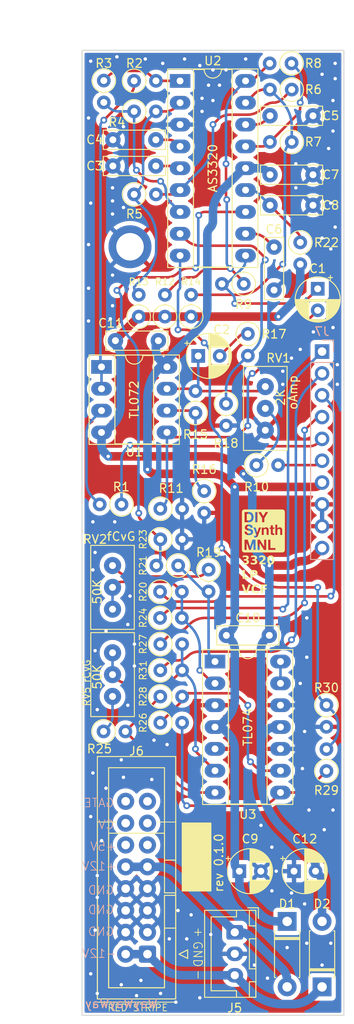
<source format=kicad_pcb>
(kicad_pcb (version 20221018) (generator pcbnew)
  (title_block (title "Eurorack 3320 Low Pass VCF") (date "2024-02-16") (rev "0.1.0") (company "DIYSynthMNL") (comment 1 "This version is a prototype"))
  (layers (0 "F.Cu" signal) (31 "B.Cu" signal) (34 "B.Paste" user) (35 "F.Paste" user) (36 "B.SilkS" user "B.Silkscreen") (37 "F.SilkS" user "F.Silkscreen") (38 "B.Mask" user) (39 "F.Mask" user) (44 "Edge.Cuts" user))
  (net 0 "")
  (net 1 "Board_0-+12V")
  (net 2 "Board_0--12V")
  (net 3 "Board_0-/3320_Main_Board/+12V_IN")
  (net 4 "Board_0-/3320_Main_Board/-12V_IN")
  (net 5 "Board_0-/3320_Main_Board/3320_Cap1")
  (net 6 "Board_0-/3320_Main_Board/3320_Cap2")
  (net 7 "Board_0-/3320_Main_Board/3320_Cap3")
  (net 8 "Board_0-/3320_Main_Board/3320_Cap4")
  (net 9 "Board_0-/3320_Main_Board/3320_Freq_control_in")
  (net 10 "Board_0-/3320_Main_Board/3320_IN1")
  (net 11 "Board_0-/3320_Main_Board/3320_IN2")
  (net 12 "Board_0-/3320_Main_Board/3320_IN3")
  (net 13 "Board_0-/3320_Main_Board/3320_IN4")
  (net 14 "Board_0-/3320_Main_Board/3320_Out1")
  (net 15 "Board_0-/3320_Main_Board/3320_Out2")
  (net 16 "Board_0-/3320_Main_Board/3320_Out3")
  (net 17 "Board_0-/3320_Main_Board/3320_Out4")
  (net 18 "Board_0-/3320_Main_Board/3320_Reso_control_in")
  (net 19 "Board_0-/3320_Main_Board/3320_Vres")
  (net 20 "Board_0-/3320_Main_Board/Freq_control")
  (net 21 "Board_0-/3320_Main_Board/Freq_cv")
  (net 22 "Board_0-/3320_Main_Board/Res_control")
  (net 23 "Board_0-/3320_Main_Board/Res_cv")
  (net 24 "Board_0-/3320_Main_Board/Sig_in")
  (net 25 "Board_0-/3320_Main_Board/Sig_out")
  (net 26 "Board_0-GND")
  (net 27 "Board_0-Net-(C2-Pad1)")
  (net 28 "Board_0-Net-(C2-Pad2)")
  (net 29 "Board_0-Net-(R10-Pad1)")
  (net 30 "Board_0-Net-(R19-Pad1)")
  (net 31 "Board_0-Net-(R19-Pad2)")
  (net 32 "Board_0-Net-(R25-Pad1)")
  (net 33 "Board_0-Net-(R25-Pad2)")
  (net 34 "Board_0-Net-(R26-Pad2)")
  (net 35 "Board_0-Net-(U1A-+)")
  (net 36 "Board_0-Net-(U1A--)")
  (net 37 "Board_0-Net-(U1B-+)")
  (net 38 "Board_0-Net-(U1B--)")
  (net 39 "Board_0-Net-(U2-VEE)")
  (net 40 "Board_0-Net-(U3A--)")
  (net 41 "Board_0-Net-(U3B--)")
  (net 42 "Board_0-Net-(U3C--)")
  (net 43 "Board_0-Net-(U3D--)")
  (net 44 "Board_0-unconnected-(J6-+5V-Pad11)")
  (net 45 "Board_0-unconnected-(J6-+5V-Pad12)")
  (net 46 "Board_0-unconnected-(J6-CV-Pad13)")
  (net 47 "Board_0-unconnected-(J6-CV-Pad14)")
  (net 48 "Board_0-unconnected-(J6-GATE-Pad15)")
  (net 49 "Board_0-unconnected-(J6-GATE-Pad16)")
  (footprint "Resistor_THT:R_Axial_DIN0207_L6.3mm_D2.5mm_P2.54mm_Vertical" (layer "F.Cu") (at 161.708 96.171 -90)
    (fp_text reference "R30")
    (fp_text value "3.3K")
  )
  (footprint "DIYSynthMNL:C_Rect_L7.0mm_W2.0mm_P5.00mm_BigPads" (layer "F.Cu") (at 155.144 27.62)
    (fp_text reference "C5")
    (fp_text value "270pF" hide)
  )
  (footprint "Resistor_THT:R_Axial_DIN0207_L6.3mm_D2.5mm_P2.54mm_Vertical" (layer "F.Cu") (at 152.085 47.178 180)
    (fp_text reference "R9")
    (fp_text value "100K")
  )
  (footprint "Resistor_THT:R_Axial_DIN0207_L6.3mm_D2.5mm_P2.54mm_Vertical" (layer "F.Cu") (at 157.673 30.668 180)
    (fp_text reference "R7")
    (fp_text value "100K")
  )
  (footprint "DIYSynthMNL:C_Rect_L7.0mm_W2.0mm_P5.00mm_BigPads" (layer "F.Cu") (at 150.064 88.072)
    (fp_text reference "C10")
    (fp_text value "100nF" hide)
  )
  (footprint "Resistor_THT:R_Axial_DIN0207_L6.3mm_D2.5mm_P2.54mm_Vertical" (layer "F.Cu") (at 142.375 95.184)
    (fp_text reference "R28")
    (fp_text value "100K")
  )
  (footprint "PCM_kikit:Board" (layer "F.Cu") (at 133.26 20)
    (fp_text reference "A")
    (fp_text value "Board")
  )
  (footprint "Resistor_THT:R_Axial_DIN0207_L6.3mm_D2.5mm_P2.54mm_Vertical" (layer "F.Cu") (at 147.484 71.279 -90)
    (fp_text reference "R16")
    (fp_text value "100K")
  )
  (footprint "Resistor_THT:R_Axial_DIN0207_L6.3mm_D2.5mm_P2.54mm_Vertical" (layer "F.Cu") (at 142.375 73.34)
    (fp_text reference "R11")
    (fp_text value "68K")
  )
  (footprint "Resistor_THT:R_Axial_DIN0207_L6.3mm_D2.5mm_P2.54mm_Vertical" (layer "F.Cu") (at 135.771 99.248)
    (fp_text reference "R25")
    (fp_text value "68K")
  )
  (footprint "DIYSynthMNL:MountingHole_M3_Standoff_Pad" (layer "F.Cu") (at 138.848 42.86)
    (fp_text reference "H1")
    (fp_text value "MountingHole_Pad" hide)
  )
  (footprint "Package_DIP:DIP-18_W7.62mm_Socket_LongPads" (layer "F.Cu") (at 144.675 23.566)
    (fp_text reference "U2")
    (fp_text value "AS3320")
  )
  (footprint "Resistor_THT:R_Axial_DIN0207_L6.3mm_D2.5mm_P2.54mm_Vertical" (layer "F.Cu") (at 139.327 27.112)
    (fp_text reference "R4")
    (fp_text value "91K")
  )
  (footprint "Resistor_THT:R_Axial_DIN0207_L6.3mm_D2.5mm_P2.54mm_Vertical" (layer "F.Cu") (at 147.992 80.423 -90)
    (fp_text reference "R19")
    (fp_text value "68K")
  )
  (footprint "Resistor_THT:R_Axial_DIN0207_L6.3mm_D2.5mm_P2.54mm_Vertical" (layer "F.Cu") (at 142.346 82.992)
    (fp_text reference "R20")
    (fp_text value "100K")
  )
  (footprint "DIYSynthMNL:D_DO-41_SOD81_P7.62mm_Horizontal_BigPads" (layer "F.Cu") (at 157.136 121.346 -90)
    (fp_text reference "D1")
    (fp_text value "~")
  )
  (footprint "DIYSynthMNL:C_Rect_L7.0mm_W2.0mm_P5.00mm_BigPads" (layer "F.Cu") (at 142.15 53.782 180)
    (fp_text reference "C11")
    (fp_text value "100nF" hide)
  )
  (footprint "DIYSynthMNL:Potentiometer_Bourns_3296W_Vertical_BigPads" (layer "F.Cu") (at 136.816 90.094 90)
    (fp_text reference "RV5")
    (fp_text value "50K")
  )
  (footprint "Resistor_THT:R_Axial_DIN0207_L6.3mm_D2.5mm_P2.54mm_Vertical" (layer "F.Cu") (at 161.708 103.849 90)
    (fp_text reference "R29")
    (fp_text value "150K")
  )
  (footprint "DIYSynthMNL:IDC-Header_2x08_P2.54mm_Vertical" (layer "F.Cu") (at 140.88 125.156)
    (fp_text reference "J6")
    (fp_text value "EURO_PWR_16P")
  )
  (footprint "DIYSynthMNL:D_DO-41_SOD81_P7.62mm_Horizontal_BigPads" (layer "F.Cu") (at 161.2 128.966 90)
    (fp_text reference "D2")
    (fp_text value "~")
  )
  (footprint "Resistor_THT:R_Axial_DIN0207_L6.3mm_D2.5mm_P2.54mm_Vertical" (layer "F.Cu") (at 152.564 52.991 -90)
    (fp_text reference "R17")
    (fp_text value "51K")
  )
  (footprint "Resistor_THT:R_Axial_DIN0207_L6.3mm_D2.5mm_P2.54mm_Vertical" (layer "F.Cu") (at 153.551 68.26)
    (fp_text reference "R10")
    (fp_text value "1K")
  )
  (footprint "Resistor_THT:R_Axial_DIN0207_L6.3mm_D2.5mm_P2.54mm_Vertical" (layer "F.Cu") (at 142.912 50.988 90)
    (fp_text reference "R12")
    (fp_text value "220K")
  )
  (footprint "Resistor_THT:R_Axial_DIN0207_L6.3mm_D2.5mm_P2.54mm_Vertical" (layer "F.Cu") (at 142.375 76.896)
    (fp_text reference "R23")
    (fp_text value "1K8")
  )
  (footprint "DIYSynthMNL:Potentiometer_Bourns_3296W_Vertical_BigPads" (layer "F.Cu") (at 154.596 64.206 -90)
    (fp_text reference "RV1")
    (fp_text value "2K")
  )
  (footprint "DIYSynthMNL:CP_Radial_D5.0mm_P2.50mm" (layer "F.Cu") (at 146.786887 55.56)
    (fp_text reference "C2")
    (fp_text value "2.2uF")
  )
  (footprint "Resistor_THT:R_Axial_DIN0207_L6.3mm_D2.5mm_P2.54mm_Vertical" (layer "F.Cu") (at 146.468 62.193 90)
    (fp_text reference "R15")
    (fp_text value "330K")
  )
  (footprint "DIYSynthMNL:CP_Radial_D5.0mm_P2.50mm" (layer "F.Cu") (at 151.572 115.504)
    (fp_text reference "C9")
    (fp_text value "22uF")
  )
  (footprint "DIYSynthMNL:CP_Radial_D5.0mm_P2.50mm" (layer "F.Cu") (at 160.692 47.750888 -90)
    (fp_text reference "C1")
    (fp_text value "2.2uF")
  )
  (footprint "Resistor_THT:R_Axial_DIN0207_L6.3mm_D2.5mm_P2.54mm_Vertical" (layer "F.Cu") (at 142.375 98.232)
    (fp_text reference "R26")
    (fp_text value "100K")
  )
  (footprint "Resistor_THT:R_Axial_DIN0207_L6.3mm_D2.5mm_P2.54mm_Vertical" (layer "F.Cu") (at 137.861 72.832 180)
    (fp_text reference "R1")
    (fp_text value "100K")
  )
  (footprint "Resistor_THT:R_Axial_DIN0207_L6.3mm_D2.5mm_P2.54mm_Vertical" (layer "F.Cu") (at 150.024 61.119 -90)
    (fp_text reference "R18")
    (fp_text value "3K3")
  )
  (footprint "Resistor_THT:R_Axial_DIN0207_L6.3mm_D2.5mm_P2.54mm_Vertical" (layer "F.Cu") (at 139.327 23.556)
    (fp_text reference "R2")
    (fp_text value "91K")
  )
  (footprint "Package_DIP:DIP-8_W7.62mm_Socket_LongPads" (layer "F.Cu") (at 135.531 56.84)
    (fp_text reference "U1")
    (fp_text value "TL072")
  )
  (footprint "Resistor_THT:R_Axial_DIN0207_L6.3mm_D2.5mm_P2.54mm_Vertical" (layer "F.Cu") (at 145.96 50.988 90)
    (fp_text reference "R14")
    (fp_text value "220K")
  )
  (footprint "DIYSynthMNL:C_Rect_L7.0mm_W2.0mm_P5.00mm_BigPads" (layer "F.Cu") (at 141.856 30.414 180)
    (fp_text reference "C4")
    (fp_text value "270pF" hide)
  )
  (footprint "DIYSynthMNL:C_Rect_L7.0mm_W2.0mm_P5.00mm_BigPads" (layer "F.Cu") (at 155.612 42.9 -90)
    (fp_text reference "C6")
    (fp_text value "270pF" hide)
  )
  (footprint "Resistor_THT:R_Axial_DIN0207_L6.3mm_D2.5mm_P2.54mm_Vertical" (layer "F.Cu") (at 158.66 42.352 -90)
    (fp_text reference "R22")
    (fp_text value "1K2")
  )
  (footprint "Resistor_THT:R_Axial_DIN0207_L6.3mm_D2.5mm_P2.54mm_Vertical" (layer "F.Cu") (at 157.673 24.572 180)
    (fp_text reference "R6")
    (fp_text value "91K")
  )
  (footprint "Resistor_THT:R_Axial_DIN0207_L6.3mm_D2.5mm_P2.54mm_Vertical" (layer "F.Cu") (at 139.864 50.988 90)
    (fp_text reference "R13")
    (fp_text value "220K")
  )
  (footprint "Resistor_THT:R_Axial_DIN0207_L6.3mm_D2.5mm_P2.54mm_Vertical" (layer "F.Cu") (at 139.327 36.764)
    (fp_text reference "R5")
    (fp_text value "100K")
  )
  (footprint "Resistor_THT:R_Axial_DIN0207_L6.3mm_D2.5mm_P2.54mm_Vertical" (layer "F.Cu") (at 142.346 86.04)
    (fp_text reference "R24")
    (fp_text value "100K")
  )
  (footprint "Package_DIP:DIP-14_W7.62mm_Socket_LongPads" (layer "F.Cu") (at 148.739 91.115)
    (fp_text reference "U3")
    (fp_text value "TL074")
  )
  (footprint "DIYSynthMNL:C_Rect_L7.0mm_W2.0mm_P5.00mm_BigPads" (layer "F.Cu") (at 155.144 38.034)
    (fp_text reference "C8")
    (fp_text value "100nF" hide)
  )
  (footprint "DIYSynthMNL:Potentiometer_Bourns_3296W_Vertical_BigPads" (layer "F.Cu") (at 136.816 85.024 -90)
    (fp_text reference "RV2")
    (fp_text value "50K")
  )
  (footprint "Resistor_THT:R_Axial_DIN0207_L6.3mm_D2.5mm_P2.54mm_Vertical" (layer "F.Cu") (at 157.644 21.524 180)
    (fp_text reference "R8")
    (fp_text value "91K")
  )
  (footprint "DIYSynthMNL:C_Rect_L7.0mm_W2.0mm_P5.00mm_BigPads" (layer "F.Cu") (at 155.144 34.478)
    (fp_text reference "C7")
    (fp_text value "100nF" hide)
  )
  (footprint "Resistor_THT:R_Axial_DIN0207_L6.3mm_D2.5mm_P2.54mm_Vertical" (layer "F.Cu") (at 135.8 23.527 -90)
    (fp_text reference "R3")
    (fp_text value "100K")
  )
  (footprint "Resistor_THT:R_Axial_DIN0207_L6.3mm_D2.5mm_P2.54mm_Vertical" (layer "F.Cu") (at 142.375 89.088)
    (fp_text reference "R27")
    (fp_text value "100K")
  )
  (footprint "Resistor_THT:R_Axial_DIN0207_L6.3mm_D2.5mm_P2.54mm_Vertical" (layer "F.Cu") (at 144.455 79.944 180)
    (fp_text reference "R21")
    (fp_text value "100K")
  )
  (footprint "DIYSynthMNL:C_Rect_L7.0mm_W2.0mm_P5.00mm_BigPads" (layer "F.Cu") (at 141.856 33.462 180)
    (fp_text reference "C3")
    (fp_text value "270pF" hide)
  )
  (footprint "Resistor_THT:R_Axial_DIN0207_L6.3mm_D2.5mm_P2.54mm_Vertical" (layer "F.Cu") (at 142.375 92.136)
    (fp_text reference "R31")
    (fp_text value "100K")
  )
  (footprint "DIYSynthMNL:CP_Radial_D5.0mm_P2.50mm" (layer "F.Cu") (at 157.937401 115.504)
    (fp_text reference "C12")
    (fp_text value "22uF")
  )
  (footprint "DIYSynthMNL:Eurorack_power_jst_3P" (layer "F.Cu") (at 151.04 122.616 -90)
    (fp_text reference "J5")
    (fp_text value "EuroPower_JST_3P")
  )
  (footprint "Connector_PinHeader_2.54mm:PinHeader_1x10_P2.54mm_Vertical" (layer "B.Cu") (at 161.2 55.052 180)
    (fp_text reference "J7")
    (fp_text value "Main")
  )
  (gr_rect (start 144.944 109.916) (end 148.246 117.79) (stroke (width 0.15)) (fill solid) (layer "F.SilkS"))
  (gr_poly (pts (xy 156.58812 73.422815) (xy 156.603352 73.423966) (xy 156.618357 73.425862) (xy 156.633117 73.428484) (xy 156.647614 73.431813) (xy 156.661829 73.435832) (xy 156.675744 73.440521) (xy 156.68934 73.445863) (xy 156.702598 73.451838) (xy 156.7155 73.458428) (xy 156.728028 73.465615) (xy 156.740163 73.47338) (xy 156.751886 73.481705) (xy 156.763179 73.49057) (xy 156.774024 73.499959) (xy 156.784402 73.509851) (xy 156.794294 73.520229) (xy 156.803683 73.531074) (xy 156.812548 73.542367) (xy 156.820873 73.55409) (xy 156.828638 73.566225) (xy 156.835825 73.578753) (xy 156.842415 73.591655) (xy 156.84839 73.604913) (xy 156.853732 73.618509) (xy 156.858421 73.632424) (xy 156.86244 73.646639) (xy 156.865769 73.661136) (xy 156.868391 73.675896) (xy 156.870287 73.690902) (xy 156.871438 73.706133) (xy 156.871826 73.721573) (xy 156.871826 78.123281) (xy 156.871438 78.138721) (xy 156.870287 78.153953) (xy 156.868391 78.168958) (xy 156.865769 78.183718) (xy 156.86244 78.198215) (xy 156.858421 78.21243) (xy 156.853732 78.226345) (xy 156.84839 78.239941) (xy 156.842415 78.253199) (xy 156.835825 78.266101) (xy 156.828638 78.278629) (xy 156.820873 78.290764) (xy 156.812548 78.302487) (xy 156.803683 78.313781) (xy 156.794294 78.324625) (xy 156.784402 78.335003) (xy 156.774024 78.344895) (xy 156.763179 78.354284) (xy 156.751886 78.363149) (xy 156.740163 78.371474) (xy 156.728028 78.379239) (xy 156.7155 78.386426) (xy 156.702598 78.393016) (xy 156.68934 78.398991) (xy 156.675744 78.404333) (xy 156.661829 78.409022) (xy 156.647614 78.413041) (xy 156.633117 78.41637) (xy 156.618357 78.418992) (xy 156.603352 78.420888) (xy 156.58812 78.422039) (xy 156.57268 78.422427) (xy 152.170972 78.422427) (xy 152.155532 78.422039) (xy 152.140301 78.420888) (xy 152.125295 78.418992) (xy 152.110535 78.41637) (xy 152.096038 78.413041) (xy 152.081823 78.409022) (xy 152.067908 78.404333) (xy 152.054312 78.398991) (xy 152.041054 78.393016) (xy 152.028152 78.386426) (xy 152.015624 78.379239) (xy 152.003489 78.371474) (xy 151.991766 78.363149) (xy 151.980472 78.354284) (xy 151.969628 78.344895) (xy 151.95925 78.335003) (xy 151.949358 78.324625) (xy 151.939969 78.313781) (xy 151.931104 78.302487) (xy 151.922779 78.290764) (xy 151.915014 78.278629) (xy 151.907827 78.266101) (xy 151.901237 78.253199) (xy 151.895262 78.239941) (xy 151.88992 78.226345) (xy 151.885231 78.21243) (xy 151.881212 78.198215) (xy 151.877883 78.183718) (xy 151.875261 78.168958) (xy 151.873365 78.153953) (xy 151.872214 78.138721) (xy 151.871827 78.123281) (xy 151.871827 78.053592) (xy 152.176382 78.053592) (xy 152.176406 78.058189) (xy 152.17648 78.062783) (xy 152.176605 78.067375) (xy 152.17678 78.071965) (xy 152.177008 78.076556) (xy 152.177289 78.081147) (xy 152.177623 78.085741) (xy 152.178012 78.090338) (xy 152.178253 78.092398) (xy 152.17856 78.094398) (xy 152.178933 78.096337) (xy 152.17937 78.098214) (xy 152.179873 78.100028) (xy 152.180441 78.101778) (xy 152.181075 78.103465) (xy 152.181774 78.105087) (xy 152.182538 78.106644) (xy 152.183367 78.108134) (xy 152.184262 78.109558) (xy 152.185222 78.110915) (xy 152.186248 78.112203) (xy 152.187339 78.113422) (xy 152.188495 78.114572) (xy 152.189717 78.115652) (xy 152.19099 78.116671) (xy 152.192302 78.117639) (xy 152.193652 78.118555) (xy 152.195041 78.11942) (xy 152.196468 78.120233) (xy 152.197934 78.120994) (xy 152.19944 78.121703) (xy 152.200984 78.12236) (xy 152.202567 78.122965) (xy 152.20419 78.123517) (xy 152.205852 78.124017) (xy 152.207554 78.124464) (xy 152.209295 78.124859) (xy 152.211076 78.1252) (xy 152.212897 78.125488) (xy 152.214759 78.125723) (xy 152.335071 78.125723) (xy 152.338424 78.125747) (xy 152.34179 78.125821) (xy 152.345165 78.125946) (xy 152.348545 78.126121) (xy 152.351924 78.126349) (xy 152.355299 78.12663) (xy 152.358666 78.126964) (xy 152.362019 78.127353) (xy 152.365336 78.127292) (xy 152.368598 78.127113) (xy 152.371805 78.126821) (xy 152.37496 78.126419) (xy 152.378061 78.125913) (xy 152.381112 78.125307) (xy 152.384111 78.124605) (xy 152.387061 78.123813) (xy 152.389314 78.123363) (xy 152.391475 78.122849) (xy 152.393544 78.122271) (xy 152.395521 78.12163) (xy 152.397406 78.120923) (xy 152.399198 78.120153) (xy 152.4009 78.119317) (xy 152.402509 78.118416) (xy 152.40328 78.117941) (xy 152.404027 78.11745) (xy 152.404752 78.116942) (xy 152.405454 78.116418) (xy 152.406133 78.115878) (xy 152.406789 78.115321) (xy 152.407423 78.114748) (xy 152.408034 78.114158) (xy 152.408622 78.113552) (xy 152.409187 78.112929) (xy 152.40973 78.112289) (xy 152.41025 78.111633) (xy 152.410748 78.11096) (xy 152.411222 78.110271) (xy 152.411674 78.109565) (xy 152.412104 78.108842) (xy 152.41291 78.107777) (xy 152.413662 78.106672) (xy 152.414359 78.105527) (xy 152.415001 78.104342) (xy 152.41559 78.103118) (xy 152.416126 78.101855) (xy 152.416608 78.100552) (xy 152.417038 78.099209) (xy 152.417415 78.097828) (xy 152.417741 78.096407) (xy 152.418016 78.094947) (xy 152.418239 78.093449) (xy 152.418413 78.091911) (xy 152.418536 78.090335) (xy 152.418609 78.08872) (xy 152.418634 78.087067) (xy 152.418634 77.533689) (xy 152.419405 77.524456) (xy 152.420009 77.51518) (xy 152.420235 77.510539) (xy 152.420403 77.505903) (xy 152.420508 77.501279) (xy 152.420544 77.49667) (xy 152.420544 77.459924) (xy 152.420507 77.456607) (xy 152.420401 77.453345) (xy 152.420232 77.450137) (xy 152.420005 77.446983) (xy 152.419726 77.443881) (xy 152.419401 77.440831) (xy 152.419035 77.437832) (xy 152.418634 77.434882) (xy 152.418694 77.431565) (xy 152.418873 77.428303) (xy 152.419166 77.425095) (xy 152.419568 77.421941) (xy 152.420074 77.418839) (xy 152.42068 77.415789) (xy 152.421382 77.41279) (xy 152.422174 77.40984) (xy 152.422957 77.406913) (xy 152.42363 77.403987) (xy 152.424193 77.40106) (xy 152.424649 77.398134) (xy 152.425 77.395208) (xy 152.425248 77.392282) (xy 152.425395 77.389356) (xy 152.425444 77.386431) (xy 152.425477 77.384992) (xy 152.425578 77.383602) (xy 152.425745 77.382261) (xy 152.425854 77.38161) (xy 152.425979 77.380971) (xy 152.426121 77.380345) (xy 152.426279 77.379732) (xy 152.426454 77.379131) (xy 152.426646 77.378543) (xy 152.426853 77.377968) (xy 152.427078 77.377406) (xy 152.427318 77.376857) (xy 152.427575 77.376321) (xy 152.427848 77.375798) (xy 152.428138 77.375288) (xy 152.428444 77.374791) (xy 152.428766 77.374307) (xy 152.429104 77.373837) (xy 152.429458 77.37338) (xy 152.429829 77.372936) (xy 152.430215 77.372506) (xy 152.430618 77.37209) (xy 152.431037 77.371686) (xy 152.431471 77.371297) (xy 152.431922 77.370921) (xy 152.432389 77.370558) (xy 152.432871 77.37021) (xy 152.43337 77.369875) (xy 152.433884 77.369554) (xy 152.434503 77.369162) (xy 152.435105 77.368822) (xy 152.4354 77.368672) (xy 152.435691 77.368535) (xy 152.435977 77.368411) (xy 152.43626 77.368299) (xy 152.436539 77.368201) (xy 152.436814 77.368117) (xy 152.437085 77.368045) (xy 152.437353 77.367986) (xy 152.437617 77.36794) (xy 152.437878 77.367907) (xy 152.438135 77.367888) (xy 152.438389 77.367881) (xy 152.438639 77.367888) (xy 152.438887 77.367907) (xy 152.439131 77.36794) (xy 152.439372 77.367986) (xy 152.43961 77.368045) (xy 152.439845 77.368117) (xy 152.440078 77.368201) (xy 152.440307 77.368299) (xy 152.440534 77.368411) (xy 152.440759 77.368535) (xy 152.44098 77.368672) (xy 152.4412 77.368822) (xy 152.441417 77.368985) (xy 152.441631 77.369162) (xy 152.441844 77.369351) (xy 152.442054 77.369554) (xy 152.442475 77.369772) (xy 152.442898 77.370006) (xy 152.443323 77.370256) (xy 152.443749 77.370521) (xy 152.444177 77.3708) (xy 152.444605 77.371094) (xy 152.445033 77.371402) (xy 152.445462 77.371723) (xy 152.445891 77.372057) (xy 152.44632 77.372403) (xy 152.446747 77.372762) (xy 152.447174 77.373133) (xy 152.447599 77.373515) (xy 152.448023 77.373907) (xy 152.448864 77.374724) (xy 152.451351 77.378614) (xy 152.453794 77.382759) (xy 152.456191 77.387161) (xy 152.458538 77.391823) (xy 152.460832 77.396747) (xy 152.463071 77.401933) (xy 152.465252 77.407385) (xy 152.467373 77.413104) (xy 152.471885 77.423188) (xy 152.476226 77.433373) (xy 152.480401 77.44366) (xy 152.484414 77.45405) (xy 152.488271 77.464545) (xy 152.491975 77.475146) (xy 152.495533 77.485853) (xy 152.498947 77.496669) (xy 152.505765 77.518334) (xy 152.51282 77.539823) (xy 152.520084 77.561102) (xy 152.527528 77.582139) (xy 152.534107 77.599795) (xy 152.540469 77.617651) (xy 152.546621 77.635715) (xy 152.55257 77.653999) (xy 152.558522 77.672184) (xy 152.564674 77.689949) (xy 152.571035 77.707295) (xy 152.577613 77.724226) (xy 152.579626 77.728408) (xy 152.581481 77.732593) (xy 152.583179 77.736779) (xy 152.58472 77.740966) (xy 152.586105 77.745153) (xy 152.587333 77.749339) (xy 152.588404 77.753524) (xy 152.589318 77.757706) (xy 152.590599 77.761888) (xy 152.591931 77.766073) (xy 152.593316 77.770259) (xy 152.594753 77.774446) (xy 152.596242 77.778633) (xy 152.597783 77.782819) (xy 152.599377 77.787004) (xy 152.601023 77.791186) (xy 152.601225 77.791609) (xy 152.601412 77.79204) (xy 152.601586 77.792481) (xy 152.601746 77.792933) (xy 152.601893 77.793395) (xy 152.602027 77.793868) (xy 152.602147 77.794353) (xy 152.602255 77.794851) (xy 152.602349 77.795362) (xy 152.60243 77.795887) (xy 152.602499 77.796426) (xy 152.602555 77.79698) (xy 152.602598 77.79755) (xy 152.602629 77.798135) (xy 152.602647 77.798737) (xy 152.602653 77.799356) (xy 152.603082 77.800587) (xy 152.603523 77.801771) (xy 152.603973 77.802907) (xy 152.604427 77.803993) (xy 152.604881 77.805027) (xy 152.605329 77.806006) (xy 152.605769 77.80693) (xy 152.606193 77.807796) (xy 152.607841 77.811979) (xy 152.609435 77.816163) (xy 152.610976 77.820349) (xy 152.612464 77.824536) (xy 152.6139 77.828723) (xy 152.615284 77.83291) (xy 152.616617 77.837094) (xy 152.617898 77.841277) (xy 152.619204 77.845434) (xy 152.620611 77.849545) (xy 152.62212 77.853607) (xy 152.623733 77.857618) (xy 152.62545 77.861577) (xy 152.627272 77.865482) (xy 152.6292 77.869331) (xy 152.631235 77.873124) (xy 152.631437 77.87375) (xy 152.631625 77.874378) (xy 152.63196 77.875635) (xy 152.63224 77.876895) (xy 152.632468 77.878156) (xy 152.632643 77.879417) (xy 152.632767 77.880677) (xy 152.632841 77.881937) (xy 152.632865 77.883194) (xy 152.633282 77.884048) (xy 152.633693 77.884941) (xy 152.634099 77.885876) (xy 152.634504 77.88686) (xy 152.634908 77.887895) (xy 152.635313 77.888988) (xy 152.635722 77.890143) (xy 152.636135 77.891364) (xy 152.638195 77.896437) (xy 152.640198 77.901619) (xy 152.642144 77.906909) (xy 152.644037 77.912305) (xy 152.645878 77.917805) (xy 152.647669 77.923408) (xy 152.649411 77.929112) (xy 152.651106 77.934916) (xy 152.652813 77.94033) (xy 152.654586 77.945699) (xy 152.656421 77.951021) (xy 152.658312 77.956293) (xy 152.660255 77.961513) (xy 152.662245 77.966678) (xy 152.664278 77.971786) (xy 152.666349 77.976834) (xy 152.671249 77.991805) (xy 152.673286 77.996853) (xy 152.675215 78.00196) (xy 152.677037 78.007126) (xy 152.678754 78.012346) (xy 152.680366 78.017618) (xy 152.681874 78.02294) (xy 152.683281 78.028309) (xy 152.684587 78.033723) (xy 152.686294 78.038734) (xy 152.688067 78.043737) (xy 152.689902 78.048735) (xy 152.691793 78.053729) (xy 152.695726 78.063721) (xy 152.69983 78.073736) (xy 152.706101 78.087911) (xy 152.711535 78.100411) (xy 152.712193 78.10166) (xy 152.712913 78.102898) (xy 152.713696 78.104126) (xy 152.714541 78.105342) (xy 152.71545 78.106546) (xy 152.716423 78.107738) (xy 152.717461 78.108918) (xy 152.718563 78.110085) (xy 152.719731 78.111239) (xy 152.720964 78.112379) (xy 152.722264 78.113506) (xy 152.72363 78.114619) (xy 152.725064 78.115717) (xy 152.726565 78.1168) (xy 152.728134 78.117867) (xy 152.729772 78.11892) (xy 152.730635 78.119536) (xy 152.731552 78.120129) (xy 152.732523 78.120697) (xy 152.733547 78.121241) (xy 152.734624 78.12176) (xy 152.735754 78.122254) (xy 152.736936 78.122722) (xy 152.738171 78.123165) (xy 152.739459 78.123581) (xy 152.740798 78.123971) (xy 152.742189 78.124333) (xy 152.743632 78.124669) (xy 152.745126 78.124976) (xy 152.746672 78.125256) (xy 152.748268 78.125507) (xy 152.749915 78.12573) (xy 152.753281 78.126119) (xy 152.75669 78.126453) (xy 152.760146 78.126733) (xy 152.763652 78.126961) (xy 152.767209 78.127137) (xy 152.770822 78.127261) (xy 152.774493 78.127335) (xy 152.778224 78.12736) (xy 152.810072 78.12736) (xy 152.814182 78.126971) (xy 152.818145 78.126637) (xy 152.821959 78.126356) (xy 152.825619 78.126129) (xy 152.829122 78.125953) (xy 152.832465 78.125829) (xy 152.835643 78.125754) (xy 152.838653 78.12573) (xy 152.877033 78.12573) (xy 152.879911 78.124937) (xy 152.882689 78.124236) (xy 152.885367 78.12363) (xy 152.887942 78.123124) (xy 152.890413 78.122722) (xy 152.892776 78.122429) (xy 152.893918 78.122325) (xy 152.895032 78.122251) (xy 152.896118 78.122205) (xy 152.897176 78.12219) (xy 152.89822 78.121959) (xy 152.899261 78.121689) (xy 152.900301 78.121377) (xy 152.901339 78.121026) (xy 152.902375 78.120634) (xy 152.903411 78.120203) (xy 152.904445 78.119732) (xy 152.90548 78.119222) (xy 152.906514 78.118673) (xy 152.907548 78.118085) (xy 152.908584 78.117458) (xy 152.90962 78.116793) (xy 152.910657 78.116089) (xy 152.911696 78.115347) (xy 152.912737 78.114567) (xy 152.91378 78.11375) (xy 152.914806 78.112902) (xy 152.915792 78.112031) (xy 152.916739 78.111135) (xy 152.917647 78.110215) (xy 152.918516 78.109271) (xy 152.919346 78.108301) (xy 152.920136 78.107306) (xy 152.920887 78.106285) (xy 152.921599 78.105237) (xy 152.922272 78.104164) (xy 152.922905 78.103063) (xy 152.923499 78.101936) (xy 152.924054 78.10078) (xy 152.92457 78.099597) (xy 152.925047 78.098386) (xy 152.925485 78.097146) (xy 152.927997 78.092018) (xy 152.930517 78.086674) (xy 152.933039 78.081122) (xy 152.935556 78.07537) (xy 152.937593 78.070773) (xy 152.939522 78.066179) (xy 152.941344 78.061587) (xy 152.943061 78.056997) (xy 152.944672 78.052406) (xy 152.946181 78.047814) (xy 152.947588 78.043221) (xy 152.948894 78.038624) (xy 152.9502 78.033636) (xy 152.951607 78.028707) (xy 152.953116 78.023834) (xy 152.954729 78.019015) (xy 152.956446 78.014249) (xy 152.958268 78.009533) (xy 152.960196 78.004865) (xy 152.962231 78.000244) (xy 152.962638 77.999617) (xy 152.963023 77.998989) (xy 152.963386 77.998361) (xy 152.963725 77.997732) (xy 152.96404 77.997102) (xy 152.964331 77.996472) (xy 152.964597 77.995842) (xy 152.964837 77.995212) (xy 152.965051 77.994581) (xy 152.965239 77.99395) (xy 152.965399 77.99332) (xy 152.965532 77.99269) (xy 152.965635 77.99206) (xy 152.96571 77.99143) (xy 152.965756 77.990801) (xy 152.965771 77.990173) (xy 152.965783 77.989546) (xy 152.96582 77.988918) (xy 152.965882 77.98829) (xy 152.965968 77.987661) (xy 152.96608 77.987031) (xy 152.966218 77.986401) (xy 152.966381 77.985771) (xy 152.96657 77.985141) (xy 152.966785 77.98451) (xy 152.967026 77.98388) (xy 152.967294 77.983249) (xy 152.967589 77.982619) (xy 152.967911 77.981989) (xy 152.96826 77.981359) (xy 152.968637 77.98073) (xy 152.969041 77.980102) (xy 152.978035 77.955867) (xy 152.986617 77.93165) (xy 152.994781 77.907433) (xy 153.002521 77.883199) (xy 153.006362 77.870676) (xy 153.010359 77.858196) (xy 153.014513 77.845762) (xy 153.018824 77.833377) (xy 153.023291 77.821044) (xy 153.027915 77.808766) (xy 153.032696 77.796548) (xy 153.037635 77.784391) (xy 153.039257 77.780209) (xy 153.040777 77.776024) (xy 153.042194 77.771838) (xy 153.043507 77.767651) (xy 153.044716 77.763464) (xy 153.045819 77.759278) (xy 153.046816 77.755093) (xy 153.047706 77.750911) (xy 153.048986 77.746765) (xy 153.050319 77.742685) (xy 153.051703 77.738667) (xy 153.05314 77.734705) (xy 153.054629 77.730796) (xy 153.056171 77.726935) (xy 153.057765 77.723116) (xy 153.059411 77.719336) (xy 153.061423 77.715153) (xy 153.063278 77.710969) (xy 153.064976 77.706783) (xy 153.066518 77.702596) (xy 153.067902 77.698409) (xy 153.06913 77.694223) (xy 153.070201 77.690038) (xy 153.071116 77.685856) (xy 153.072396 77.681698) (xy 153.073729 77.677587) (xy 153.075113 77.673525) (xy 153.07655 77.669514) (xy 153.078039 77.665555) (xy 153.079581 77.66165) (xy 153.081174 77.657801) (xy 153.082821 77.654009) (xy 153.083227 77.653382) (xy 153.083604 77.652754) (xy 153.083954 77.652126) (xy 153.084277 77.651497) (xy 153.084572 77.650867) (xy 153.08484 77.650237) (xy 153.085081 77.649607) (xy 153.085296 77.648977) (xy 153.085484 77.648346) (xy 153.085647 77.647716) (xy 153.085783 77.647085) (xy 153.085895 77.646455) (xy 153.085981 77.645825) (xy 153.086042 77.645195) (xy 153.086079 77.644566) (xy 153.086091 77.643938) (xy 153.086103 77.643107) (xy 153.08614 77.64229) (xy 153.086201 77.641487) (xy 153.086288 77.640696) (xy 153.0864 77.639919) (xy 153.086537 77.639155) (xy 153.0867 77.638405) (xy 153.086889 77.637667) (xy 153.087105 77.636943) (xy 153.087346 77.636231) (xy 153.087614 77.635533) (xy 153.087909 77.634847) (xy 153.088231 77.634174) (xy 153.08858 77.633515) (xy 153.088956 77.632867) (xy 153.089361 77.632233) (xy 153.093423 77.621352) (xy 153.097263 77.610457) (xy 153.100894 77.599563) (xy 153.104332 77.588682) (xy 153.106038 77.583255) (xy 153.107811 77.577843) (xy 153.111537 77.567042) (xy 153.11547 77.55624) (xy 153.119575 77.545401) (xy 153.120186 77.544146) (xy 153.120769 77.54289) (xy 153.121848 77.540373) (xy 153.122816 77.537852) (xy 153.123676 77.53533) (xy 153.124431 77.532808) (xy 153.125086 77.530287) (xy 153.125642 77.52777) (xy 153.126105 77.525258) (xy 153.132915 77.505115) (xy 153.137803 77.491719) (xy 153.142453 77.478304) (xy 153.146893 77.464888) (xy 153.151152 77.451492) (xy 153.15618 77.438237) (xy 153.161223 77.425215) (xy 153.171295 77.399774) (xy 153.178105 77.38317) (xy 153.178738 77.381927) (xy 153.179385 77.380707) (xy 153.180045 77.37951) (xy 153.180718 77.378337) (xy 153.181403 77.377189) (xy 153.182102 77.376066) (xy 153.182814 77.374967) (xy 153.183539 77.373895) (xy 153.184277 77.372848) (xy 153.185028 77.371829) (xy 153.185792 77.370836) (xy 153.18657 77.36987) (xy 153.18736 77.368933) (xy 153.188163 77.368024) (xy 153.18898 77.367144) (xy 153.18981 77.366293) (xy 153.190019 77.366079) (xy 153.190226 77.365855) (xy 153.190432 77.36562) (xy 153.190637 77.365373) (xy 153.190841 77.365114) (xy 153.191044 77.364843) (xy 153.191246 77.364559) (xy 153.191448 77.364263) (xy 153.191852 77.363631) (xy 153.192258 77.362943) (xy 153.192666 77.362198) (xy 153.19308 77.361393) (xy 153.193505 77.360996) (xy 153.193945 77.360639) (xy 153.194399 77.360322) (xy 153.194868 77.360044) (xy 153.19535 77.359806) (xy 153.195847 77.359608) (xy 153.196356 77.359448) (xy 153.19688 77.359328) (xy 153.197416 77.359247) (xy 153.197965 77.359205) (xy 153.198527 77.359201) (xy 153.199101 77.359237) (xy 153.199688 77.359311) (xy 153.200287 77.359423) (xy 153.200897 77.359574) (xy 153.20152 77.359763) (xy 153.202735 77.360219) (xy 153.203873 77.36075) (xy 153.204934 77.361359) (xy 153.205916 77.362043) (xy 153.20682 77.362805) (xy 153.207647 77.363644) (xy 153.208395 77.364561) (xy 153.209064 77.365556) (xy 153.209656 77.366629) (xy 153.210168 77.367781) (xy 153.210602 77.369012) (xy 153.210958 77.370323) (xy 153.211235 77.371713) (xy 153.211432 77.373184) (xy 153.211551 77.374735) (xy 153.211591 77.376367) (xy 153.21164 77.379684) (xy 153.211788 77.382946) (xy 153.212037 77.386153) (xy 153.212389 77.389308) (xy 153.212846 77.39241) (xy 153.213409 77.39546) (xy 153.21408 77.398459) (xy 153.214861 77.401409) (xy 153.215258 77.40309) (xy 153.215615 77.404787) (xy 153.215933 77.406499) (xy 153.216211 77.408227) (xy 153.216449 77.40997) (xy 153.216647 77.411727) (xy 153.216807 77.413497) (xy 153.216927 77.415282) (xy 153.217008 77.417079) (xy 153.21705 77.418889) (xy 153.217017 77.422546) (xy 153.216831 77.426247) (xy 153.216491 77.42999) (xy 153.216491 77.500217) (xy 153.216589 77.510429) (xy 153.216889 77.521021) (xy 153.217398 77.532031) (xy 153.218121 77.543497) (xy 153.218121 78.087091) (xy 153.218148 78.088745) (xy 153.21823 78.09036) (xy 153.218367 78.091936) (xy 153.218558 78.093474) (xy 153.218802 78.094973) (xy 153.219099 78.096433) (xy 153.21945 78.097854) (xy 153.219853 78.099236) (xy 153.220309 78.100578) (xy 153.220816 78.101882) (xy 153.221375 78.103145) (xy 153.221985 78.10437) (xy 153.222646 78.105554) (xy 153.223357 78.106699) (xy 153.224119 78.107803) (xy 153.224931 78.108868) (xy 153.225773 78.110088) (xy 153.226626 78.111244) (xy 153.227491 78.112334) (xy 153.228368 78.11336) (xy 153.229257 78.11432) (xy 153.230159 78.115215) (xy 153.231073 78.116045) (xy 153.232 78.11681) (xy 153.23294 78.117509) (xy 153.233893 78.118143) (xy 153.23486 78.118711) (xy 153.23584 78.119214) (xy 153.236834 78.119652) (xy 153.237842 78.120024) (xy 153.238865 78.120331) (xy 153.239902 78.120571) (xy 153.242462 78.121024) (xy 153.245127 78.121538) (xy 153.250769 78.12274) (xy 153.25683 78.12415) (xy 153.263311 78.125741) (xy 153.422274 78.125741) (xy 153.424135 78.125505) (xy 153.425956 78.125215) (xy 153.427737 78.124873) (xy 153.429479 78.124478) (xy 153.43118 78.124031) (xy 153.432843 78.123531) (xy 153.434465 78.122979) (xy 153.436049 78.122374) (xy 153.437593 78.121718) (xy 153.439098 78.121009) (xy 153.440564 78.120249) (xy 153.441991 78.119436) (xy 153.44338 78.118572) (xy 153.44473 78.117656) (xy 153.446042 78.116689) (xy 153.447316 78.115671) (xy 153.448531 78.11459) (xy 153.449669 78.11344) (xy 153.45073 78.11222) (xy 153.451712 78.110932) (xy 153.452616 78.109575) (xy 153.453442 78.108151) (xy 153.45419 78.106661) (xy 153.45486 78.105104) (xy 153.455451 78.103482) (xy 153.455964 78.101796) (xy 153.456398 78.100045) (xy 153.456754 78.098232) (xy 153.45703 78.096355) (xy 153.457228 78.094417) (xy 153.457347 78.092417) (xy 153.457386 78.090357) (xy 153.457776 78.08576) (xy 153.458111 78.081166) (xy 153.458391 78.076574) (xy 153.458619 78.071984) (xy 153.458794 78.067393) (xy 153.458918 78.062801) (xy 153.458992 78.058208) (xy 153.459016 78.053611) (xy 153.459016 78.041897) (xy 153.693105 78.041897) (xy 153.693203 78.055723) (xy 153.693503 78.068748) (xy 153.694011 78.080937) (xy 153.694346 78.086706) (xy 153.694734 78.092254) (xy 153.695224 78.094918) (xy 153.695856 78.097473) (xy 153.696631 78.099922) (xy 153.69755 78.102264) (xy 153.698611 78.104499) (xy 153.699816 78.106629) (xy 153.701164 78.108653) (xy 153.702656 78.110572) (xy 153.704292 78.112386) (xy 153.706071 78.114096) (xy 153.707995 78.115703) (xy 153.710063 78.117206) (xy 153.712274 78.118607) (xy 153.714631 78.119905) (xy 153.717131 78.121101) (xy 153.719777 78.122196) (xy 153.722337 78.122988) (xy 153.725002 78.12369) (xy 153.727771 78.124296) (xy 153.730644 78.124802) (xy 153.733622 78.125204) (xy 153.736705 78.125497) (xy 153.739893 78.125675) (xy 153.743185 78.125736) (xy 153.872208 78.125736) (xy 153.87672 78.1257) (xy 153.881061 78.125594) (xy 153.885236 78.125424) (xy 153.889249 78.125197) (xy 153.893106 78.124918) (xy 153.896811 78.124593) (xy 153.900368 78.124227) (xy 153.903783 78.123826) (xy 153.905638 78.123584) (xy 153.907441 78.123277) (xy 153.909192 78.122905) (xy 153.91089 78.122467) (xy 153.912536 78.121965) (xy 153.91413 78.121396) (xy 153.915672 78.120763) (xy 153.917161 78.120064) (xy 153.918598 78.1193) (xy 153.919983 78.11847) (xy 153.921315 78.117576) (xy 153.922595 78.116615) (xy 153.923823 78.11559) (xy 153.924998 78.114499) (xy 153.926121 78.113343) (xy 153.927192 78.112121) (xy 153.928206 78.1106) (xy 153.929156 78.108963) (xy 153.930043 78.10721) (xy 153.930864 78.10534) (xy 153.931622 78.103354) (xy 153.932314 78.101251) (xy 153.932942 78.099031) (xy 153.933504 78.096694) (xy 153.934001 78.094239) (xy 153.934432 78.091666) (xy 153.934798 78.088975) (xy 153.935098 78.086166) (xy 153.935331 78.083238) (xy 153.935498 78.080191) (xy 153.935598 78.077026) (xy 153.935632 78.073741) (xy 153.935632 78.055232) (xy 153.936028 78.054188) (xy 153.936385 78.053147) (xy 153.936703 78.052107) (xy 153.93698 78.051069) (xy 153.937218 78.050033) (xy 153.937417 78.048998) (xy 153.937576 78.047963) (xy 153.937696 78.046929) (xy 153.937778 78.045894) (xy 153.93782 78.04486) (xy 153.937823 78.043824) (xy 153.937788 78.042788) (xy 153.937714 78.041751) (xy 153.937601 78.040712) (xy 153.937451 78.039671) (xy 153.937261 78.038628) (xy 153.937261 77.401413) (xy 153.937515 77.399545) (xy 153.937859 77.397706) (xy 153.938293 77.395893) (xy 153.938817 77.394109) (xy 153.939431 77.392351) (xy 153.940136 77.39062) (xy 153.940932 77.388915) (xy 153.94182 77.387237) (xy 153.942799 77.385586) (xy 153.943869 77.38396) (xy 153.945032 77.38236) (xy 153.946287 77.380785) (xy 153.947634 77.379236) (xy 153.949074 77.377712) (xy 153.950606 77.376212) (xy 153.952232 77.374738) (xy 153.954501 77.374808) (xy 153.955612 77.374895) (xy 153.956707 77.375018) (xy 153.957787 77.375176) (xy 153.958851 77.37537) (xy 153.959899 77.375598) (xy 153.960931 77.375863) (xy 153.961948 77.376162) (xy 153.962948 77.376497) (xy 153.963933 77.376868) (xy 153.964901 77.377274) (xy 153.965853 77.377716) (xy 153.96679 77.378194) (xy 153.967709 77.378708) (xy 153.968613 77.379257) (xy 153.9695 77.379843) (xy 153.970371 77.380464) (xy 153.971226 77.381121) (xy 153.972064 77.381815) (xy 153.972885 77.382545) (xy 153.97369 77.383311) (xy 153.974478 77.384113) (xy 153.97525 77.384951) (xy 153.976742 77.386738) (xy 153.978168 77.38867) (xy 153.979525 77.390749) (xy 153.980813 77.392975) (xy 153.991723 77.408522) (xy 154.000956 77.421556) (xy 154.023967 77.459537) (xy 154.046141 77.496682) (xy 154.057846 77.514479) (xy 154.06955 77.532729) (xy 154.081254 77.551397) (xy 154.092959 77.570448) (xy 154.343654 77.971674) (xy 154.351099 77.983478) (xy 154.354755 77.989454) (xy 154.358363 77.995482) (xy 154.361918 78.001561) (xy 154.365417 78.007694) (xy 154.368857 78.013882) (xy 154.372235 78.020125) (xy 154.402178 78.066944) (xy 154.407207 78.075212) (xy 154.41225 78.083285) (xy 154.417292 78.091149) (xy 154.422321 78.098791) (xy 154.423607 78.100444) (xy 154.424955 78.102059) (xy 154.426367 78.103635) (xy 154.427842 78.105173) (xy 154.429381 78.106672) (xy 154.430984 78.108132) (xy 154.432652 78.109553) (xy 154.434385 78.110935) (xy 154.436183 78.112278) (xy 154.438047 78.113581) (xy 154.439977 78.114845) (xy 154.441974 78.116069) (xy 154.444037 78.117253) (xy 154.446167 78.118398) (xy 154.448365 78.119502) (xy 154.45063 78.120567) (xy 154.451897 78.121175) (xy 154.453191 78.121748) (xy 154.45451 78.122284) (xy 154.455855 78.122783) (xy 154.457227 78.123246) (xy 154.458624 78.12367) (xy 154.460048 78.124056) (xy 154.461498 78.124404) (xy 154.462974 78.124713) (xy 154.464476 78.124981) (xy 154.466004 78.12521) (xy 154.467559 78.125398) (xy 154.469139 78.125546) (xy 154.470746 78.125651) (xy 154.47238 78.125715) (xy 154.474039 78.125737) (xy 154.654776 78.125737) (xy 154.66692 78.122732) (xy 154.672053 78.121529) (xy 154.674382 78.121016) (xy 154.676551 78.120567) (xy 154.67779 78.120123) (xy 154.679001 78.119627) (xy 154.680183 78.119081) (xy 154.681338 78.118482) (xy 154.682466 78.117832) (xy 154.683566 78.11713) (xy 154.68464 78.116376) (xy 154.685687 78.11557) (xy 154.686708 78.114711) (xy 154.687704 78.113801) (xy 154.688674 78.112837) (xy 154.689619 78.111821) (xy 154.69054 78.110753) (xy 154.691435 78.109631) (xy 154.692307 78.108456) (xy 154.693155 78.107229) (xy 154.69396 78.10594) (xy 154.694703 78.104583) (xy 154.695383 78.103158) (xy 154.696 78.101665) (xy 154.696553 78.100105) (xy 154.697043 78.098479) (xy 154.697468 78.096787) (xy 154.697828 78.095028) (xy 154.698123 78.093205) (xy 154.698353 78.091316) (xy 154.698516 78.089363) (xy 154.698612 78.087346) (xy 154.698642 78.085266) (xy 154.698604 78.083122) (xy 154.698559 78.082178) (xy 154.930788 78.082178) (xy 154.930812 78.08404) (xy 154.930886 78.085861) (xy 154.931008 78.087642) (xy 154.931181 78.089384) (xy 154.931404 78.091085) (xy 154.931678 78.092747) (xy 154.932003 78.09437) (xy 154.93238 78.095954) (xy 154.93281 78.097498) (xy 154.933292 78.099003) (xy 154.933827 78.100469) (xy 154.934416 78.101896) (xy 154.935059 78.103285) (xy 154.935757 78.104635) (xy 154.936509 78.105947) (xy 154.937318 78.107221) (xy 154.938395 78.108853) (xy 154.939537 78.110405) (xy 154.940744 78.111876) (xy 154.942015 78.113266) (xy 154.943351 78.114577) (xy 154.944752 78.115808) (xy 154.946217 78.11696) (xy 154.947749 78.118033) (xy 154.949345 78.119027) (xy 154.951007 78.119944) (xy 154.952734 78.120783) (xy 154.954528 78.121544) (xy 154.956387 78.122229) (xy 154.958311 78.122837) (xy 154.960303 78.123369) (xy 154.96236 78.123824) (xy 154.967042 78.124214) (xy 154.971888 78.124549) (xy 154.976897 78.124829) (xy 154.982064 78.125057) (xy 154.992868 78.125356) (xy 155.004278 78.125454) (xy 155.728335 78.125454) (xy 155.730396 78.12543) (xy 155.732395 78.125357) (xy 155.734334 78.125234) (xy 155.736211 78.125061) (xy 155.738025 78.124838) (xy 155.739776 78.124564) (xy 155.741462 78.124239) (xy 155.743084 78.123862) (xy 155.744641 78.123433) (xy 155.746132 78.12295) (xy 155.747555 78.122415) (xy 155.748912 78.121826) (xy 155.7502 78.121183) (xy 155.75142 78.120486) (xy 155.752569 78.119733) (xy 155.753649 78.118924) (xy 155.754888 78.118264) (xy 155.756099 78.117535) (xy 155.757281 78.116739) (xy 155.758436 78.115876) (xy 155.759564 78.114947) (xy 155.760664 78.113951) (xy 155.761738 78.112889) (xy 155.762785 78.111761) (xy 155.763806 78.110568) (xy 155.764802 78.10931) (xy 155.765772 78.107988) (xy 155.766717 78.106601) (xy 155.767637 78.10515) (xy 155.768533 78.103635) (xy 155.769405 78.102057) (xy 155.770253 78.100416) (xy 155.77065 78.099359) (xy 155.771008 78.098281) (xy 155.771325 78.09718) (xy 155.771603 78.096056) (xy 155.771841 78.094907) (xy 155.77204 78.093735) (xy 155.772199 78.092537) (xy 155.772319 78.091314) (xy 155.7724 78.090065) (xy 155.772442 78.088789) (xy 155.772445 78.087487) (xy 155.77241 78.086156) (xy 155.772335 78.084797) (xy 155.772223 78.083409) (xy 155.772072 78.081992) (xy 155.771883 78.080544) (xy 155.771883 77.946624) (xy 155.771849 77.944762) (xy 155.771749 77.942941) (xy 155.771581 77.94116) (xy 155.771347 77.939419) (xy 155.771047 77.937717) (xy 155.770681 77.936055) (xy 155.770249 77.934432) (xy 155.769752 77.932849) (xy 155.769189 77.931304) (xy 155.768561 77.929799) (xy 155.767869 77.928333) (xy 155.767111 77.926906) (xy 155.76629 77.925517) (xy 155.765405 77.924167) (xy 155.764456 77.922855) (xy 155.763443 77.921582) (xy 155.762773 77.920758) (xy 155.762016 77.91996) (xy 155.761172 77.919187) (xy 155.76024 77.91844) (xy 155.759219 77.917718) (xy 155.758109 77.917023) (xy 155.756909 77.916353) (xy 155.755618 77.91571) (xy 155.754236 77.915092) (xy 155.752761 77.914501) (xy 155.751194 77.913936) (xy 155.749533 77.913398) (xy 155.747778 77.912886) (xy 155.745928 77.912401) (xy 155.743982 77.911942) (xy 155.74194 77.911511) (xy 155.738123 77.910727) (xy 155.7342 77.910055) (xy 155.730171 77.909492) (xy 155.726036 77.909036) (xy 155.721797 77.908685) (xy 155.717454 77.908437) (xy 155.713008 77.908289) (xy 155.70846 77.908241) (xy 155.703827 77.907876) (xy 155.699128 77.907616) (xy 155.694368 77.90746) (xy 155.689552 77.907408) (xy 155.684683 77.90746) (xy 155.679767 77.907616) (xy 155.674807 77.907876) (xy 155.669808 77.908241) (xy 155.243546 77.908241) (xy 155.239248 77.908155) (xy 155.235132 77.907899) (xy 155.233143 77.907708) (xy 155.2312 77.907473) (xy 155.229302 77.907196) (xy 155.22745 77.906876) (xy 155.225644 77.906514) (xy 155.223884 77.906109) (xy 155.222169 77.905662) (xy 155.2205 77.905172) (xy 155.218877 77.90464) (xy 155.2173 77.904065) (xy 155.215768 77.903448) (xy 155.214282 77.902788) (xy 155.212842 77.902086) (xy 155.211448 77.901341) (xy 155.210099 77.900554) (xy 155.208796 77.899724) (xy 155.207539 77.898852) (xy 155.206328 77.897938) (xy 155.205162 77.896981) (xy 155.204042 77.895982) (xy 155.202968 77.89494) (xy 155.201939 77.893856) (xy 155.200956 77.89273) (xy 155.200019 77.891562) (xy 155.199128 77.890351) (xy 155.198283 77.889098) (xy 155.197483 77.887802) (xy 155.196729 77.886464) (xy 155.195912 77.884343) (xy 155.195136 77.882162) (xy 155.194406 77.879923) (xy 155.193724 77.877629) (xy 155.193094 77.875282) (xy 155.192521 77.872886) (xy 155.192008 77.870443) (xy 155.191559 77.867956) (xy 155.191559 77.827943) (xy 155.190775 77.825016) (xy 155.190103 77.82209) (xy 155.18954 77.819163) (xy 155.189084 77.816237) (xy 155.188733 77.813311) (xy 155.188485 77.810385) (xy 155.188337 77.807459) (xy 155.188289 77.804534) (xy 155.188677 77.801193) (xy 155.189012 77.797857) (xy 155.189292 77.794526) (xy 155.18952 77.791197) (xy 155.189695 77.787867) (xy 155.18982 77.784536) (xy 155.189894 77.7812) (xy 155.189918 77.777859) (xy 155.189918 76.980048) (xy 155.189885 76.977571) (xy 155.189784 76.975158) (xy 155.189617 76.972809) (xy 155.189383 76.970525) (xy 155.189083 76.968304) (xy 155.188717 76.966149) (xy 155.188285 76.964058) (xy 155.187787 76.962032) (xy 155.187224 76.960072) (xy 155.186597 76.958178) (xy 155.185904 76.956349) (xy 155.185147 76.954586) (xy 155.184326 76.95289) (xy 155.18344 76.95126) (xy 155.182491 76.949697) (xy 155.181478 76.948201) (xy 155.180395 76.946783) (xy 155.179235 76.945457) (xy 155.177998 76.944223) (xy 155.176683 76.943079) (xy 155.175292 76.942028) (xy 155.173822 76.941068) (xy 155.172275 76.940199) (xy 155.170649 76.939422) (xy 155.168945 76.938736) (xy 155.167163 76.938142) (xy 155.165302 76.937639) (xy 155.163361 76.937227) (xy 155.161341 76.936907) (xy 155.159242 76.936679) (xy 155.157062 76.936542) (xy 155.154803 76.936496) (xy 155.150596 76.936108) (xy 155.146338 76.935773) (xy 155.142027 76.935493) (xy 155.137664 76.935265) (xy 155.133249 76.935089) (xy 155.128782 76.934965) (xy 155.124262 76.934891) (xy 155.119689 76.934866) (xy 154.977602 76.934866) (xy 154.977606 76.934869) (xy 154.977185 76.93507) (xy 154.976761 76.935258) (xy 154.976336 76.935432) (xy 154.97591 76.935592) (xy 154.975483 76.935739) (xy 154.975054 76.935872) (xy 154.974626 76.935993) (xy 154.974197 76.9361) (xy 154.973768 76.936194) (xy 154.97334 76.936276) (xy 154.972912 76.936344) (xy 154.972485 76.9364) (xy 154.97206 76.936444) (xy 154.971637 76.936474) (xy 154.971215 76.936493) (xy 154.970796 76.936499) (xy 154.970379 76.936304) (xy 154.969966 76.936135) (xy 154.969556 76.935992) (xy 154.969148 76.935875) (xy 154.968742 76.935784) (xy 154.968338 76.935718) (xy 154.967934 76.935679) (xy 154.967531 76.935666) (xy 154.967128 76.935679) (xy 154.966724 76.935718) (xy 154.966319 76.935784) (xy 154.965913 76.935875) (xy 154.965505 76.935992) (xy 154.965095 76.936135) (xy 154.964682 76.936304) (xy 154.964266 76.936499) (xy 154.961807 76.937154) (xy 154.959449 76.937865) (xy 154.957193 76.93863) (xy 154.955038 76.93945) (xy 154.952985 76.940325) (xy 154.951036 76.941252) (xy 154.949189 76.942233) (xy 154.947447 76.943267) (xy 154.945809 76.944353) (xy 154.944276 76.94549) (xy 154.942849 76.946679) (xy 154.942176 76.947293) (xy 154.941528 76.947919) (xy 154.940908 76.948558) (xy 154.940314 76.949209) (xy 154.939747 76.949873) (xy 154.939207 76.950549) (xy 154.938694 76.951237) (xy 154.938208 76.951938) (xy 154.937749 76.952651) (xy 154.937318 76.953376) (xy 154.936706 76.954447) (xy 154.936124 76.955571) (xy 154.93557 76.956746) (xy 154.935045 76.957974) (xy 154.934547 76.959254) (xy 154.934077 76.960587) (xy 154.933633 76.961971) (xy 154.933217 76.963408) (xy 154.932826 76.964897) (xy 154.932461 76.966438) (xy 154.931807 76.969678) (xy 154.93125 76.973127) (xy 154.930788 76.976785) (xy 154.930788 78.082178) (xy 154.698559 78.082178) (xy 154.698499 78.080916) (xy 154.698325 78.078647) (xy 154.698325 77.016806) (xy 154.698226 77.00312) (xy 154.697926 76.99049) (xy 154.697699 76.984567) (xy 154.697418 76.978904) (xy 154.697084 76.9735) (xy 154.696695 76.968355) (xy 154.696408 76.965688) (xy 154.695964 76.963123) (xy 154.695363 76.960661) (xy 154.695004 76.959469) (xy 154.694605 76.958302) (xy 154.694168 76.957161) (xy 154.693691 76.956046) (xy 154.693175 76.954957) (xy 154.69262 76.953894) (xy 154.692026 76.952857) (xy 154.691392 76.951845) (xy 154.69072 76.95086) (xy 154.690008 76.949901) (xy 154.689257 76.948968) (xy 154.688467 76.948061) (xy 154.687637 76.947181) (xy 154.686768 76.946327) (xy 154.685861 76.945499) (xy 154.684914 76.944697) (xy 154.683927 76.943922) (xy 154.682902 76.943173) (xy 154.680733 76.941755) (xy 154.678408 76.940444) (xy 154.675925 76.939239) (xy 154.673286 76.938141) (xy 154.672019 76.937735) (xy 154.670726 76.937357) (xy 154.668061 76.936685) (xy 154.665292 76.936122) (xy 154.662419 76.935666) (xy 154.65944 76.935315) (xy 154.656358 76.935067) (xy 154.65317 76.934919) (xy 154.649877 76.934871) (xy 154.52086 76.934871) (xy 154.516324 76.934895) (xy 154.511909 76.934969) (xy 154.507609 76.935094) (xy 154.50342 76.935269) (xy 154.499335 76.935497) (xy 154.495349 76.935777) (xy 154.491457 76.936112) (xy 154.487652 76.9365) (xy 154.485999 76.936748) (xy 154.484384 76.937074) (xy 154.482807 76.937477) (xy 154.48127 76.937958) (xy 154.479771 76.938517) (xy 154.478311 76.939154) (xy 154.47689 76.939869) (xy 154.475508 76.940662) (xy 154.474165 76.941534) (xy 154.472862 76.942484) (xy 154.471598 76.943513) (xy 154.470374 76.94462) (xy 154.46919 76.945806) (xy 154.468045 76.947071) (xy 154.46694 76.948415) (xy 154.465876 76.949838) (xy 154.46466 76.951549) (xy 154.463522 76.953337) (xy 154.462462 76.955203) (xy 154.46148 76.957147) (xy 154.460575 76.959169) (xy 154.459749 76.961268) (xy 154.459001 76.963446) (xy 154.458331 76.965702) (xy 154.45774 76.968036) (xy 154.457227 76.970449) (xy 154.456793 76.972941) (xy 154.456438 76.975511) (xy 154.456161 76.978161) (xy 154.455963 76.980889) (xy 154.455845 76.983697) (xy 154.455805 76.986584) (xy 154.455805 77.005092) (xy 154.455417 77.006788) (xy 154.455082 77.00853) (xy 154.454802 77.010321) (xy 154.454574 77.012162) (xy 154.454398 77.014055) (xy 154.454274 77.016001) (xy 154.4542 77.018004) (xy 154.454175 77.020063) (xy 154.454564 77.022161) (xy 154.454898 77.024269) (xy 154.455179 77.026385) (xy 154.455406 77.028504) (xy 154.455582 77.030623) (xy 154.455707 77.032738) (xy 154.455781 77.034845) (xy 154.455805 77.03694) (xy 154.455805 77.622171) (xy 154.456169 77.625488) (xy 154.45643 77.62875) (xy 154.456586 77.631958) (xy 154.456638 77.635112) (xy 154.456586 77.638214) (xy 154.45643 77.641264) (xy 154.456169 77.644263) (xy 154.455805 77.647213) (xy 154.455021 77.65053) (xy 154.454349 77.653793) (xy 154.453786 77.657) (xy 154.45333 77.660155) (xy 154.452979 77.663257) (xy 154.452731 77.666307) (xy 154.452584 77.669306) (xy 154.452535 77.672256) (xy 154.452489 77.673688) (xy 154.452432 77.674382) (xy 154.452352 77.67506) (xy 154.452249 77.675722) (xy 154.452123 77.676369) (xy 154.451975 77.677) (xy 154.451803 77.677616) (xy 154.451609 77.678216) (xy 154.451391 77.6788) (xy 154.451151 77.679368) (xy 154.450888 77.67992) (xy 154.450602 77.680456) (xy 154.450294 77.680976) (xy 154.449962 77.68148) (xy 154.449608 77.681967) (xy 154.44923 77.682438) (xy 154.44883 77.682893) (xy 154.448407 77.683332) (xy 154.447961 77.683753) (xy 154.447493 77.684158) (xy 154.447001 77.684547) (xy 154.446487 77.684919) (xy 154.44595 77.685274) (xy 154.44539 77.685612) (xy 154.444807 77.685933) (xy 154.444201 77.686237) (xy 154.443573 77.686524) (xy 154.442921 77.686793) (xy 154.442247 77.687046) (xy 154.44155 77.687281) (xy 154.44083 77.687499) (xy 154.440203 77.687891) (xy 154.439576 77.688231) (xy 154.438947 77.688518) (xy 154.438318 77.688753) (xy 154.437689 77.688936) (xy 154.437059 77.689067) (xy 154.436429 77.689145) (xy 154.435798 77.689172) (xy 154.435168 77.689145) (xy 154.434537 77.689067) (xy 154.433907 77.688936) (xy 154.433276 77.688753) (xy 154.432646 77.688518) (xy 154.432017 77.688231) (xy 154.431388 77.687891) (xy 154.430759 77.687499) (xy 154.429529 77.686655) (xy 154.428345 77.685803) (xy 154.427209 77.684948) (xy 154.426123 77.68409) (xy 154.425089 77.683233) (xy 154.424109 77.682379) (xy 154.423185 77.68153) (xy 154.422319 77.680689) (xy 154.42108 77.679639) (xy 154.41987 77.678579) (xy 154.418687 77.677509) (xy 154.417532 77.676428) (xy 154.416405 77.675336) (xy 154.415304 77.674233) (xy 154.414231 77.673117) (xy 154.413183 77.671989) (xy 154.412162 77.670847) (xy 154.411166 77.669692) (xy 154.410196 77.668523) (xy 154.409251 77.66734) (xy 154.408331 77.666141) (xy 154.407435 77.664927) (xy 154.406563 77.663698) (xy 154.405715 77.662452) (xy 154.404425 77.65994) (xy 154.403063 77.657423) (xy 154.401635 77.654902) (xy 154.400148 77.65238) (xy 154.398608 77.649858) (xy 154.397022 77.647337) (xy 154.395396 77.64482) (xy 154.393738 77.642309) (xy 154.378793 77.620447) (xy 154.364059 77.598358) (xy 154.349533 77.57606) (xy 154.335215 77.553572) (xy 154.321763 77.53026) (xy 154.308141 77.507153) (xy 154.294309 77.484254) (xy 154.280231 77.461569) (xy 154.250827 77.414022) (xy 154.221174 77.366699) (xy 154.161281 77.272664) (xy 154.044236 77.082126) (xy 153.984081 76.986585) (xy 153.981971 76.983243) (xy 153.97982 76.979908) (xy 153.977624 76.976577) (xy 153.97538 76.973247) (xy 153.973084 76.969918) (xy 153.970731 76.966586) (xy 153.968319 76.963251) (xy 153.965844 76.959909) (xy 153.964763 76.958262) (xy 153.963613 76.956666) (xy 153.962393 76.955121) (xy 153.961105 76.953626) (xy 153.959748 76.952183) (xy 153.958324 76.950792) (xy 153.956834 76.949453) (xy 153.955277 76.948166) (xy 153.953655 76.94693) (xy 153.951969 76.945748) (xy 153.950218 76.944618) (xy 153.948405 76.943541) (xy 153.946528 76.942517) (xy 153.94459 76.941546) (xy 153.94259 76.940629) (xy 153.94053 76.939766) (xy 153.93884 76.938963) (xy 153.937115 76.938229) (xy 153.935355 76.937561) (xy 153.933558 76.936961) (xy 153.931724 76.936428) (xy 153.929853 76.935962) (xy 153.927944 76.935561) (xy 153.925996 76.935226) (xy 153.924009 76.934957) (xy 153.921983 76.934752) (xy 153.919916 76.934612) (xy 153.917808 76.934536) (xy 153.915658 76.934524) (xy 153.913466 76.934575) (xy 153.911232 76.934689) (xy 153.908954 76.934866) (xy 153.738286 76.934866) (xy 153.738294 76.934869) (xy 153.737428 76.934893) (xy 153.736505 76.934967) (xy 153.735526 76.935092) (xy 153.734493 76.935267) (xy 153.733408 76.935495) (xy 153.732272 76.935776) (xy 153.731086 76.93611) (xy 153.729854 76.936499) (xy 153.723324 76.936499) (xy 153.721273 76.937154) (xy 153.7193 76.937864) (xy 153.717406 76.93863) (xy 153.71559 76.93945) (xy 153.713852 76.940324) (xy 153.712193 76.941252) (xy 153.710613 76.942233) (xy 153.709111 76.943266) (xy 153.707687 76.944352) (xy 153.706342 76.94549) (xy 153.705075 76.946679) (xy 153.703886 76.947918) (xy 153.702776 76.949208) (xy 153.701744 76.950548) (xy 153.70079 76.951937) (xy 153.699915 76.953376) (xy 153.699103 76.954869) (xy 153.698342 76.956424) (xy 153.69763 76.958041) (xy 153.696969 76.95972) (xy 153.696359 76.961463) (xy 153.6958 76.963268) (xy 153.695293 76.965138) (xy 153.694837 76.967073) (xy 153.694434 76.969073) (xy 153.694083 76.971139) (xy 153.693786 76.973271) (xy 153.693541 76.97547) (xy 153.693351 76.977738) (xy 153.693214 76.980073) (xy 153.693132 76.982477) (xy 153.693105 76.984951) (xy 153.693105 78.041897) (xy 153.459016 78.041897) (xy 153.459016 76.980063) (xy 153.458943 76.976582) (xy 153.458724 76.973247) (xy 153.45856 76.971633) (xy 153.458359 76.970056) (xy 153.458122 76.968515) (xy 153.457849 76.967011) (xy 153.457539 76.965542) (xy 153.457193 76.96411) (xy 153.456812 76.962714) (xy 153.456393 76.961354) (xy 153.455939 76.96003) (xy 153.455449 76.958742) (xy 153.454923 76.95749) (xy 153.454361 76.956274) (xy 153.453763 76.955094) (xy 153.453129 76.95395) (xy 153.452459 76.952842) (xy 153.451753 76.951769) (xy 153.451012 76.950732) (xy 153.450234 76.949732) (xy 153.449422 76.948766) (xy 153.448573 76.947837) (xy 153.447689 76.946943) (xy 153.446769 76.946085) (xy 153.445814 76.945263) (xy 153.444824 76.944476) (xy 153.443798 76.943724) (xy 153.442736 76.943008) (xy 153.441639 76.942328) (xy 153.440507 76.941683) (xy 153.43943 76.940872) (xy 153.438288 76.94011) (xy 153.437081 76.939398) (xy 153.43581 76.938737) (xy 153.434474 76.938127) (xy 153.433073 76.937568) (xy 153.431608 76.937061) (xy 153.430076 76.936605) (xy 153.42848 76.936202) (xy 153.426818 76.935852) (xy 153.425091 76.935554) (xy 153.423297 76.93531) (xy 153.421439 76.935119) (xy 153.419514 76.934983) (xy 153.417522 76.9349) (xy 153.415465 76.934873) (xy 153.127752 76.934873) (xy 153.125891 76.934907) (xy 153.12407 76.935007) (xy 153.122289 76.935175) (xy 153.120547 76.935408) (xy 153.118846 76.935709) (xy 153.117183 76.936075) (xy 153.115561 76.936507) (xy 153.113977 76.937004) (xy 153.112433 76.937567) (xy 153.110928 76.938195) (xy 153.109462 76.938887) (xy 153.108034 76.939644) (xy 153.106646 76.940466) (xy 153.105296 76.941351) (xy 153.103984 76.9423) (xy 153.10271 76.943313) (xy 153.101073 76.944378) (xy 153.099504 76.945484) (xy 153.098003 76.946628) (xy 153.09657 76.947813) (xy 153.095204 76.949037) (xy 153.093905 76.950301) (xy 153.092672 76.951604) (xy 153.091504 76.952947) (xy 153.090402 76.954328) (xy 153.089365 76.955749) (xy 153.088391 76.957209) (xy 153.087482 76.958707) (xy 153.086636 76.960245) (xy 153.085853 76.961821) (xy 153.085132 76.963436) (xy 153.084473 76.965089) (xy 153.074402 76.991764) (xy 153.057525 77.045115) (xy 153.053363 77.057785) (xy 153.049222 77.070692) (xy 153.040921 77.097104) (xy 152.973961 77.304519) (xy 152.907001 77.508395) (xy 152.900422 77.527643) (xy 152.89406 77.546911) (xy 152.887907 77.566179) (xy 152.881958 77.585427) (xy 152.876733 77.603907) (xy 152.87109 77.622572) (xy 152.865029 77.641446) (xy 152.858549 77.660553) (xy 152.856037 77.667469) (xy 152.853517 77.674823) (xy 152.850995 77.682597) (xy 152.848478 77.690767) (xy 152.84782 77.692806) (xy 152.8471 77.694743) (xy 152.846317 77.696576) (xy 152.845472 77.698306) (xy 152.844563 77.699931) (xy 152.84359 77.701453) (xy 152.842552 77.702871) (xy 152.84145 77.704184) (xy 152.840875 77.704802) (xy 152.840283 77.705393) (xy 152.839674 77.705958) (xy 152.839049 77.706497) (xy 152.838408 77.70701) (xy 152.83775 77.707496) (xy 152.837075 77.707956) (xy 152.836383 77.70839) (xy 152.835675 77.708797) (xy 152.83495 77.709178) (xy 152.834208 77.709533) (xy 152.833449 77.709861) (xy 152.832672 77.710163) (xy 152.831879 77.710439) (xy 152.831069 77.710687) (xy 152.830241 77.71091) (xy 152.82982 77.711307) (xy 152.829397 77.711664) (xy 152.828972 77.711982) (xy 152.828546 77.71226) (xy 152.828118 77.712498) (xy 152.82769 77.712696) (xy 152.827476 77.712781) (xy 152.827261 77.712856) (xy 152.827047 77.712921) (xy 152.826832 77.712976) (xy 152.826618 77.713021) (xy 152.826404 77.713057) (xy 152.826189 77.713083) (xy 152.825975 77.713099) (xy 152.825761 77.713105) (xy 152.825548 77.713102) (xy 152.825334 77.713089) (xy 152.825121 77.713066) (xy 152.824908 77.713034) (xy 152.824696 77.712992) (xy 152.824484 77.712941) (xy 152.824272 77.71288) (xy 152.824061 77.712809) (xy 152.82385 77.712729) (xy 152.823431 77.71254) (xy 152.816901 77.709269) (xy 152.815875 77.708627) (xy 152.814889 77.707953) (xy 152.813942 77.707249) (xy 152.813034 77.706515) (xy 152.812165 77.705753) (xy 152.811336 77.704962) (xy 152.810545 77.704144) (xy 152.809794 77.703299) (xy 152.809082 77.702428) (xy 152.80841 77.701532) (xy 152.807776 77.700611) (xy 152.807182 77.699666) (xy 152.806627 77.698697) (xy 152.806111 77.697706) (xy 152.805634 77.696694) (xy 152.805196 77.69566) (xy 152.798386 77.679056) (xy 152.795094 77.670667) (xy 152.791907 77.662223) (xy 152.788824 77.653727) (xy 152.785846 77.645177) (xy 152.782972 77.636575) (xy 152.780203 77.627921) (xy 152.777538 77.619217) (xy 152.774977 77.610462) (xy 152.772417 77.601707) (xy 152.769752 77.593002) (xy 152.766983 77.584349) (xy 152.76411 77.575747) (xy 152.761131 77.567197) (xy 152.758049 77.5587) (xy 152.754861 77.550257) (xy 152.751568 77.541868) (xy 152.731834 77.488272) (xy 152.712751 77.434496) (xy 152.694296 77.380511) (xy 152.676443 77.326288) (xy 152.659371 77.27212) (xy 152.641631 77.218342) (xy 152.623264 77.164981) (xy 152.604311 77.112068) (xy 152.594375 77.084022) (xy 152.589426 77.070306) (xy 152.58444 77.056812) (xy 152.582318 77.049739) (xy 152.580137 77.042733) (xy 152.575604 77.028902) (xy 152.570861 77.01528) (xy 152.565931 77.001828) (xy 152.55586 76.971614) (xy 152.555208 76.969557) (xy 152.554506 76.967565) (xy 152.553754 76.96564) (xy 152.552951 76.963781) (xy 152.552098 76.961987) (xy 152.551193 76.960259) (xy 152.550237 76.958597) (xy 152.549229 76.957) (xy 152.548168 76.955469) (xy 152.547055 76.954003) (xy 152.54589 76.952602) (xy 152.544671 76.951266) (xy 152.543398 76.949995) (xy 152.542072 76.948789) (xy 152.540691 76.947648) (xy 152.539256 76.946571) (xy 152.537321 76.945154) (xy 152.535281 76.943827) (xy 152.533134 76.942593) (xy 152.530882 76.94145) (xy 152.528525 76.940398) (xy 152.526063 76.939438) (xy 152.523496 76.938569) (xy 152.520824 76.937792) (xy 152.518048 76.937106) (xy 152.515167 76.936512) (xy 152.512182 76.936009) (xy 152.509093 76.935598) (xy 152.505901 76.935278) (xy 152.502605 76.935049) (xy 152.499206 76.934912) (xy 152.495704 76.934866) (xy 152.223234 76.934866) (xy 152.223207 76.934868) (xy 152.222786 76.935069) (xy 152.222362 76.935257) (xy 152.221937 76.935431) (xy 152.221511 76.935591) (xy 152.221084 76.935738) (xy 152.220656 76.935872) (xy 152.220227 76.935992) (xy 152.219798 76.936099) (xy 152.219369 76.936194) (xy 152.218941 76.936275) (xy 152.218513 76.936344) (xy 152.218086 76.936399) (xy 152.217661 76.936443) (xy 152.217238 76.936474) (xy 152.216816 76.936492) (xy 152.216397 76.936498) (xy 152.215976 76.936303) (xy 152.215552 76.936134) (xy 152.215128 76.935991) (xy 152.214701 76.935874) (xy 152.214274 76.935783) (xy 152.213846 76.935718) (xy 152.213417 76.935678) (xy 152.212988 76.935665) (xy 152.212559 76.935678) (xy 152.212131 76.935718) (xy 152.211703 76.935783) (xy 152.211277 76.935874) (xy 152.210851 76.935991) (xy 152.210428 76.936134) (xy 152.210006 76.936303) (xy 152.209587 76.936498) (xy 152.207132 76.937153) (xy 152.204783 76.937864) (xy 152.20254 76.938629) (xy 152.200402 76.939449) (xy 152.19837 76.940324) (xy 152.196444 76.941251) (xy 152.194622 76.942232) (xy 152.192905 76.943266) (xy 152.191293 76.944352) (xy 152.189785 76.945489) (xy 152.18838 76.946678) (xy 152.18708 76.947918) (xy 152.186469 76.948557) (xy 152.185883 76.949208) (xy 152.185324 76.949872) (xy 152.18479 76.950548) (xy 152.184282 76.951236) (xy 152.183799 76.951937) (xy 152.183343 76.95265) (xy 152.182912 76.953375) (xy 152.182501 76.954235) (xy 152.182106 76.955144) (xy 152.181727 76.956101) (xy 152.181361 76.957107) (xy 152.180674 76.959271) (xy 152.180042 76.961638) (xy 152.179462 76.964215) (xy 152.178932 76.967006) (xy 152.17845 76.970014) (xy 152.178012 76.973246) (xy 152.177622 76.976197) (xy 152.177288 76.979198) (xy 152.177007 76.982248) (xy 152.17678 76.985349) (xy 152.176604 76.988503) (xy 152.17648 76.99171) (xy 152.176406 76.994972) (xy 152.176382 76.998289) (xy 152.176382 78.053592) (xy 151.871827 78.053592) (xy 151.871827 76.033509) (xy 152.176398 76.033509) (xy 152.176418 76.035827) (xy 152.176514 76.038221) (xy 152.176685 76.040692) (xy 152.177123 76.045204) (xy 152.177605 76.049545) (xy 152.178135 76.05372) (xy 152.178715 76.057733) (xy 152.179347 76.06159) (xy 152.180034 76.065295) (xy 152.180779 76.068852) (xy 152.181585 76.072267) (xy 152.182368 76.075169) (xy 152.183041 76.078021) (xy 152.183604 76.080822) (xy 152.18406 76.083572) (xy 152.184411 76.08627) (xy 152.184659 76.088914) (xy 152.184806 76.091505) (xy 152.184855 76.094042) (xy 152.185307 76.096554) (xy 152.185821 76.099071) (xy 152.186395 76.101591) (xy 152.187023 76.104113) (xy 152.187704 76.106635) (xy 152.188434 76.109156) (xy 152.189208 76.111673) (xy 152.190025 76.114185) (xy 152.19195 76.121024) (xy 152.193963 76.127744) (xy 152.196065 76.134346) (xy 152.198256 76.140829) (xy 152.200537 76.147195) (xy 152.202908 76.153442) (xy 152.205369 76.159571) (xy 152.207921 76.165582) (xy 152.210564 76.171476) (xy 152.2133 76.177252) (xy 152.216128 76.182911) (xy 152.219049 76.188453) (xy 152.222063 76.193879) (xy 152.225171 76.199187) (xy 152.228373 76.204379) (xy 152.231671 76.209454) (xy 152.236975 76.21772) (xy 152.242437 76.225793) (xy 152.248056 76.233674) (xy 152.253833 76.241361) (xy 152.259766 76.248854) (xy 152.265856 76.256153) (xy 152.272103 76.263257) (xy 152.278507 76.270165) (xy 152.285068 76.276877) (xy 152.291785 76.283393) (xy 152.298659 76.289712) (xy 152.30569 76.295833) (xy 152.312877 76.301756) (xy 152.320221 76.307481) (xy 152.327721 76.313007) (xy 152.335378 76.318333) (xy 152.351168 76.32815) (xy 152.367598 76.337534) (xy 152.384662 76.34649) (xy 152.402357 76.355023) (xy 152.42068 76.363138) (xy 152.439625 76.370839) (xy 152.45919 76.378133) (xy 152.479371 76.385022) (xy 152.484017 76.386643) (xy 152.488759 76.388162) (xy 152.4936 76.38958) (xy 152.498542 76.390894) (xy 152.503588 76.392104) (xy 152.508742 76.393209) (xy 152.514006 76.394207) (xy 152.519384 76.395097) (xy 152.524798 76.395963) (xy 152.530167 76.396886) (xy 152.535489 76.397864) (xy 152.540761 76.398897) (xy 152.54598 76.399983) (xy 152.551144 76.401119) (xy 152.556251 76.402304) (xy 152.561297 76.403537) (xy 152.563357 76.403926) (xy 152.565359 76.40426) (xy 152.567306 76.40454) (xy 152.569199 76.404768) (xy 152.57104 76.404944) (xy 152.57283 76.405068) (xy 152.574573 76.405142) (xy 152.576268 76.405167) (xy 152.577963 76.405556) (xy 152.579705 76.40589) (xy 152.581496 76.40617) (xy 152.583337 76.406398) (xy 152.58523 76.406574) (xy 152.587177 76.406698) (xy 152.589179 76.406772) (xy 152.591239 76.406797) (xy 152.5925 76.407194) (xy 152.593775 76.407552) (xy 152.595064 76.407869) (xy 152.596367 76.408147) (xy 152.597683 76.408385) (xy 152.599012 76.408584) (xy 152.600355 76.408743) (xy 152.601711 76.408863) (xy 152.603079 76.408944) (xy 152.604461 76.408986) (xy 152.605855 76.408989) (xy 152.607262 76.408953) (xy 152.608682 76.408879) (xy 152.610114 76.408767) (xy 152.611558 76.408616) (xy 152.613015 76.408427) (xy 152.616332 76.408487) (xy 152.619594 76.408666) (xy 152.622802 76.408959) (xy 152.625956 76.40936) (xy 152.629058 76.409867) (xy 152.632109 76.410473) (xy 152.635108 76.411174) (xy 152.638058 76.411967) (xy 152.654928 76.411967) (xy 152.657196 76.412356) (xy 152.659821 76.412691) (xy 152.662806 76.412972) (xy 152.666155 76.413199) (xy 152.669869 76.413374) (xy 152.673952 76.413498) (xy 152.678407 76.413572) (xy 152.683236 76.413596) (xy 152.688077 76.413572) (xy 152.692563 76.413498) (xy 152.69669 76.413374) (xy 152.700455 76.413198) (xy 152.703853 76.41297) (xy 152.706882 76.41269) (xy 152.709538 76.412355) (xy 152.711816 76.411967) (xy 152.712239 76.411766) (xy 152.71267 76.411578) (xy 152.713111 76.411404) (xy 152.713563 76.411244) (xy 152.714025 76.411097) (xy 152.714498 76.410963) (xy 152.714983 76.410843) (xy 152.715481 76.410736) (xy 152.715992 76.410641) (xy 152.716517 76.41056) (xy 152.717056 76.410491) (xy 152.71761 76.410435) (xy 152.718179 76.410392) (xy 152.718765 76.410361) (xy 152.719367 76.410343) (xy 152.719986 76.410337) (xy 152.721608 76.410725) (xy 152.723128 76.41106) (xy 152.724545 76.41134) (xy 152.725859 76.411568) (xy 152.727067 76.411744) (xy 152.72817 76.411868) (xy 152.729167 76.411942) (xy 152.729626 76.411961) (xy 152.730057 76.411967) (xy 152.743395 76.411967) (xy 152.745907 76.411174) (xy 152.748424 76.410473) (xy 152.750945 76.409867) (xy 152.753467 76.40936) (xy 152.755989 76.408959) (xy 152.75725 76.408798) (xy 152.75851 76.408666) (xy 152.759769 76.408562) (xy 152.761027 76.408487) (xy 152.762283 76.408442) (xy 152.763538 76.408427) (xy 152.765002 76.408616) (xy 152.766465 76.408767) (xy 152.767928 76.40888) (xy 152.769392 76.408954) (xy 152.770855 76.40899) (xy 152.772318 76.408987) (xy 152.773781 76.408945) (xy 152.775244 76.408864) (xy 152.776707 76.408744) (xy 152.778171 76.408585) (xy 152.779634 76.408387) (xy 152.781096 76.408148) (xy 152.782559 76.40787) (xy 152.784022 76.407553) (xy 152.785485 76.407195) (xy 152.786947 76.406797) (xy 152.799476 76.404382) (xy 152.811989 76.402161) (xy 152.824502 76.400147) (xy 152.837031 76.398357) (xy 152.843286 76.397843) (xy 152.849504 76.397136) (xy 152.855681 76.396232) (xy 152.861811 76.395125) (xy 152.867888 76.39381) (xy 152.873908 76.39228) (xy 152.879865 76.390531) (xy 152.885754 76.388557) (xy 152.90225 76.382704) (xy 152.918302 76.376851) (xy 152.933936 76.370999) (xy 152.949176 76.365148) (xy 152.957066 76.362112) (xy 152.964847 76.358859) (xy 152.972522 76.355392) (xy 152.980091 76.351713) (xy 152.987555 76.347826) (xy 152.994916 76.343731) (xy 153.002175 76.339433) (xy 153.009333 76.334934) (xy 153.014263 76.331592) (xy 153.01666 76.329926) (xy 153.019007 76.328262) (xy 153.021301 76.326598) (xy 153.02354 76.324933) (xy 153.025721 76.323266) (xy 153.027841 76.321596) (xy 153.030317 76.319923) (xy 153.03273 76.318255) (xy 153.035083 76.316589) (xy 153.03738 76.314925) (xy 153.039624 76.313261) (xy 153.04182 76.311596) (xy 153.04397 76.309929) (xy 153.046079 76.308259) (xy 153.04898 76.306161) (xy 153.051832 76.304053) (xy 153.054634 76.301937) (xy 153.057384 76.299818) (xy 153.060082 76.297699) (xy 153.062726 76.295585) (xy 153.067854 76.291382) (xy 153.072784 76.286395) (xy 153.075181 76.283918) (xy 153.077528 76.281446) (xy 153.079822 76.278974) (xy 153.082061 76.276497) (xy 153.084242 76.274011) (xy 153.086362 76.27151) (xy 153.086996 76.270477) (xy 153.087643 76.269464) (xy 153.088303 76.268474) (xy 153.088975 76.267506) (xy 153.089661 76.266561) (xy 153.09036 76.26564) (xy 153.091072 76.264744) (xy 153.091797 76.263874) (xy 153.092535 76.263029) (xy 153.093286 76.262211) (xy 153.09405 76.261421) (xy 153.094827 76.260658) (xy 153.095618 76.259924) (xy 153.096421 76.25922) (xy 153.097238 76.258545) (xy 153.098067 76.257902) (xy 153.09974 76.256206) (xy 153.101409 76.254464) (xy 153.103075 76.252673) (xy 153.104739 76.250832) (xy 153.106403 76.248939) (xy 153.108068 76.246993) (xy 153.109735 76.24499) (xy 153.111405 76.242931) (xy 153.115515 76.237053) (xy 153.119478 76.231127) (xy 153.123292 76.225151) (xy 153.126952 76.219124) (xy 153.130455 76.213044) (xy 153.133798 76.206911) (xy 153.136976 76.200723) (xy 153.139986 76.19448) (xy 153.142877 76.188127) (xy 153.145698 76.181612) (xy 153.148456 76.174938) (xy 153.151156 76.168105) (xy 153.153803 76.161116) (xy 153.156405 76.153971) (xy 153.158965 76.146673) (xy 153.161489 76.139223) (xy 153.162698 76.135041) (xy 153.163811 76.130856) (xy 153.164824 76.12667) (xy 153.165734 76.122483) (xy 153.16654 76.118296) (xy 153.167238 76.11411) (xy 153.167825 76.109925) (xy 153.168299 76.105743) (xy 153.171708 76.088604) (xy 153.173419 76.079721) (xy 153.175109 76.070629) (xy 153.175109 76.040687) (xy 153.175501 76.03964) (xy 153.175841 76.038589) (xy 153.176128 76.037536) (xy 153.176364 76.036481) (xy 153.176547 76.035424) (xy 153.176677 76.034365) (xy 153.176756 76.033306) (xy 153.176782 76.032246) (xy 153.176756 76.031186) (xy 153.176677 76.030127) (xy 153.176547 76.029069) (xy 153.176364 76.028013) (xy 153.176128 76.026958) (xy 153.175841 76.025905) (xy 153.175501 76.024856) (xy 153.175109 76.02381) (xy 153.175 76.013982) (xy 153.174672 76.004567) (xy 153.174131 75.995567) (xy 153.173377 75.986984) (xy 153.172414 75.97882) (xy 153.171245 75.971074) (xy 153.169872 75.96375) (xy 153.168299 75.956849) (xy 153.168097 75.956433) (xy 153.16791 75.95602) (xy 153.167735 75.95561) (xy 153.167575 75.955202) (xy 153.167428 75.954796) (xy 153.167294 75.954391) (xy 153.167174 75.953987) (xy 153.167067 75.953584) (xy 153.166973 75.953181) (xy 153.166891 75.952777) (xy 153.166823 75.952373) (xy 153.166767 75.951967) (xy 153.166724 75.951559) (xy 153.166694 75.951149) (xy 153.166675 75.950736) (xy 153.166669 75.950319) (xy 153.166645 75.949065) (xy 153.166571 75.947807) (xy 153.166446 75.946548) (xy 153.16627 75.945287) (xy 153.166043 75.944026) (xy 153.165762 75.942765) (xy 153.165428 75.941506) (xy 153.165039 75.940248) (xy 153.151702 75.906768) (xy 153.151059 75.904692) (xy 153.150386 75.902646) (xy 153.148948 75.89864) (xy 153.147395 75.894746) (xy 153.145732 75.890961) (xy 153.143964 75.88728) (xy 153.142098 75.8837) (xy 153.140139 75.880216) (xy 153.138092 75.876826) (xy 153.13452 75.871245) (xy 153.13091 75.865791) (xy 153.127263 75.860464) (xy 153.123578 75.855265) (xy 153.119854 75.850195) (xy 153.116092 75.845254) (xy 153.112292 75.840443) (xy 153.108452 75.835762) (xy 153.104574 75.831211) (xy 153.100655 75.826792) (xy 153.096697 75.822504) (xy 153.0927 75.818349) (xy 153.088662 75.814326) (xy 153.084583 75.810437) (xy 153.080464 75.806681) (xy 153.076303 75.80306) (xy 153.068146 75.795951) (xy 153.059564 75.788841) (xy 153.050558 75.781729) (xy 153.041132 75.774616) (xy 153.031288 75.767503) (xy 153.021028 75.760391) (xy 153.010355 75.75328) (xy 152.999271 75.746171) (xy 152.99204 75.741708) (xy 152.98456 75.737514) (xy 152.976826 75.733588) (xy 152.968835 75.729926) (xy 152.960582 75.726525) (xy 152.952064 75.723383) (xy 152.943277 75.720496) (xy 152.934216 75.717862) (xy 152.916757 75.712735) (xy 152.899501 75.707391) (xy 152.882455 75.70184) (xy 152.865622 75.696087) (xy 152.864575 75.695681) (xy 152.863525 75.695304) (xy 152.862472 75.694954) (xy 152.861416 75.694631) (xy 152.860359 75.694336) (xy 152.859301 75.694068) (xy 152.858241 75.693827) (xy 152.857182 75.693612) (xy 152.856122 75.693424) (xy 152.855063 75.693261) (xy 152.854005 75.693124) (xy 152.852948 75.693013) (xy 152.851893 75.692927) (xy 152.850841 75.692866) (xy 152.849792 75.692829) (xy 152.848745 75.692817) (xy 152.847702 75.692802) (xy 152.84666 75.692756) (xy 152.845621 75.692681) (xy 152.844583 75.692578) (xy 152.843546 75.692445) (xy 152.842511 75.692285) (xy 152.841476 75.692098) (xy 152.840442 75.691883) (xy 152.839408 75.691643) (xy 152.838373 75.691377) (xy 152.837338 75.691086) (xy 152.836302 75.690771) (xy 152.834226 75.690069) (xy 152.832142 75.689277) (xy 152.808633 75.682798) (xy 152.784925 75.676737) (xy 152.761008 75.671094) (xy 152.736873 75.665868) (xy 152.71356 75.659819) (xy 152.690453 75.653367) (xy 152.667555 75.646497) (xy 152.64487 75.639193) (xy 152.639846 75.637571) (xy 152.634812 75.636051) (xy 152.629771 75.634634) (xy 152.624727 75.633321) (xy 152.619683 75.632112) (xy 152.614642 75.631009) (xy 152.609608 75.630012) (xy 152.604585 75.629122) (xy 152.599988 75.627817) (xy 152.595394 75.626409) (xy 152.590802 75.6249) (xy 152.586212 75.623287) (xy 152.581621 75.62157) (xy 152.577029 75.619748) (xy 152.572436 75.61782) (xy 152.567839 75.615785) (xy 152.559608 75.612444) (xy 152.551639 75.609109) (xy 152.543932 75.605777) (xy 152.536486 75.602448) (xy 152.529302 75.599118) (xy 152.522379 75.595787) (xy 152.515717 75.592451) (xy 152.509316 75.58911) (xy 152.506429 75.587148) (xy 152.503621 75.585025) (xy 152.500893 75.582743) (xy 152.498244 75.580301) (xy 152.495673 75.5777) (xy 152.493182 75.57494) (xy 152.490769 75.572023) (xy 152.488435 75.568948) (xy 152.486179 75.565717) (xy 152.484001 75.562329) (xy 152.481901 75.558786) (xy 152.479879 75.555088) (xy 152.477935 75.551234) (xy 152.477424 75.550137) (xy 153.226296 75.550137) (xy 153.226351 75.552205) (xy 153.226497 75.554324) (xy 153.226735 75.556496) (xy 153.227065 75.55872) (xy 153.227487 75.560996) (xy 153.228001 75.563323) (xy 153.228607 75.565703) (xy 153.229304 75.568134) (xy 153.230095 75.570617) (xy 153.232107 75.575092) (xy 153.233962 75.579316) (xy 153.23566 75.583286) (xy 153.237201 75.586998) (xy 153.238586 75.590449) (xy 153.239814 75.593635) (xy 153.240885 75.596552) (xy 153.241799 75.599198) (xy 153.245067 75.606356) (xy 153.248181 75.613614) (xy 153.25114 75.620975) (xy 153.253943 75.628439) (xy 153.256589 75.636008) (xy 153.259077 75.643683) (xy 153.261405 75.651464) (xy 153.263574 75.659353) (xy 153.266135 75.666877) (xy 153.2688 75.674397) (xy 153.271569 75.681915) (xy 153.274442 75.689431) (xy 153.27742 75.696948) (xy 153.280503 75.704466) (xy 153.283691 75.711986) (xy 153.286983 75.719509) (xy 153.287389 75.720136) (xy 153.287767 75.720763) (xy 153.288117 75.721392) (xy 153.288439 75.722021) (xy 153.288734 75.72265) (xy 153.289002 75.72328) (xy 153.289244 75.723911) (xy 153.289458 75.724541) (xy 153.289647 75.725172) (xy 153.289809 75.725802) (xy 153.289946 75.726433) (xy 153.290057 75.727063) (xy 153.290143 75.727693) (xy 153.290205 75.728322) (xy 153.290241 75.728951) (xy 153.290253 75.72958) (xy 153.290269 75.730011) (xy 153.290314 75.73047) (xy 153.290389 75.730955) (xy 153.290493 75.731467) (xy 153.290625 75.732006) (xy 153.290785 75.732571) (xy 153.290973 75.733162) (xy 153.291187 75.733779) (xy 153.291693 75.735092) (xy 153.292299 75.736509) (xy 153.293001 75.738029) (xy 153.293793 75.739651) (xy 153.300402 75.755588) (xy 153.306851 75.771625) (xy 153.313141 75.787764) (xy 153.319273 75.804006) (xy 153.325248 75.820352) (xy 153.331068 75.836805) (xy 153.336733 75.853364) (xy 153.342244 75.870033) (xy 153.354146 75.903262) (xy 153.36645 75.936061) (xy 153.379173 75.968442) (xy 153.392329 76.000416) (xy 153.394366 76.005439) (xy 153.396295 76.010473) (xy 153.398117 76.015514) (xy 153.399833 76.020558) (xy 153.401445 76.025603) (xy 153.402953 76.030643) (xy 153.40436 76.035677) (xy 153.405666 76.040701) (xy 153.407373 76.045712) (xy 153.409146 76.050715) (xy 153.41098 76.055713) (xy 153.412871 76.060707) (xy 153.416805 76.070699) (xy 153.420909 76.080714) (xy 153.424201 76.088663) (xy 153.427389 76.096624) (xy 153.430471 76.10459) (xy 153.43345 76.112561) (xy 153.436323 76.120531) (xy 153.439092 76.128498) (xy 153.441757 76.136458) (xy 153.444318 76.144408) (xy 153.450269 76.160275) (xy 153.456421 76.176119) (xy 153.462782 76.191963) (xy 153.46936 76.20783) (xy 153.475939 76.223839) (xy 153.482301 76.240076) (xy 153.488453 76.256523) (xy 153.494402 76.273158) (xy 153.500157 76.289124) (xy 153.505709 76.305267) (xy 153.511051 76.32162) (xy 153.516178 76.338213) (xy 153.516584 76.33926) (xy 153.516962 76.34031) (xy 153.517312 76.341363) (xy 153.517635 76.342419) (xy 153.51793 76.343476) (xy 153.518198 76.344534) (xy 153.518439 76.345594) (xy 153.518654 76.346653) (xy 153.518842 76.347713) (xy 153.519005 76.348772) (xy 153.519141 76.34983) (xy 153.519253 76.350887) (xy 153.519339 76.351942) (xy 153.5194 76.352994) (xy 153.519437 76.354044) (xy 153.519449 76.35509) (xy 153.519461 76.356134) (xy 153.519498 76.357175) (xy 153.519559 76.358215) (xy 153.519646 76.359253) (xy 153.519758 76.360289) (xy 153.519895 76.361324) (xy 153.520058 76.362359) (xy 153.520247 76.363393) (xy 153.520463 76.364428) (xy 153.520704 76.365462) (xy 153.520972 76.366497) (xy 153.521267 76.367534) (xy 153.521589 76.368571) (xy 153.521938 76.36961) (xy 153.522315 76.370651) (xy 153.522719 76.371694) (xy 153.523111 76.372961) (xy 153.523451 76.374254) (xy 153.523738 76.375574) (xy 153.523973 76.376919) (xy 153.524156 76.378291) (xy 153.524287 76.379688) (xy 153.524365 76.381112) (xy 153.524391 76.382562) (xy 153.524365 76.384038) (xy 153.524287 76.38554) (xy 153.524156 76.387068) (xy 153.523973 76.388623) (xy 153.523738 76.390203) (xy 153.523451 76.39181) (xy 153.523111 76.393443) (xy 153.522719 76.395103) (xy 153.52189 76.398346) (xy 153.521071 76.401386) (xy 153.520261 76.40422) (xy 153.519454 76.406847) (xy 153.518647 76.409264) (xy 153.517837 76.411471) (xy 153.517018 76.413466) (xy 153.516605 76.414383) (xy 153.516189 76.415246) (xy 153.514163 76.421785) (xy 153.511849 76.428025) (xy 153.509245 76.433964) (xy 153.506354 76.439604) (xy 153.503174 76.444943) (xy 153.499706 76.449982) (xy 153.49595 76.454721) (xy 153.491907 76.459159) (xy 153.487576 76.463297) (xy 153.482958 76.467134) (xy 153.478053 76.47067) (xy 153.472861 76.473906) (xy 153.467383 76.476841) (xy 153.461618 76.479475) (xy 153.455567 76.481808) (xy 153.449229 76.48384) (xy 153.448392 76.484246) (xy 153.447556 76.484624) (xy 153.446722 76.484974) (xy 153.445888 76.485296) (xy 153.445055 76.485591) (xy 153.444222 76.485859) (xy 153.44339 76.4861) (xy 153.442558 76.486315) (xy 153.441726 76.486503) (xy 153.440894 76.486666) (xy 153.440062 76.486803) (xy 153.439229 76.486914) (xy 153.438396 76.487) (xy 153.437562 76.487061) (xy 153.436728 76.487098) (xy 153.435892 76.48711) (xy 153.434219 76.487135) (xy 153.43255 76.487209) (xy 153.430884 76.487333) (xy 153.42922 76.487509) (xy 153.427556 76.487736) (xy 153.425891 76.488017) (xy 153.424224 76.488351) (xy 153.422554 76.48874) (xy 153.360765 76.48874) (xy 153.359489 76.488334) (xy 153.358169 76.487956) (xy 153.355399 76.487284) (xy 153.352462 76.486721) (xy 153.349363 76.486265) (xy 153.346107 76.485914) (xy 153.342699 76.485666) (xy 153.339145 76.485518) (xy 153.335451 76.48547) (xy 153.332183 76.485907) (xy 153.329069 76.48639) (xy 153.326111 76.48692) (xy 153.323308 76.4875) (xy 153.320662 76.488132) (xy 153.318174 76.488819) (xy 153.31699 76.489184) (xy 153.315845 76.489564) (xy 153.314741 76.489959) (xy 153.313676 76.49037) (xy 153.311248 76.491508) (xy 153.308981 76.492833) (xy 153.306874 76.494342) (xy 153.304926 76.496037) (xy 153.303138 76.497917) (xy 153.301509 76.499981) (xy 153.300037 76.502228) (xy 153.298723 76.504659) (xy 153.297565 76.507273) (xy 153.296564 76.510069) (xy 153.295719 76.513048) (xy 153.295028 76.516208) (xy 153.294492 76.519549) (xy 153.29411 76.523071) (xy 153.293881 76.526773) (xy 153.293805 76.530655) (xy 153.293805 76.631095) (xy 153.295356 76.637434) (xy 153.296675 76.643102) (xy 153.297785 76.648142) (xy 153.298705 76.652598) (xy 153.299144 76.653841) (xy 153.299621 76.655061) (xy 153.300138 76.656257) (xy 153.300694 76.65743) (xy 153.301288 76.658578) (xy 153.301922 76.659702) (xy 153.302595 76.6608) (xy 153.303307 76.661872) (xy 153.304058 76.662919) (xy 153.304848 76.663938) (xy 153.305677 76.664931) (xy 153.306546 76.665896) (xy 153.307453 76.666834) (xy 153.3084 76.667743) (xy 153.309385 76.668623) (xy 153.31041 76.669474) (xy 153.311273 76.670086) (xy 153.31219 76.670668) (xy 153.313161 76.671222) (xy 153.314185 76.671747) (xy 153.315262 76.672245) (xy 153.316392 76.672715) (xy 153.317574 76.673158) (xy 153.318809 76.673575) (xy 153.320097 76.673966) (xy 153.321436 76.674331) (xy 153.322827 76.67467) (xy 153.32427 76.674985) (xy 153.325764 76.675275) (xy 153.32731 76.675541) (xy 153.330553 76.676004) (xy 153.334345 76.676821) (xy 153.338195 76.677596) (xy 153.3421 76.678327) (xy 153.346059 76.679009) (xy 153.35007 76.679638) (xy 153.354132 76.680211) (xy 153.358242 76.680724) (xy 153.3624 76.681174) (xy 153.366997 76.681562) (xy 153.371591 76.681896) (xy 153.376183 76.682177) (xy 153.380773 76.682405) (xy 153.385364 76.68258) (xy 153.389955 76.682705) (xy 153.394549 76.682779) (xy 153.399146 76.682804) (xy 153.474273 76.682804) (xy 153.477626 76.68202) (xy 153.480993 76.681347) (xy 153.484368 76.680784) (xy 153.487747 76.680328) (xy 153.491127 76.679977) (xy 153.494502 76.679729) (xy 153.497868 76.679582) (xy 153.501221 76.679533) (xy 153.504562 76.679473) (xy 153.507897 76.679294) (xy 153.511229 76.679001) (xy 153.514558 76.6786) (xy 153.517888 76.678093) (xy 153.521219 76.677487) (xy 153.524555 76.676786) (xy 153.527896 76.675993) (xy 153.535347 76.673884) (xy 153.542645 76.671733) (xy 153.549789 76.669537) (xy 153.556779 76.667293) (xy 153.563611 76.664997) (xy 153.570285 76.662644) (xy 153.576799 76.660232) (xy 153.583152 76.657756) (xy 153.586477 76.656685) (xy 153.589761 76.655562) (xy 153.593006 76.654386) (xy 153.59621 76.653158) (xy 153.599375 76.651878) (xy 153.6025 76.650546) (xy 153.605586 76.649161) (xy 153.608632 76.647724) (xy 153.611639 76.646235) (xy 153.614607 76.644694) (xy 153.617536 76.6431) (xy 153.620427 76.641454) (xy 153.623278 76.639756) (xy 153.626092 76.638005) (xy 153.628866 76.636203) (xy 153.631603 76.634347) (xy 153.634916 76.632027) (xy 153.638163 76.629665) (xy 153.641346 76.627262) (xy 153.644465 76.624819) (xy 153.647518 76.622335) (xy 153.650506 76.61981) (xy 153.653429 76.617246) (xy 153.656286 76.614643) (xy 153.659079 76.612) (xy 153.661806 76.609318) (xy 153.664467 76.606598) (xy 153.667063 76.60384) (xy 153.669593 76.601043) (xy 153.672057 76.598209) (xy 153.674456 76.595338) (xy 153.676788 76.59243) (xy 153.6813 76.586503) (xy 153.685641 76.580429) (xy 153.689816 76.574204) (xy 153.69383 76.567825) (xy 153.697687 76.56129) (xy 153.701391 76.554595) (xy 153.704949 76.547737) (xy 153.708363 76.540713) (xy 153.711692 76.53397) (xy 153.714984 76.52712) (xy 153.718236 76.520165) (xy 153.72144 76.513104) (xy 153.724592 76.505939) (xy 153.727686 76.49867) (xy 153.730716 76.491298) (xy 153.733677 76.483824) (xy 153.739628 76.468682) (xy 153.74578 76.453347) (xy 153.752141 76.437804) (xy 153.758719 76.422035) (xy 153.759331 76.420779) (xy 153.759913 76.419523) (xy 153.760992 76.417006) (xy 153.76196 76.414485) (xy 153.76282 76.411963) (xy 153.763576 76.409441) (xy 153.76423 76.40692) (xy 153.764787 76.404403) (xy 153.765249 76.401892) (xy 153.766115 76.399355) (xy 153.767038 76.396764) (xy 153.768016 76.394118) (xy 153.769049 76.39142) (xy 153.771271 76.385868) (xy 153.773689 76.380115) (xy 153.790085 76.339048) (xy 153.794254 76.32813) (xy 154.176796 76.32813) (xy 154.176842 76.331632) (xy 154.176979 76.335031) (xy 154.177208 76.338327) (xy 154.177528 76.341519) (xy 154.17794 76.344608) (xy 154.178443 76.347593) (xy 154.179038 76.350474) (xy 154.179724 76.35325) (xy 154.180501 76.355922) (xy 154.18137 76.358489) (xy 154.18233 76.360952) (xy 154.183382 76.363309) (xy 154.184525 76.36556) (xy 154.185759 76.367707) (xy 154.187084 76.369747) (xy 154.188501 76.371682) (xy 154.189585 76.372902) (xy 154.190745 76.374058) (xy 154.191982 76.375149) (xy 154.193296 76.376174) (xy 154.194688 76.377135) (xy 154.196157 76.37803) (xy 154.197705 76.37886) (xy 154.19933 76.379625) (xy 154.201034 76.380324) (xy 154.202817 76.380958) (xy 154.204678 76.381526) (xy 154.206619 76.382029) (xy 154.208638 76.382467) (xy 154.210738 76.382839) (xy 154.212917 76.383146) (xy 154.215176 76.383386) (xy 154.219774 76.383775) (xy 154.224367 76.384109) (xy 154.228959 76.38439) (xy 154.23355 76.384617) (xy 154.23814 76.384793) (xy 154.242732 76.384918) (xy 154.247326 76.384992) (xy 154.251922 76.385016) (xy 154.335487 76.385016) (xy 154.342048 76.384967) (xy 154.348349 76.384819) (xy 154.35439 76.38457) (xy 154.36017 76.384218) (xy 154.36569 76.383761) (xy 154.370947 76.383198) (xy 154.375941 76.382527) (xy 154.380672 76.381746) (xy 154.382935 76.381269) (xy 154.385123 76.380674) (xy 154.387236 76.37996) (xy 154.389273 76.379128) (xy 154.391235 76.378178) (xy 154.39312 76.377111) (xy 154.394927 76.375925) (xy 154.396657 76.374622) (xy 154.398308 76.373201) (xy 154.39988 76.371663) (xy 154.401372 76.370007) (xy 154.402784 76.368234) (xy 154.404116 76.366344) (xy 154.405366 76.364337) (xy 154.406535 76.362212) (xy 154.40762 76.359971) (xy 154.408227 76.358698) (xy 154.408793 76.357386) (xy 154.409316 76.356036) (xy 154.409799 76.354647) (xy 154.410241 76.35322) (xy 154.410643 76.351754) (xy 154.411004 76.350249) (xy 154.411326 76.348704) (xy 154.411609 76.347121) (xy 154.411853 76.345498) (xy 154.412059 76.343836) (xy 154.412226 76.342135) (xy 154.412355 76.340393) (xy 154.412447 76.338612) (xy 154.412502 76.336791) (xy 154.41252 76.334929) (xy 154.41252 75.993866) (xy 154.412679 75.971149) (xy 154.413153 75.948993) (xy 154.413943 75.927403) (xy 154.415047 75.906382) (xy 154.416465 75.885937) (xy 154.418195 75.866071) (xy 154.420238 75.846789) (xy 154.422591 75.828097) (xy 154.424014 75.819038) (xy 154.425774 75.810257) (xy 154.427871 75.801754) (xy 154.430306 75.793528) (xy 154.433079 75.785577) (xy 154.436191 75.777903) (xy 154.439642 75.770505) (xy 154.443432 75.763381) (xy 154.447562 75.756531) (xy 154.452032 75.749956) (xy 154.456842 75.743653) (xy 154.461993 75.737624) (xy 154.467485 75.731867) (xy 154.473319 75.726381) (xy 154.479495 75.721167) (xy 154.486013 75.716224) (xy 154.489001 75.714157) (xy 154.492109 75.712139) (xy 154.495339 75.71017) (xy 154.498689 75.70825) (xy 154.502158 75.706381) (xy 154.505747 75.704562) (xy 154.509455 75.702794) (xy 154.513281 75.701078) (xy 154.517224 75.699414) (xy 154.521284 75.697803) (xy 154.529754 75.694741) (xy 154.538685 75.691897) (xy 154.548074 75.689276) (xy 154.549329 75.688887) (xy 154.550586 75.688553) (xy 154.551845 75.688273) (xy 154.553106 75.688045) (xy 154.554367 75.687869) (xy 154.555628 75.687745) (xy 154.556887 75.687671) (xy 154.558145 75.687646) (xy 154.559425 75.687622) (xy 154.560758 75.687548) (xy 154.562142 75.687423) (xy 154.563579 75.687248) (xy 154.565068 75.68702) (xy 154.56661 75.686739) (xy 154.568204 75.686405) (xy 154.56985 75.686016) (xy 154.571594 75.685628) (xy 154.573484 75.685294) (xy 154.575524 75.685013) (xy 154.577716 75.684785) (xy 154.580065 75.68461) (xy 154.582574 75.684485) (xy 154.585247 75.684411) (xy 154.588087 75.684387) (xy 154.591355 75.684022) (xy 154.594469 75.683762) (xy 154.597428 75.683606) (xy 154.600231 75.683554) (xy 154.601574 75.683567) (xy 154.602877 75.683606) (xy 154.604141 75.683671) (xy 154.605365 75.683762) (xy 154.60655 75.683879) (xy 154.607694 75.684022) (xy 154.608799 75.684191) (xy 154.609863 75.684387) (xy 154.612351 75.68517) (xy 154.614794 75.685843) (xy 154.61719 75.686406) (xy 154.619537 75.686862) (xy 154.620691 75.68705) (xy 154.621832 75.687213) (xy 154.622958 75.68735) (xy 154.624071 75.687461) (xy 154.625169 75.687547) (xy 154.626252 75.687608) (xy 154.62732 75.687645) (xy 154.628372 75.687657) (xy 154.629618 75.687672) (xy 154.630848 75.687717) (xy 154.632062 75.687792) (xy 154.63326 75.687896) (xy 154.634444 75.688029) (xy 154.635613 75.688189) (xy 154.636769 75.688376) (xy 154.63791 75.68859) (xy 154.639039 75.688831) (xy 154.640155 75.689097) (xy 154.641259 75.689388) (xy 154.64235 75.689703) (xy 154.643431 75.690042) (xy 154.644501 75.690404) (xy 154.64556 75.69079) (xy 154.646609 75.691197) (xy 154.652169 75.692947) (xy 154.657559 75.694855) (xy 154.66278 75.696918) (xy 154.667832 75.699139) (xy 154.672714 75.701516) (xy 154.677426 75.70405) (xy 154.681969 75.706741) (xy 154.686342 75.709589) (xy 154.690545 75.712593) (xy 154.694578 75.715754) (xy 154.698441 75.719072) (xy 154.702134 75.722547) (xy 154.705656 75.726178) (xy 154.709009 75.729967) (xy 154.712191 75.733912) (xy 154.715203 75.738015) (xy 154.718261 75.742677) (xy 154.721165 75.747465) (xy 154.723914 75.75238) (xy 154.726507 75.757423) (xy 154.728946 75.762594) (xy 154.731228 75.767894) (xy 154.733355 75.773323) (xy 154.735325 75.778882) (xy 154.737138 75.784572) (xy 154.738794 75.790393) (xy 154.740293 75.796346) (xy 154.741634 75.802432) (xy 154.742818 75.808651) (xy 154.743843 75.815003) (xy 154.744709 75.82149) (xy 154.745417 75.828112) (xy 154.746589 75.841232) (xy 154.747596 75.854669) (xy 154.748439 75.868423) (xy 154.749123 75.882492) (xy 154.74965 75.896875) (xy 154.750022 75.911569) (xy 154.750317 75.94189) (xy 154.750317 76.343388) (xy 154.750547 76.345249) (xy 154.750818 76.34707) (xy 154.75113 76.348852) (xy 154.751481 76.350593) (xy 154.751873 76.352295) (xy 154.752304 76.353957) (xy 154.752774 76.35558) (xy 154.753285 76.357163) (xy 154.753834 76.358707) (xy 154.754422 76.360212) (xy 154.755049 76.361678) (xy 154.755714 76.363106) (xy 154.756418 76.364495) (xy 154.75716 76.365845) (xy 154.75794 76.367157) (xy 154.758757 76.36843) (xy 154.759828 76.369861) (xy 154.760952 76.371224) (xy 154.762128 76.372521) (xy 154.763355 76.373751) (xy 154.764636 76.374914) (xy 154.765968 76.376011) (xy 154.767352 76.377042) (xy 154.768789 76.378008) (xy 154.770278 76.378908) (xy 154.77182 76.379743) (xy 154.773413 76.380514) (xy 154.775059 76.381219) (xy 154.776757 76.38186) (xy 154.778508 76.382438) (xy 154.780311 76.382951) (xy 154.782166 76.383401) (xy 154.786397 76.383789) (xy 154.790729 76.384124) (xy 154.795164 76.384404) (xy 154.799703 76.384632) (xy 154.804345 76.384807) (xy 154.809094 76.384932) (xy 154.818912 76.385031) (xy 154.93596 76.385031) (xy 154.939252 76.384982) (xy 154.94244 76.384833) (xy 154.945522 76.384584) (xy 154.9485 76.384232) (xy 154.94995 76.384017) (xy 154.951374 76.383775) (xy 154.952772 76.383507) (xy 154.954143 76.383212) (xy 154.955489 76.38289) (xy 154.956808 76.382541) (xy 154.958102 76.382165) (xy 154.959369 76.38176) (xy 154.962204 76.380637) (xy 154.964856 76.379359) (xy 154.967325 76.377924) (xy 154.969612 76.376333) (xy 154.971715 76.374585) (xy 154.973635 76.372682) (xy 154.975372 76.370622) (xy 154.976927 76.368405) (xy 154.978298 76.366031) (xy 154.979487 76.363501) (xy 154.980493 76.360813) (xy 154.981315 76.357968) (xy 154.981955 76.354966) (xy 154.982412 76.351807) (xy 154.982687 76.348489) (xy 154.982778 76.345014) (xy 154.983502 76.329873) (xy 154.98401 76.314538) (xy 154.98431 76.298994) (xy 154.984408 76.283225) (xy 154.984408 75.814773) (xy 154.984359 75.80853) (xy 154.98421 75.802342) (xy 154.983961 75.796209) (xy 154.983609 75.790129) (xy 154.983152 75.784102) (xy 154.982589 75.778126) (xy 154.981918 75.772199) (xy 154.981138 75.766322) (xy 154.980936 75.765878) (xy 154.980749 75.765383) (xy 154.980575 75.764836) (xy 154.980415 75.764238) (xy 154.980268 75.763588) (xy 154.980134 75.762886) (xy 154.979906 75.761325) (xy 154.979731 75.759556) (xy 154.979606 75.757577) (xy 154.979532 75.755386) (xy 154.979508 75.752984) (xy 154.978691 75.750057) (xy 154.977915 75.747131) (xy 154.977185 75.744204) (xy 154.976503 75.741278) (xy 154.975874 75.738352) (xy 154.9753 75.735426) (xy 154.974787 75.7325) (xy 154.974338 75.729575) (xy 154.974289 75.726624) (xy 154.974141 75.723624) (xy 154.973891 75.720574) (xy 154.973539 75.717472) (xy 154.973083 75.714319) (xy 154.97252 75.711111) (xy 154.971849 75.70785) (xy 154.971068 75.704533) (xy 154.964397 75.683156) (xy 154.961068 75.672771) (xy 154.957731 75.662615) (xy 154.955975 75.657238) (xy 154.954054 75.651973) (xy 154.951971 75.646819) (xy 154.949729 75.641772) (xy 154.94733 75.63683) (xy 154.945999 75.634306) (xy 155.091662 75.634306) (xy 155.093309 75.641512) (xy 155.09412 75.644876) (xy 155.094927 75.648082) (xy 155.095733 75.651132) (xy 155.096544 75.654025) (xy 155.097362 75.656764) (xy 155.098192 75.659349) (xy 155.098651 75.660582) (xy 155.099191 75.661773) (xy 155.099813 75.662925) (xy 155.100515 75.664036) (xy 155.101298 75.665107) (xy 155.10216 75.666139) (xy 155.103101 75.667131) (xy 155.104121 75.668084) (xy 155.10522 75.668998) (xy 155.106397 75.669873) (xy 155.107651 75.670709) (xy 155.108982 75.671507) (xy 155.11039 75.672267) (xy 155.111874 75.672989) (xy 155.113434 75.673673) (xy 155.115069 75.67432) (xy 155.117609 75.675321) (xy 155.120215 75.676234) (xy 155.122884 75.677058) (xy 155.125618 75.677793) (xy 155.128417 75.678439) (xy 155.131281 75.678994) (xy 155.13421 75.679458) (xy 155.137204 75.679832) (xy 155.140263 75.680114) (xy 155.143388 75.680304) (xy 155.146578 75.680402) (xy 155.149835 75.680407) (xy 155.153157 75.680319) (xy 155.156545 75.680137) (xy 155.159999 75.679861) (xy 155.16352 75.67949) (xy 155.167034 75.679118) (xy 155.17047 75.678835) (xy 155.173827 75.67864) (xy 155.177106 75.678536) (xy 155.180307 75.678521) (xy 155.183428 75.678596) (xy 155.186472 75.678762) (xy 155.189437 75.679019) (xy 155.192324 75.679367) (xy 155.195132 75.679806) (xy 155.197862 75.680338) (xy 155.200514 75.680962) (xy 155.203087 75.681679) (xy 155.205582 75.682489) (xy 155.207999 75.683393) (xy 155.210338 75.68439) (xy 155.212389 75.685293) (xy 155.214361 75.686328) (xy 155.216256 75.687497) (xy 155.218071 75.688797) (xy 155.219809 75.69023) (xy 155.221468 75.691794) (xy 155.223048 75.69349) (xy 155.22455 75.695316) (xy 155.225974 75.697273) (xy 155.227319 75.699361) (xy 155.228586 75.701578) (xy 155.229775 75.703925) (xy 155.230885 75.706402) (xy 155.231917 75.709007) (xy 155.232871 75.711741) (xy 155.233746 75.714604) (xy 155.234144 75.715865) (xy 155.234501 75.71714) (xy 155.234819 75.718429) (xy 155.235096 75.719732) (xy 155.235335 75.721048) (xy 155.235533 75.722377) (xy 155.235692 75.72372) (xy 155.235812 75.725076) (xy 155.235893 75.726444) (xy 155.235935 75.727826) (xy 155.235939 75.72922) (xy 155.235903 75.730628) (xy 155.235829 75.732047) (xy 155.235716 75.733479) (xy 155.235565 75.734923) (xy 155.235376 75.73638) (xy 155.235376 76.160995) (xy 155.235352 76.163093) (xy 155.235278 76.165201) (xy 155.235153 76.167317) (xy 155.234978 76.169436) (xy 155.23475 76.171555) (xy 155.234469 76.17367) (xy 155.234135 76.175777) (xy 155.233746 76.177873) (xy 155.233771 76.179932) (xy 155.233845 76.181935) (xy 155.233969 76.183882) (xy 155.234145 76.185775) (xy 155.234373 76.187615) (xy 155.234653 76.189406) (xy 155.234987 76.191148) (xy 155.235376 76.192843) (xy 155.235376 76.209447) (xy 155.235577 76.209873) (xy 155.235765 76.210313) (xy 155.235939 76.210767) (xy 155.236099 76.211236) (xy 155.236246 76.211718) (xy 155.23638 76.212215) (xy 155.2365 76.212724) (xy 155.236607 76.213247) (xy 155.236702 76.213784) (xy 155.236783 76.214333) (xy 155.236852 76.214895) (xy 155.236907 76.215469) (xy 155.236951 76.216056) (xy 155.236982 76.216654) (xy 155.237 76.217265) (xy 155.237006 76.217887) (xy 155.237012 76.218508) (xy 155.237031 76.219117) (xy 155.237061 76.219715) (xy 155.237105 76.220302) (xy 155.23716 76.220876) (xy 155.237229 76.221438) (xy 155.23731 76.221987) (xy 155.237405 76.222524) (xy 155.237512 76.223047) (xy 155.237632 76.223557) (xy 155.237766 76.224054) (xy 155.237913 76.224537) (xy 155.238073 76.225006) (xy 155.238247 76.225461) (xy 155.238435 76.225902) (xy 155.238636 76.226327) (xy 155.238831 76.227364) (xy 155.239 76.228387) (xy 155.239143 76.229395) (xy 155.23926 76.23039) (xy 155.239351 76.23137) (xy 155.239416 76.232336) (xy 155.239455 76.233289) (xy 155.239468 76.234229) (xy 155.239455 76.235156) (xy 155.239416 76.23607) (xy 155.239351 76.236972) (xy 155.23926 76.237861) (xy 155.239143 76.238738) (xy 155.239 76.239603) (xy 155.238831 76.240456) (xy 155.238636 76.241298) (xy 155.238651 76.241932) (xy 155.238697 76.242578) (xy 155.238771 76.243238) (xy 155.238875 76.243911) (xy 155.239008 76.244597) (xy 155.239168 76.245296) (xy 155.239355 76.246008) (xy 155.23957 76.246732) (xy 155.23981 76.24747) (xy 155.240076 76.248222) (xy 155.240367 76.248986) (xy 155.240682 76.249763) (xy 155.241384 76.251357) (xy 155.242176 76.253003) (xy 155.243685 76.257785) (xy 155.245285 76.262514) (xy 155.246977 76.267191) (xy 155.24876 76.271816) (xy 155.250635 76.276388) (xy 155.2526 76.280907) (xy 155.254658 76.285375) (xy 155.256806 76.28979) (xy 155.259047 76.294152) (xy 155.261378 76.298463) (xy 155.263801 76.302721) (xy 155.266316 76.306927) (xy 155.268922 76.311081) (xy 155.27162 76.315183) (xy 155.274409 76.319232) (xy 155.27729 76.32323) (xy 155.28546 76.33167) (xy 155.28669 76.332499) (xy 155.287874 76.333317) (xy 155.28901 76.334128) (xy 155.290096 76.334935) (xy 155.29113 76.335742) (xy 155.29211 76.336552) (xy 155.292579 76.33696) (xy 155.293034 76.337371) (xy 155.293474 76.337784) (xy 155.2939 76.3382) (xy 155.295547 76.339454) (xy 155.297141 76.340712) (xy 155.298682 76.341971) (xy 155.300171 76.343232) (xy 155.301607 76.344493) (xy 155.302991 76.345754) (xy 155.304323 76.347013) (xy 155.305605 76.348271) (xy 155.315676 76.355081) (xy 155.319468 76.357141) (xy 155.323317 76.359143) (xy 155.327222 76.36109) (xy 155.331181 76.362983) (xy 155.335192 76.364824) (xy 155.339254 76.366614) (xy 155.343365 76.368356) (xy 155.347523 76.370052) (xy 155.351729 76.371699) (xy 155.355988 76.373293) (xy 155.360299 76.374834) (xy 155.364661 76.376322) (xy 155.369076 76.377758) (xy 155.373544 76.379142) (xy 155.378064 76.380475) (xy 155.382636 76.381757) (xy 155.402508 76.385027) (xy 155.412979 76.386801) (xy 155.418531 76.387703) (xy 155.424284 76.388567) (xy 155.426405 76.388955) (xy 155.428587 76.38929) (xy 155.430826 76.38957) (xy 155.43312 76.389798) (xy 155.435466 76.389974) (xy 155.437862 76.390098) (xy 155.440305 76.390172) (xy 155.442793 76.390197) (xy 155.445269 76.390221) (xy 155.447681 76.390295) (xy 155.450034 76.39042) (xy 155.452331 76.390595) (xy 155.454576 76.390823) (xy 155.456771 76.391104) (xy 155.458921 76.391438) (xy 155.46103 76.391826) (xy 155.479539 76.391826) (xy 155.480381 76.392022) (xy 155.481234 76.392191) (xy 155.482099 76.392334) (xy 155.482976 76.392451) (xy 155.483865 76.392542) (xy 155.484767 76.392607) (xy 155.485681 76.392646) (xy 155.486608 76.392659) (xy 155.487548 76.392646) (xy 155.488501 76.392607) (xy 155.489468 76.392542) (xy 155.490448 76.392451) (xy 155.491442 76.392334) (xy 155.49245 76.392191) (xy 155.493473 76.392022) (xy 155.49451 76.391826) (xy 155.527991 76.391826) (xy 155.52924 76.392022) (xy 155.530478 76.392191) (xy 155.531705 76.392334) (xy 155.532921 76.392451) (xy 155.534126 76.392542) (xy 155.535318 76.392607) (xy 155.536498 76.392646) (xy 155.537665 76.392659) (xy 155.538819 76.392646) (xy 155.539959 76.392607) (xy 155.541086 76.392542) (xy 155.542198 76.392451) (xy 155.543296 76.392334) (xy 155.544379 76.392191) (xy 155.545447 76.392022) (xy 155.5465 76.391826) (xy 155.547133 76.391625) (xy 155.54778 76.391438) (xy 155.549113 76.391104) (xy 155.550497 76.390823) (xy 155.551934 76.390595) (xy 155.553423 76.39042) (xy 155.554965 76.390295) (xy 155.556558 76.390221) (xy 155.558205 76.390197) (xy 155.559827 76.390585) (xy 155.561346 76.390919) (xy 155.562763 76.3912) (xy 155.564076 76.391428) (xy 155.565285 76.391603) (xy 155.566388 76.391728) (xy 155.567385 76.391802) (xy 155.567844 76.39182) (xy 155.568275 76.391826) (xy 155.584879 76.391826) (xy 155.585916 76.391421) (xy 155.586939 76.391043) (xy 155.587947 76.390693) (xy 155.588942 76.39037) (xy 155.589922 76.390075) (xy 155.590888 76.389807) (xy 155.591841 76.389566) (xy 155.592781 76.389351) (xy 155.593708 76.389163) (xy 155.594622 76.389) (xy 155.595524 76.388864) (xy 155.596413 76.388752) (xy 155.59729 76.388666) (xy 155.598155 76.388605) (xy 155.599008 76.388568) (xy 155.59985 76.388556) (xy 155.600695 76.388745) (xy 155.601557 76.388897) (xy 155.602436 76.389009) (xy 155.60333 76.389084) (xy 155.60424 76.389119) (xy 155.605164 76.389117) (xy 155.606103 76.389075) (xy 155.607055 76.388994) (xy 155.608021 76.388874) (xy 155.608998 76.388715) (xy 155.609988 76.388516) (xy 155.610989 76.388278) (xy 155.612 76.388) (xy 155.613022 76.387682) (xy 155.614053 76.387325) (xy 155.615093 76.386927) (xy 155.618333 76.385598) (xy 155.621363 76.384123) (xy 155.624181 76.3825) (xy 155.62679 76.380731) (xy 155.629187 76.378815) (xy 155.631375 76.376755) (xy 155.633354 76.374549) (xy 155.635123 76.3722) (xy 155.636682 76.369706) (xy 155.638033 76.36707) (xy 155.639176 76.364291) (xy 155.64011 76.361369) (xy 155.640836 76.358307) (xy 155.641354 76.355103) (xy 155.641665 76.351759) (xy 155.641768 76.348275) (xy 155.642491 76.332936) (xy 155.642999 76.317002) (xy 155.6433 76.30044) (xy 155.643398 76.28322) (xy 155.643398 76.251372) (xy 155.643374 76.249308) (xy 155.643301 76.247299) (xy 155.643178 76.245343) (xy 155.643005 76.243441) (xy 155.642782 76.241592) (xy 155.642508 76.239796) (xy 155.642183 76.238053) (xy 155.641806 76.236362) (xy 155.641376 76.234723) (xy 155.640894 76.233137) (xy 155.640359 76.231602) (xy 155.63977 76.230119) (xy 155.639127 76.228687) (xy 155.638429 76.227306) (xy 155.637677 76.225976) (xy 155.636868 76.224697) (xy 155.635803 76.223269) (xy 155.634698 76.221915) (xy 155.633553 76.220636) (xy 155.632368 76.219432) (xy 155.631144 76.218303) (xy 155.62988 76.217251) (xy 155.628577 76.216277) (xy 155.627235 76.21538) (xy 155.625853 76.214562) (xy 155.624432 76.213822) (xy 155.622973 76.213163) (xy 155.621474 76.212584) (xy 155.619936 76.212086) (xy 155.61836 76.211671) (xy 155.616745 76.211338) (xy 155.615092 76.211088) (xy 155.611666 76.210698) (xy 155.608077 76.210363) (xy 155.604329 76.210083) (xy 155.600422 76.209855) (xy 155.596359 76.20968) (xy 155.592141 76.209556) (xy 155.587769 76.209482) (xy 155.583245 76.209458) (xy 155.564736 76.209458) (xy 155.564305 76.209263) (xy 155.563846 76.209094) (xy 155.563361 76.20895) (xy 155.562849 76.208833) (xy 155.56231 76.208742) (xy 155.561745 76.208677) (xy 155.561154 76.208638) (xy 155.560537 76.208625) (xy 155.559893 76.208638) (xy 155.559224 76.208677) (xy 155.558528 76.208742) (xy 155.557807 76.208833) (xy 155.55706 76.20895) (xy 155.556287 76.209094) (xy 155.555489 76.209263) (xy 155.554665 76.209458) (xy 155.553423 76.209433) (xy 155.552196 76.209359) (xy 155.55098 76.209235) (xy 155.549769 76.209059) (xy 155.548558 76.208831) (xy 155.54734 76.208551) (xy 155.546111 76.208217) (xy 155.544865 76.207828) (xy 155.514652 76.201298) (xy 155.512998 76.200649) (xy 155.511383 76.199957) (xy 155.509807 76.199223) (xy 155.508269 76.198446) (xy 155.50677 76.197628) (xy 155.50531 76.196769) (xy 155.503889 76.19587) (xy 155.502507 76.194931) (xy 155.501165 76.193953) (xy 155.499861 76.192936) (xy 155.498598 76.191881) (xy 155.497373 76.190789) (xy 155.496189 76.189659) (xy 155.495044 76.188494) (xy 155.49394 76.187292) (xy 155.492875 76.186055) (xy 155.490634 76.183104) (xy 155.488509 76.180104) (xy 155.486502 76.177055) (xy 155.484612 76.173956) (xy 155.482839 76.170807) (xy 155.481183 76.167607) (xy 155.479645 76.164355) (xy 155.478224 76.161052) (xy 155.476921 76.157696) (xy 155.475735 76.154288) (xy 155.474668 76.150827) (xy 155.473718 76.147311) (xy 155.472886 76.143742) (xy 155.472172 76.140118) (xy 155.471577 76.136439) (xy 155.471099 76.132704) (xy 155.470376 76.116161) (xy 155.469868 76.098329) (xy 155.469568 76.079244) (xy 155.469469 76.058938) (xy 155.469469 75.759793) (xy 155.469665 75.75874) (xy 155.469834 75.757671) (xy 155.469977 75.756588) (xy 155.470094 75.75549) (xy 155.470185 75.754377) (xy 155.47025 75.753251) (xy 155.470289 75.752111) (xy 155.470302 75.750957) (xy 155.47025 75.74861) (xy 155.470094 75.746214) (xy 155.469834 75.743771) (xy 155.469469 75.741284) (xy 155.469274 75.740035) (xy 155.469105 75.738796) (xy 155.468962 75.737569) (xy 155.468845 75.736353) (xy 155.468754 75.735149) (xy 155.468689 75.733957) (xy 155.46865 75.732777) (xy 155.468637 75.73161) (xy 155.46865 75.730456) (xy 155.468689 75.729315) (xy 155.468754 75.728189) (xy 155.468845 75.727076) (xy 155.468962 75.725978) (xy 155.469105 75.724895) (xy 155.469274 75.723827) (xy 155.469469 75.722775) (xy 155.470335 75.719092) (xy 155.471258 75.71557) (xy 155.472237 75.712206) (xy 155.47327 75.709) (xy 155.474355 75.705951) (xy 155.475491 75.703057) (xy 155.476677 75.700318) (xy 155.477909 75.697733) (xy 155.478773 75.696302) (xy 155.47969 75.694938) (xy 155.48066 75.693642) (xy 155.481684 75.692412) (xy 155.482761 75.691249) (xy 155.483891 75.690152) (xy 155.485073 75.68912) (xy 155.486308 75.688155) (xy 155.487596 75.687255) (xy 155.488935 75.686419) (xy 155.490326 75.685649) (xy 155.491769 75.684944) (xy 155.493263 75.684302) (xy 155.494809 75.683725) (xy 155.496405 75.683212) (xy 155.498052 75.682762) (xy 155.498676 75.682365) (xy 155.499295 75.682007) (xy 155.49991 75.68169) (xy 155.500522 75.681412) (xy 155.501131 75.681174) (xy 155.501738 75.680975) (xy 155.502343 75.680816) (xy 155.502949 75.680696) (xy 155.503554 75.680615) (xy 155.50416 75.680573) (xy 155.504768 75.68057) (xy 155.505378 75.680605) (xy 155.50599 75.68068) (xy 155.506607 75.680792) (xy 155.507227 75.680943) (xy 155.507852 75.681132) (xy 155.509133 75.681108) (xy 155.510465 75.681034) (xy 155.51185 75.680909) (xy 155.513287 75.680734) (xy 155.514776 75.680506) (xy 155.516317 75.680225) (xy 155.517911 75.679891) (xy 155.519557 75.679502) (xy 155.520191 75.679307) (xy 155.520838 75.679138) (xy 155.521497 75.678995) (xy 155.52217 75.678878) (xy 155.522856 75.678787) (xy 155.523555 75.678722) (xy 155.524267 75.678683) (xy 155.524992 75.67867) (xy 155.52573 75.678683) (xy 155.526481 75.678722) (xy 155.527245 75.678787) (xy 155.528022 75.678878) (xy 155.528813 75.678995) (xy 155.529616 75.679138) (xy 155.530433 75.679307) (xy 155.531262 75.679502) (xy 155.546505 75.679502) (xy 155.562803 75.67936) (xy 155.578256 75.678964) (xy 155.592872 75.678359) (xy 155.606661 75.677592) (xy 155.609934 75.677286) (xy 155.613063 75.676787) (xy 155.614574 75.676465) (xy 155.616049 75.676094) (xy 155.617487 75.675675) (xy 155.61889 75.675207) (xy 155.620257 75.67469) (xy 155.621588 75.674125) (xy 155.622883 75.673511) (xy 155.624142 75.672848) (xy 155.625365 75.672137) (xy 155.626552 75.671376) (xy 155.627704 75.670567) (xy 155.628819 75.669709) (xy 155.629898 75.668801) (xy 155.630942 75.667845) (xy 155.631949 75.66684) (xy 155.632921 75.665785) (xy 155.633856 75.664681) (xy 155.634756 75.663529) (xy 155.63562 75.662326) (xy 155.636447 75.661075) (xy 155.637239 75.659774) (xy 155.637995 75.658424) (xy 155.639399 75.655575) (xy 155.640659 75.652529) (xy 155.641775 75.649283) (xy 155.642172 75.648224) (xy 155.64253 75.647137) (xy 155.642847 75.646023) (xy 155.643125 75.644881) (xy 155.643363 75.643712) (xy 155.643562 75.642517) (xy 155.643721 75.641294) (xy 155.643841 75.640046) (xy 155.643922 75.638772) (xy 155.643964 75.637471) (xy 155.643967 75.636146) (xy 155.643932 75.634794) (xy 155.643857 75.633418) (xy 155.643745 75.632017) (xy 155.643594 75.630591) (xy 155.643405 75.62914) (xy 155.643405 75.605731) (xy 155.643356 75.599122) (xy 155.643207 75.592673) (xy 155.642958 75.586383) (xy 155.642606 75.580252) (xy 155.642149 75.574276) (xy 155.641586 75.568457) (xy 155.640916 75.562792) (xy 155.640135 75.55728) (xy 155.639859 75.554614) (xy 155.639452 75.552049) (xy 155.638913 75.549587) (xy 155.638594 75.548395) (xy 155.638242 75.547228) (xy 155.637857 75.546087) (xy 155.637439 75.544972) (xy 155.636988 75.543883) (xy 155.636505 75.54282) (xy 155.635989 75.541783) (xy 155.63544 75.540771) (xy 155.634858 75.539786) (xy 155.634244 75.538827) (xy 155.633597 75.537894) (xy 155.632917 75.536987) (xy 155.632205 75.536107) (xy 155.63146 75.535253) (xy 155.630683 75.534425) (xy 155.629873 75.533623) (xy 155.629031 75.532848) (xy 155.628156 75.532099) (xy 155.627249 75.531377) (xy 155.626309 75.530681) (xy 155.625337 75.530012) (xy 155.624332 75.52937) (xy 155.623296 75.528754) (xy 155.622227 75.528165) (xy 155.621125 75.527602) (xy 155.619992 75.527067) (xy 155.618939 75.526661) (xy 155.61787 75.526283) (xy 155.616787 75.525933) (xy 155.615689 75.525611) (xy 155.614576 75.525315) (xy 155.61345 75.525047) (xy 155.61231 75.524806) (xy 155.611156 75.524591) (xy 155.609989 75.524403) (xy 155.608809 75.52424) (xy 155.607617 75.524104) (xy 155.606413 75.523992) (xy 155.60397 75.523845) (xy 155.601483 75.523796) (xy 155.521456 75.523796) (xy 155.517764 75.523537) (xy 155.514213 75.523175) (xy 155.510804 75.52271) (xy 155.507537 75.522143) (xy 155.504412 75.521473) (xy 155.50143 75.520699) (xy 155.498592 75.519821) (xy 155.495896 75.51884) (xy 155.493345 75.517753) (xy 155.490937 75.516562) (xy 155.488674 75.515265) (xy 155.486556 75.513863) (xy 155.484583 75.512355) (xy 155.483651 75.511562) (xy 155.482755 75.510741) (xy 155.481896 75.509894) (xy 155.481074 75.50902) (xy 155.480287 75.50812) (xy 155.479538 75.507192) (xy 155.47872 75.50614) (xy 155.47794 75.505071) (xy 155.477198 75.503988) (xy 155.476494 75.50289) (xy 155.475828 75.501777) (xy 155.4752 75.500651) (xy 155.474611 75.49951) (xy 155.474062 75.498357) (xy 155.473551 75.49719) (xy 155.47308 75.49601) (xy 155.472649 75.494818) (xy 155.472258 75.493614) (xy 155.471907 75.492398) (xy 155.471596 75.491171) (xy 155.471327 75.489933) (xy 155.471098 75.488684) (xy 155.470709 75.485733) (xy 155.470375 75.482732) (xy 155.470095 75.479682) (xy 155.469867 75.476581) (xy 155.469691 75.473427) (xy 155.469567 75.47022) (xy 155.469493 75.466958) (xy 155.469468 75.463642) (xy 155.469468 75.445133) (xy 155.469079 75.443023) (xy 155.468745 75.440872) (xy 155.468465 75.438677) (xy 155.468237 75.436432) (xy 155.468061 75.434136) (xy 155.467937 75.431784) (xy 155.467863 75.429371) (xy 155.467838 75.426895) (xy 155.468227 75.424018) (xy 155.468561 75.421239) (xy 155.468841 75.418561) (xy 155.469069 75.415986) (xy 155.469245 75.413516) (xy 155.469369 75.411152) (xy 155.469443 75.408897) (xy 155.469468 75.406752) (xy 155.469468 75.308217) (xy 155.469456 75.306766) (xy 155.469419 75.30534) (xy 155.469357 75.303938) (xy 155.469271 75.302561) (xy 155.469159 75.301209) (xy 155.469021 75.299883) (xy 155.468858 75.298583) (xy 155.468669 75.297308) (xy 155.468454 75.29606) (xy 155.468213 75.294838) (xy 155.467945 75.293642) (xy 155.46765 75.292474) (xy 155.467328 75.291333) (xy 155.466979 75.290219) (xy 155.466602 75.289133) (xy 155.466198 75.288074) (xy 155.465105 75.285839) (xy 155.463918 75.283734) (xy 155.462637 75.281757) (xy 155.461262 75.27991) (xy 155.459794 75.278192) (xy 155.458233 75.276605) (xy 155.456579 75.275147) (xy 155.454834 75.273821) (xy 155.452997 75.272624) (xy 155.45107 75.271559) (xy 155.449051 75.270625) (xy 155.446943 75.269823) (xy 155.444745 75.269152) (xy 155.442457 75.268613) (xy 155.440081 75.268206) (xy 155.437617 75.267931) (xy 155.432922 75.267148) (xy 155.428032 75.266475) (xy 155.422943 75.265912) (xy 155.417649 75.265456) (xy 155.412146 75.265105) (xy 155.40643 75.264857) (xy 155.400495 75.26471) (xy 155.394337 75.264661) (xy 155.282191 75.264661) (xy 155.282204 75.264678) (xy 155.281772 75.264879) (xy 155.281313 75.265066) (xy 155.280828 75.26524) (xy 155.280316 75.265401) (xy 155.279778 75.265548) (xy 155.279213 75.265681) (xy 155.278622 75.265802) (xy 155.278004 75.265909) (xy 155.277361 75.266003) (xy 155.276691 75.266085) (xy 155.275274 75.266209) (xy 155.273754 75.266283) (xy 155.272133 75.266308) (xy 155.271512 75.266113) (xy 155.270903 75.265943) (xy 155.270305 75.2658) (xy 155.269718 75.265683) (xy 155.269144 75.265592) (xy 155.268582 75.265527) (xy 155.268033 75.265488) (xy 155.267496 75.265475) (xy 155.266973 75.265488) (xy 155.266463 75.265527) (xy 155.265966 75.265592) (xy 155.265483 75.265683) (xy 155.265014 75.2658) (xy 155.264559 75.265943) (xy 155.264118 75.266113) (xy 155.263693 75.266308) (xy 155.261635 75.266981) (xy 155.259644 75.267746) (xy 155.257719 75.268603) (xy 155.25586 75.269553) (xy 155.254066 75.270594) (xy 155.252338 75.271727) (xy 155.250676 75.272952) (xy 155.24908 75.274268) (xy 155.247548 75.275676) (xy 155.246082 75.277175) (xy 155.244681 75.278765) (xy 155.243345 75.280447) (xy 155.242075 75.282219) (xy 155.240869 75.284083) (xy 155.239727 75.286037) (xy 155.238651 75.288082) (xy 155.238245 75.289356) (xy 155.237867 75.290668) (xy 155.237195 75.293407) (xy 155.236632 75.2963) (xy 155.236176 75.299349) (xy 155.235825 75.302556) (xy 155.235576 75.305919) (xy 155.235429 75.309442) (xy 155.235381 75.313125) (xy 155.235381 75.445136) (xy 155.235356 75.448903) (xy 155.235282 75.452679) (xy 155.235158 75.456459) (xy 155.234982 75.460243) (xy 155.234754 75.464026) (xy 155.234474 75.467807) (xy 155.234139 75.471582) (xy 155.233751 75.47535) (xy 155.233729 75.477217) (xy 155.233666 75.479057) (xy 155.233561 75.480869) (xy 155.233414 75.482654) (xy 155.233226 75.484412) (xy 155.232998 75.486143) (xy 155.23273 75.487847) (xy 155.232422 75.489525) (xy 155.232075 75.491177) (xy 155.231689 75.492803) (xy 155.231264 75.494403) (xy 155.230802 75.495977) (xy 155.230302 75.497527) (xy 155.229765 75.499051) (xy 155.229191 75.50055) (xy 155.228581 75.502025) (xy 155.227485 75.504065) (xy 155.226288 75.506001) (xy 155.224989 75.507834) (xy 155.223589 75.509564) (xy 155.222085 75.51119) (xy 155.220479 75.512712) (xy 155.218768 75.514129) (xy 155.216954 75.515443) (xy 155.215036 75.516651) (xy 155.213012 75.517755) (xy 155.210883 75.518754) (xy 155.208648 75.519648) (xy 155.206306 75.520437) (xy 155.203858 75.52112) (xy 155.201302 75.521697) (xy 155.198639 75.522168) (xy 155.187561 75.522891) (xy 155.176066 75.523399) (xy 155.164154 75.523699) (xy 155.151821 75.523798) (xy 155.136578 75.523798) (xy 155.135741 75.523609) (xy 155.134905 75.523458) (xy 155.134071 75.523345) (xy 155.133237 75.523271) (xy 155.132404 75.523235) (xy 155.131571 75.523238) (xy 155.130739 75.523279) (xy 155.129907 75.52336) (xy 155.129075 75.52348) (xy 155.128243 75.523639) (xy 155.127411 75.523838) (xy 155.126578 75.524076) (xy 155.125745 75.524354) (xy 155.124911 75.524672) (xy 155.124076 75.52503) (xy 155.123241 75.525428) (xy 155.120191 75.526312) (xy 155.117314 75.527293) (xy 155.114609 75.528369) (xy 155.112076 75.52954) (xy 155.109714 75.530805) (xy 155.108597 75.531473) (xy 155.107523 75.532163) (xy 155.106491 75.532878) (xy 155.105502 75.533615) (xy 155.104555 75.534375) (xy 155.103651 75.535158) (xy 155.10279 75.535964) (xy 155.101971 75.536793) (xy 155.101194 75.537645) (xy 155.10046 75.538519) (xy 155.099767 75.539415) (xy 155.099118 75.540334) (xy 155.09851 75.541276) (xy 155.097944 75.54224) (xy 155.097421 75.543226) (xy 155.096939 75.544234) (xy 155.0965 75.545264) (xy 155.096103 75.546316) (xy 155.095747 75.54739) (xy 155.095434 75.548485) (xy 155.095162 75.549603) (xy 155.094932 75.550742) (xy 155.094148 75.555521) (xy 155.093476 75.560664) (xy 155.092913 75.56617) (xy 155.092457 75.57204) (xy 155.092106 75.578277) (xy 155.091858 75.58488) (xy 155.09171 75.591852) (xy 155.091662 75.599192) (xy 155.091662 75.634306) (xy 154.945999 75.634306) (xy 154.944777 75.63199) (xy 154.942074 75.627248) (xy 154.939222 75.622602) (xy 154.934303 75.614985) (xy 154.929162 75.607604) (xy 154.9238 75.600457) (xy 154.918215 75.593547) (xy 154.912409 75.586871) (xy 154.906381 75.580432) (xy 154.900131 75.574227) (xy 154.893659 75.568258) (xy 154.886965 75.562523) (xy 154.880048 75.557024) (xy 154.87291 75.55176) (xy 154.865549 75.546731) (xy 154.857965 75.541938) (xy 154.85016 75.537379) (xy 154.842132 75.533055) (xy 154.833881 75.528965) (xy 154.82539 75.525128) (xy 154.816639 75.521562) (xy 154.80763 75.518268) (xy 154.79836 75.515246) (xy 154.788831 75.512497) (xy 154.779041 75.510022) (xy 154.76899 75.50782) (xy 154.758679 75.505892) (xy 154.748106 75.504238) (xy 154.737271 75.50286) (xy 154.726175 75.501757) (xy 154.714816 75.500929) (xy 154.703195 75.500378) (xy 154.69131 75.500103) (xy 154.679163 75.500105) (xy 154.666752 75.500384) (xy 154.666756 75.500399) (xy 154.666312 75.5006) (xy 154.665817 75.500787) (xy 154.66527 75.500961) (xy 154.664671 75.501121) (xy 154.664021 75.501268) (xy 154.663319 75.501402) (xy 154.661759 75.50163) (xy 154.65999 75.501805) (xy 154.65801 75.50193) (xy 154.65582 75.502004) (xy 154.653417 75.502028) (xy 154.652185 75.501833) (xy 154.650993 75.501664) (xy 154.649842 75.501521) (xy 154.648731 75.501404) (xy 154.647659 75.501313) (xy 154.646628 75.501248) (xy 154.645636 75.501209) (xy 154.644683 75.501196) (xy 154.643769 75.501209) (xy 154.642894 75.501248) (xy 154.642058 75.501313) (xy 154.64126 75.501404) (xy 154.6405 75.501521) (xy 154.639778 75.501664) (xy 154.639093 75.501833) (xy 154.638447 75.502028) (xy 154.629311 75.503621) (xy 154.620335 75.505033) (xy 154.615923 75.505663) (xy 154.611568 75.506236) (xy 154.607279 75.506749) (xy 154.603061 75.507198) (xy 154.599304 75.50766) (xy 154.59556 75.508216) (xy 154.591823 75.508869) (xy 154.588089 75.509623) (xy 154.584356 75.510482) (xy 154.580619 75.511451) (xy 154.576874 75.512531) (xy 154.573119 75.513728) (xy 154.559474 75.518959) (xy 154.552766 75.521734) (xy 154.546136 75.524615) (xy 154.539582 75.527602) (xy 154.533107 75.530695) (xy 154.526709 75.533893) (xy 154.520389 75.537195) (xy 154.514148 75.540602) (xy 154.507985 75.544113) (xy 154.501901 75.547728) (xy 154.495897 75.551447) (xy 154.489972 75.555269) (xy 154.484127 75.559194) (xy 154.478362 75.563221) (xy 154.472678 75.567351) (xy 154.471012 75.568422) (xy 154.46936 75.569546) (xy 154.467723 75.570721) (xy 154.466098 75.571949) (xy 154.464488 75.573229) (xy 154.462891 75.574562) (xy 154.461307 75.575946) (xy 154.459737 75.577383) (xy 154.458179 75.578872) (xy 154.456635 75.580414) (xy 154.455103 75.582007) (xy 154.453585 75.583653) (xy 154.452079 75.585351) (xy 154.450585 75.587102) (xy 154.449104 75.588905) (xy 154.447636 75.59076) (xy 154.446148 75.592375) (xy 154.444611 75.593871) (xy 154.443025 75.59525) (xy 154.441389 75.59651) (xy 154.439703 75.597653) (xy 154.437965 75.598678) (xy 154.436177 75.599586) (xy 154.434337 75.600376) (xy 154.432444 75.601048) (xy 154.430499 75.601603) (xy 154.4285 75.60204) (xy 154.426448 75.60236) (xy 154.424342 75.602562) (xy 154.422181 75.602647) (xy 154.419965 75.602615) (xy 154.417693 75.602465) (xy 154.416463 75.601657) (xy 154.415279 75.60091) (xy 154.414143 75.600223) (xy 154.413057 75.599591) (xy 154.412023 75.599013) (xy 154.411043 75.598484) (xy 154.410119 75.598002) (xy 154.409253 75.597565) (xy 154.409035 75.597328) (xy 154.408801 75.597039) (xy 154.408287 75.596302) (xy 154.407713 75.595355) (xy 154.407085 75.594198) (xy 154.406404 75.592833) (xy 154.405675 75.59126) (xy 154.4049 75.58948) (xy 154.404084 75.587494) (xy 154.403678 75.586867) (xy 154.4033 75.58624) (xy 154.40295 75.585611) (xy 154.402628 75.584982) (xy 154.402332 75.584353) (xy 154.402064 75.583723) (xy 154.401823 75.583093) (xy 154.401608 75.582462) (xy 154.40142 75.581832) (xy 154.401257 75.581201) (xy 154.401121 75.580571) (xy 154.401009 75.57994) (xy 154.400923 75.57931) (xy 154.400862 75.578681) (xy 154.400826 75.578052) (xy 154.400813 75.577423) (xy 154.401009 75.57679) (xy 154.401178 75.576143) (xy 154.401321 75.575484) (xy 154.401438 75.574811) (xy 154.401529 75.574125) (xy 154.401594 75.573427) (xy 154.401633 75.572715) (xy 154.401646 75.57199) (xy 154.401633 75.571252) (xy 154.401594 75.570501) (xy 154.401529 75.569737) (xy 154.401438 75.568959) (xy 154.401321 75.568169) (xy 154.401178 75.567366) (xy 154.401009 75.566549) (xy 154.400813 75.565719) (xy 154.399948 75.562427) (xy 154.399025 75.55924) (xy 154.398046 75.556157) (xy 154.397013 75.553179) (xy 154.395928 75.550306) (xy 154.394792 75.547536) (xy 154.393606 75.544871) (xy 154.392373 75.542311) (xy 154.391924 75.541075) (xy 154.39141 75.539874) (xy 154.390832 75.538709) (xy 154.39019 75.537581) (xy 154.389484 75.536489) (xy 154.388713 75.535434) (xy 154.387878 75.534417) (xy 154.386977 75.533439) (xy 154.386011 75.5325) (xy 154.384979 75.531601) (xy 154.383882 75.530741) (xy 154.382719 75.529923) (xy 154.38149 75.529145) (xy 154.380194 75.52841) (xy 154.378832 75.527717) (xy 154.377403 75.527068) (xy 154.376135 75.526662) (xy 154.374842 75.526284) (xy 154.372177 75.525611) (xy 154.369408 75.525048) (xy 154.366535 75.524592) (xy 154.363557 75.524241) (xy 154.360474 75.523993) (xy 154.357286 75.523846) (xy 154.353994 75.523797) (xy 154.351043 75.523409) (xy 154.348043 75.523075) (xy 154.344992 75.522794) (xy 154.341891 75.522566) (xy 154.338737 75.522391) (xy 154.33553 75.522266) (xy 154.332269 75.522192) (xy 154.328952 75.522168) (xy 154.240216 75.522168) (xy 154.23813 75.522192) (xy 154.236053 75.522266) (xy 154.233981 75.522391) (xy 154.231912 75.522566) (xy 154.229843 75.522794) (xy 154.227772 75.523074) (xy 154.225696 75.523409) (xy 154.223612 75.523797) (xy 154.215172 75.523797) (xy 154.213086 75.52425) (xy 154.211009 75.524764) (xy 154.208937 75.525337) (xy 154.206868 75.525966) (xy 154.204799 75.526647) (xy 154.202728 75.527376) (xy 154.200652 75.528151) (xy 154.198568 75.528967) (xy 154.197744 75.529187) (xy 154.196946 75.529429) (xy 154.196173 75.529696) (xy 154.195426 75.529986) (xy 154.194705 75.530301) (xy 154.194009 75.53064) (xy 154.193339 75.531005) (xy 154.192696 75.531396) (xy 154.192078 75.531813) (xy 154.191487 75.532256) (xy 154.190922 75.532726) (xy 154.190384 75.533224) (xy 154.189872 75.533749) (xy 154.189387 75.534303) (xy 154.188929 75.534886) (xy 154.188497 75.535497) (xy 154.187476 75.536771) (xy 154.186507 75.538082) (xy 154.18559 75.539432) (xy 154.184725 75.540821) (xy 154.183912 75.542249) (xy 154.183151 75.543715) (xy 154.182442 75.54522) (xy 154.181785 75.546764) (xy 154.181181 75.548347) (xy 154.180629 75.54997) (xy 154.18013 75.551632) (xy 154.179683 75.553334) (xy 154.179289 75.555075) (xy 154.178949 75.556857) (xy 154.178661 75.558678) (xy 154.178426 75.560539) (xy 154.178426 76.274779) (xy 154.178328 76.287505) (xy 154.178028 76.300618) (xy 154.177519 76.31415) (xy 154.176796 76.32813) (xy 153.794254 76.32813) (xy 153.805838 76.297785) (xy 153.820964 76.256313) (xy 153.835478 76.214619) (xy 153.850761 76.172059) (xy 153.866489 76.129684) (xy 153.882635 76.087518) (xy 153.899172 76.045584) (xy 153.907476 76.022573) (xy 153.911616 76.011379) (xy 153.915776 76.000399) (xy 153.924217 75.978225) (xy 153.92845 75.966821) (xy 153.932653 75.955214) (xy 153.937542 75.942685) (xy 153.942192 75.930172) (xy 153.946632 75.917659) (xy 153.95089 75.90513) (xy 153.953012 75.898472) (xy 153.955193 75.891875) (xy 153.957432 75.885337) (xy 153.959726 75.878854) (xy 153.964469 75.866041) (xy 153.969399 75.853413) (xy 153.981006 75.824009) (xy 153.99241 75.794356) (xy 154.003605 75.764494) (xy 154.014584 75.734463) (xy 154.025564 75.703748) (xy 154.036759 75.673471) (xy 154.048163 75.643611) (xy 154.05977 75.614151) (xy 154.06984 75.587476) (xy 154.071062 75.584123) (xy 154.072217 75.580757) (xy 154.07331 75.577382) (xy 154.074345 75.574002) (xy 154.075329 75.570623) (xy 154.076264 75.567248) (xy 154.07801 75.560528) (xy 154.078782 75.558257) (xy 154.079425 75.55604) (xy 154.079938 75.553879) (xy 154.080322 75.551773) (xy 154.080576 75.54972) (xy 154.0807 75.547722) (xy 154.080693 75.545776) (xy 154.080557 75.543884) (xy 154.080289 75.542043) (xy 154.079891 75.540255) (xy 154.079361 75.538518) (xy 154.078701 75.536831) (xy 154.077909 75.535196) (xy 154.076984 75.53361) (xy 154.075928 75.532074) (xy 154.07474 75.530587) (xy 154.073669 75.529566) (xy 154.072546 75.528598) (xy 154.07137 75.52768) (xy 154.070142 75.526815) (xy 154.068862 75.526002) (xy 154.06753 75.525241) (xy 154.066145 75.524532) (xy 154.064708 75.523875) (xy 154.063219 75.523271) (xy 154.061678 75.522719) (xy 154.060084 75.52222) (xy 154.058438 75.521773) (xy 154.05674 75.52138) (xy 154.05499 75.521039) (xy 154.053187 75.520751) (xy 154.051331 75.520516) (xy 154.047539 75.520127) (xy 154.04369 75.519792) (xy 154.039785 75.519511) (xy 154.035826 75.519284) (xy 154.031815 75.519109) (xy 154.027753 75.518985) (xy 154.023642 75.518911) (xy 154.019484 75.518886) (xy 153.91741 75.518886) (xy 153.912874 75.518911) (xy 153.908459 75.518985) (xy 153.904159 75.519109) (xy 153.89997 75.519285) (xy 153.895885 75.519513) (xy 153.8919 75.519793) (xy 153.888007 75.520128) (xy 153.884202 75.520516) (xy 153.882338 75.52055) (xy 153.880508 75.52065) (xy 153.878714 75.520818) (xy 153.876955 75.521052) (xy 153.875232 75.521352) (xy 153.873547 75.521718) (xy 153.8719 75.52215) (xy 153.870291 75.522648) (xy 153.868722 75.52321) (xy 153.867192 75.523838) (xy 153.865703 75.524531) (xy 153.864255 75.525288) (xy 153.862849 75.526109) (xy 153.861485 75.526994) (xy 153.860165 75.527944) (xy 153.858888 75.528956) (xy 153.857453 75.530022) (xy 153.856072 75.531127) (xy 153.854745 75.532272) (xy 153.853473 75.533456) (xy 153.852254 75.534681) (xy 153.851089 75.535944) (xy 153.849976 75.537248) (xy 153.848916 75.53859) (xy 153.847908 75.539972) (xy 153.846953 75.541392) (xy 153.846048 75.542852) (xy 153.845195 75.544351) (xy 153.844392 75.545888) (xy 153.84364 75.547464) (xy 153.842937 75.549079) (xy 153.842285 75.550732) (xy 153.841419 75.553684) (xy 153.840496 75.556684) (xy 153.839517 75.559735) (xy 153.838484 75.562836) (xy 153.836263 75.569197) (xy 153.833845 75.575775) (xy 153.831785 75.581238) (xy 153.829782 75.586755) (xy 153.827835 75.592326) (xy 153.825943 75.59795) (xy 153.824102 75.603626) (xy 153.822311 75.609354) (xy 153.818874 75.620961) (xy 153.817568 75.626412) (xy 153.816161 75.631898) (xy 153.814652 75.637425) (xy 153.813039 75.642998) (xy 153.811322 75.648624) (xy 153.8095 75.654308) (xy 153.807572 75.660056) (xy 153.805537 75.665872) (xy 153.782526 75.735701) (xy 153.760352 75.804694) (xy 153.738177 75.873686) (xy 153.715166 75.943514) (xy 153.713519 75.948562) (xy 153.711925 75.95367) (xy 153.710384 75.958835) (xy 153.708896 75.964055) (xy 153.70746 75.969327) (xy 153.706076 75.974649) (xy 153.704743 75.980018) (xy 153.703462 75.985432) (xy 153.702156 75.990419) (xy 153.700749 75.995349) (xy 153.699239 76.000222) (xy 153.697627 76.00504) (xy 153.69591 76.009807) (xy 153.694087 76.014523) (xy 153.692159 76.019191) (xy 153.690124 76.023812) (xy 153.683314 76.040689) (xy 153.68246 76.042775) (xy 153.681568 76.044852) (xy 153.680632 76.046924) (xy 153.679649 76.048993) (xy 153.678613 76.051062) (xy 153.67752 76.053133) (xy 153.676365 76.055209) (xy 153.675144 76.057293) (xy 153.6743 76.05811) (xy 153.673449 76.058886) (xy 153.673021 76.059257) (xy 153.672593 76.059616) (xy 153.672164 76.059963) (xy 153.671735 76.060298) (xy 153.671306 76.06062) (xy 153.670878 76.060927) (xy 153.67045 76.061221) (xy 153.670024 76.061501) (xy 153.669599 76.061765) (xy 153.669175 76.062014) (xy 153.668753 76.062247) (xy 153.668334 76.062463) (xy 153.66812 76.062475) (xy 153.667896 76.062512) (xy 153.667661 76.062574) (xy 153.667414 76.06266) (xy 153.667155 76.062772) (xy 153.666884 76.06291) (xy 153.6666 76.063073) (xy 153.666304 76.063262) (xy 153.665995 76.063477) (xy 153.665672 76.063719) (xy 153.665335 76.063987) (xy 153.664984 76.064281) (xy 153.664619 76.064603) (xy 153.664239 76.064952) (xy 153.663844 76.065329) (xy 153.663434 76.065733) (xy 153.662295 76.06582) (xy 153.661178 76.065871) (xy 153.660082 76.065887) (xy 153.659008 76.065868) (xy 153.657956 76.065812) (xy 153.656926 76.065721) (xy 153.655918 76.065595) (xy 153.654932 76.065432) (xy 153.653968 76.065235) (xy 153.653027 76.065001) (xy 153.652108 76.064731) (xy 153.651211 76.064426) (xy 153.650337 76.064085) (xy 153.649485 76.063708) (xy 153.648657 76.063296) (xy 153.647851 76.062847) (xy 153.647067 76.062362) (xy 153.646307 76.061842) (xy 153.64557 76.061285) (xy 153.644856 76.060693) (xy 153.644165 76.060064) (xy 153.643497 76.0594) (xy 153.642853 76.058699) (xy 153.642232 76.057962) (xy 153.641635 76.057189) (xy 153.641061 76.05638) (xy 153.640511 76.055534) (xy 153.639985 76.054653) (xy 153.639483 76.053735) (xy 153.639005 76.05278) (xy 153.63855 76.05179) (xy 153.63812 76.050763) (xy 153.635651 76.042593) (xy 153.633224 76.03482) (xy 153.632012 76.031089) (xy 153.630795 76.027465) (xy 153.629566 76.023951) (xy 153.62832 76.020549) (xy 153.626673 76.016781) (xy 153.625079 76.013006) (xy 153.623538 76.009225) (xy 153.622049 76.005442) (xy 153.620613 76.001659) (xy 153.619229 75.997878) (xy 153.617897 75.994102) (xy 153.616615 75.990335) (xy 153.61575 75.986189) (xy 153.614827 75.982109) (xy 153.613848 75.97809) (xy 153.612815 75.974129) (xy 153.61173 75.97022) (xy 153.610593 75.966359) (xy 153.609408 75.96254) (xy 153.608175 75.95876) (xy 153.573061 75.853419) (xy 153.566483 75.834994) (xy 153.560121 75.816536) (xy 153.553969 75.798077) (xy 153.548019 75.779653) (xy 153.542026 75.760447) (xy 153.535781 75.741273) (xy 153.529327 75.722099) (xy 153.522705 75.702893) (xy 153.520646 75.697845) (xy 153.518643 75.692738) (xy 153.516696 75.687572) (xy 153.514803 75.682352) (xy 153.512963 75.67708) (xy 153.511172 75.671758) (xy 153.50943 75.666389) (xy 153.507735 75.660975) (xy 153.506429 75.655562) (xy 153.505021 75.650193) (xy 153.503512 75.644871) (xy 153.501899 75.639599) (xy 153.500182 75.634379) (xy 153.49836 75.629213) (xy 153.496432 75.624106) (xy 153.494397 75.619058) (xy 153.490234 75.607057) (xy 153.486093 75.594453) (xy 153.481953 75.581222) (xy 153.477793 75.567341) (xy 153.476902 75.563845) (xy 153.475903 75.560464) (xy 153.474796 75.557199) (xy 153.473582 75.55405) (xy 153.472261 75.551017) (xy 153.470834 75.548101) (xy 153.469301 75.545302) (xy 153.467663 75.54262) (xy 153.465921 75.540055) (xy 153.464075 75.537609) (xy 153.462125 75.53528) (xy 153.460072 75.533071) (xy 153.457918 75.53098) (xy 153.455661 75.529008) (xy 153.453303 75.527155) (xy 153.450845 75.525423) (xy 153.449363 75.524616) (xy 153.447845 75.523865) (xy 153.44629 75.523168) (xy 153.444697 75.522525) (xy 153.443066 75.521937) (xy 153.441398 75.521401) (xy 153.439691 75.520919) (xy 153.437945 75.520489) (xy 153.436159 75.520112) (xy 153.434335 75.519786) (xy 153.43247 75.519511) (xy 153.430565 75.519288) (xy 153.42862 75.519114) (xy 153.426633 75.518991) (xy 153.424605 75.518918) (xy 153.422536 75.518893) (xy 153.26194 75.518893) (xy 153.261949 75.518903) (xy 153.261528 75.519105) (xy 153.261105 75.519293) (xy 153.26068 75.519467) (xy 153.260254 75.519628) (xy 153.259827 75.519775) (xy 153.259398 75.519908) (xy 153.25897 75.520028) (xy 153.258541 75.520136) (xy 153.258112 75.52023) (xy 153.257684 75.520311) (xy 153.257256 75.520379) (xy 153.256829 75.520435) (xy 153.256404 75.520478) (xy 153.25598 75.520509) (xy 153.255559 75.520527) (xy 153.255139 75.520533) (xy 153.254926 75.520338) (xy 153.254702 75.520169) (xy 153.254466 75.520026) (xy 153.254219 75.519909) (xy 153.25396 75.519817) (xy 153.253689 75.519752) (xy 153.253406 75.519713) (xy 153.253109 75.5197) (xy 153.2528 75.519713) (xy 153.252477 75.519752) (xy 153.25214 75.519817) (xy 153.25179 75.519909) (xy 153.251425 75.520026) (xy 153.251045 75.520169) (xy 153.25065 75.520338) (xy 153.250239 75.520533) (xy 153.248195 75.520989) (xy 153.246241 75.52152) (xy 153.244378 75.522128) (xy 153.242606 75.522813) (xy 153.240924 75.523575) (xy 153.239334 75.524414) (xy 153.237836 75.525331) (xy 153.23712 75.525818) (xy 153.236428 75.526326) (xy 153.235759 75.526852) (xy 153.235112 75.527399) (xy 153.234488 75.527965) (xy 153.233887 75.528551) (xy 153.233309 75.529157) (xy 153.232754 75.529782) (xy 153.232222 75.530427) (xy 153.231713 75.531093) (xy 153.231226 75.531778) (xy 153.230763 75.532483) (xy 153.230322 75.533208) (xy 153.229905 75.533954) (xy 153.22951 75.534719) (xy 153.229139 75.535505) (xy 153.22879 75.536311) (xy 153.228464 75.537137) (xy 153.227882 75.538836) (xy 153.22739 75.540588) (xy 153.226989 75.542392) (xy 153.226679 75.54425) (xy 153.22646 75.54616) (xy 153.226332 75.548122) (xy 153.226296 75.550137) (xy 152.477424 75.550137) (xy 152.476069 75.547227) (xy 152.474281 75.543067) (xy 152.47257 75.538753) (xy 152.471761 75.536595) (xy 152.471015 75.534296) (xy 152.470328 75.531852) (xy 152.469696 75.529256) (xy 152.469117 75.526504) (xy 152.468589 75.523589) (xy 152.468107 75.520506) (xy 152.46767 75.51725) (xy 152.467479 75.515379) (xy 152.467327 75.513531) (xy 152.467213 75.511705) (xy 152.467138 75.509903) (xy 152.467102 75.508124) (xy 152.467105 75.50637) (xy 152.467147 75.504641) (xy 152.467228 75.502938) (xy 152.467349 75.501261) (xy 152.467509 75.49961) (xy 152.467708 75.497987) (xy 152.467947 75.496392) (xy 152.468225 75.494825) (xy 152.468543 75.493288) (xy 152.468902 75.49178) (xy 152.4693 75.490302) (xy 152.470389 75.484751) (xy 152.471568 75.479388) (xy 152.472836 75.474211) (xy 152.474194 75.46922) (xy 152.475641 75.464415) (xy 152.477179 75.459794) (xy 152.478808 75.455358) (xy 152.480528 75.451104) (xy 152.482339 75.447034) (xy 152.484242 75.443146) (xy 152.486237 75.43944) (xy 152.488325 75.435915) (xy 152.490506 75.432571) (xy 152.49278 75.429406) (xy 152.495147 75.426421) (xy 152.497609 75.423614) (xy 152.500391 75.420711) (xy 152.503303 75.417858) (xy 152.506345 75.415055) (xy 152.509517 75.412301) (xy 152.512819 75.409599) (xy 152.516251 75.406947) (xy 152.519813 75.404346) (xy 152.523506 75.401798) (xy 152.52733 75.399302) (xy 152.531284 75.396858) (xy 152.535369 75.394468) (xy 152.539586 75.392131) (xy 152.543933 75.389848) (xy 152.548412 75.38762) (xy 152.553023 75.385446) (xy 152.557765 75.383328) (xy 152.563727 75.380926) (xy 152.569906 75.378736) (xy 152.5763 75.376757) (xy 152.582904 75.374988) (xy 152.589718 75.373427) (xy 152.596738 75.372075) (xy 152.603962 75.37093) (xy 152.611388 75.369991) (xy 152.618912 75.369236) (xy 152.626432 75.368641) (xy 152.63395 75.368204) (xy 152.641466 75.367925) (xy 152.648983 75.367802) (xy 152.656501 75.367834) (xy 152.664021 75.368021) (xy 152.671544 75.368361) (xy 152.679433 75.368862) (xy 152.687214 75.369525) (xy 152.694889 75.370348) (xy 152.702458 75.371328) (xy 152.709922 75.372466) (xy 152.717282 75.373758) (xy 152.724541 75.375204) (xy 152.731699 75.376801) (xy 152.739076 75.378106) (xy 152.746152 75.379514) (xy 152.752924 75.381023) (xy 152.759386 75.382636) (xy 152.765535 75.384353) (xy 152.771365 75.386175) (xy 152.776874 75.388103) (xy 152.782056 75.390138) (xy 152.787518 75.393138) (xy 152.793036 75.396286) (xy 152.798606 75.399585) (xy 152.80423 75.403038) (xy 152.809906 75.406648) (xy 152.815634 75.410418) (xy 152.821412 75.41435) (xy 152.827241 75.418447) (xy 152.828906 75.419735) (xy 152.830558 75.421092) (xy 152.832195 75.422517) (xy 152.833819 75.42401) (xy 152.83543 75.42557) (xy 152.837027 75.427196) (xy 152.838611 75.428889) (xy 152.840181 75.430647) (xy 152.841739 75.432471) (xy 152.843283 75.434359) (xy 152.844815 75.436312) (xy 152.846334 75.438329) (xy 152.84784 75.44041) (xy 152.849333 75.442553) (xy 152.850814 75.44476) (xy 152.852283 75.447028) (xy 152.855124 75.451601) (xy 152.857798 75.456121) (xy 152.860307 75.460588) (xy 152.862655 75.465003) (xy 152.864847 75.469366) (xy 152.866886 75.473676) (xy 152.868776 75.477935) (xy 152.87052 75.482142) (xy 152.872557 75.486739) (xy 152.874486 75.491333) (xy 152.876307 75.495924) (xy 152.878024 75.500515) (xy 152.879635 75.505106) (xy 152.881144 75.509697) (xy 152.882551 75.514291) (xy 152.883857 75.518888) (xy 152.884545 75.521147) (xy 152.885356 75.523327) (xy 152.886289 75.525426) (xy 152.887342 75.527447) (xy 152.888516 75.529387) (xy 152.889809 75.531249) (xy 152.891221 75.533032) (xy 152.892751 75.534736) (xy 152.894399 75.536361) (xy 152.896164 75.537909) (xy 152.898045 75.539378) (xy 152.900042 75.54077) (xy 152.902153 75.542084) (xy 152.904379 75.543321) (xy 152.906719 75.54448) (xy 152.909171 75.545563) (xy 152.910445 75.545969) (xy 152.911757 75.546347) (xy 152.914496 75.547019) (xy 152.917389 75.547582) (xy 152.920439 75.548038) (xy 152.923645 75.548389) (xy 152.927009 75.548637) (xy 152.930531 75.548785) (xy 152.934214 75.548833) (xy 153.069488 75.548833) (xy 153.074036 75.548809) (xy 153.078482 75.548735) (xy 153.082825 75.54861) (xy 153.087064 75.548435) (xy 153.091199 75.548207) (xy 153.095228 75.547926) (xy 153.099151 75.547592) (xy 153.102968 75.547203) (xy 153.104823 75.54676) (xy 153.106626 75.546264) (xy 153.108377 75.545718) (xy 153.110075 75.545119) (xy 153.111721 75.544469) (xy 153.113315 75.543767) (xy 153.114857 75.543013) (xy 153.116346 75.542207) (xy 153.117783 75.541349) (xy 153.119168 75.540438) (xy 153.1205 75.539475) (xy 153.12178 75.538459) (xy 153.123008 75.53739) (xy 153.124183 75.536269) (xy 153.125306 75.535094) (xy 153.126377 75.533866) (xy 153.127188 75.532789) (xy 153.12795 75.531647) (xy 153.128661 75.53044) (xy 153.129322 75.529169) (xy 153.129932 75.527833) (xy 153.130491 75.526432) (xy 153.130998 75.524966) (xy 153.131454 75.523435) (xy 153.131857 75.521838) (xy 153.132208 75.520176) (xy 153.132505 75.518449) (xy 153.13275 75.516656) (xy 153.13294 75.514797) (xy 153.133077 75.512872) (xy 153.133159 75.510881) (xy 153.133186 75.508823) (xy 153.133527 75.5043) (xy 153.133714 75.499928) (xy 153.133746 75.495709) (xy 153.133705 75.493658) (xy 153.133624 75.491646) (xy 153.133504 75.489673) (xy 153.133345 75.487739) (xy 153.133146 75.485845) (xy 153.132908 75.483991) (xy 153.13263 75.482177) (xy 153.132312 75.480403) (xy 153.131954 75.478669) (xy 153.131556 75.476976) (xy 153.129435 75.468697) (xy 153.127254 75.46058) (xy 153.125015 75.452625) (xy 153.12272 75.444828) (xy 153.120374 75.437188) (xy 153.117978 75.429702) (xy 153.115535 75.422369) (xy 153.113047 75.415187) (xy 153.110828 75.408102) (xy 153.108351 75.401065) (xy 153.105614 75.394078) (xy 153.102617 75.38714) (xy 153.099358 75.380256) (xy 153.095838 75.373425) (xy 153.092054 75.366649) (xy 153.088005 75.35993) (xy 153.071956 75.336055) (xy 153.054328 75.313763) (xy 153.035121 75.293055) (xy 153.014335 75.27393) (xy 152.99197 75.256388) (xy 152.97566 75.245517) (xy 155.756915 75.245517) (xy 155.756935 75.248956) (xy 155.757031 75.252525) (xy 155.757202 75.256224) (xy 155.757926 75.270775) (xy 155.758434 75.284308) (xy 155.758734 75.296797) (xy 155.758832 75.308213) (xy 155.758832 76.349889) (xy 155.759073 76.35195) (xy 155.75938 76.353949) (xy 155.759752 76.355888) (xy 155.76019 76.357765) (xy 155.760693 76.359579) (xy 155.761261 76.361329) (xy 155.761894 76.363016) (xy 155.762593 76.364638) (xy 155.763357 76.366195) (xy 155.764186 76.367685) (xy 155.765081 76.369109) (xy 155.766041 76.370466) (xy 155.767067 76.371754) (xy 155.768158 76.372973) (xy 155.769314 76.374123) (xy 155.770536 76.375203) (xy 155.771613 76.376024) (xy 155.772755 76.376813) (xy 155.773962 76.377572) (xy 155.775233 76.378302) (xy 155.776569 76.379003) (xy 155.77797 76.379676) (xy 155.779436 76.380321) (xy 155.780967 76.380939) (xy 155.782563 76.381531) (xy 155.784225 76.382098) (xy 155.785952 76.38264) (xy 155.787746 76.383158) (xy 155.79153 76.384124) (xy 155.795578 76.385003) (xy 155.804141 76.385773) (xy 155.808576 76.386099) (xy 155.813115 76.386377) (xy 155.817757 76.386604) (xy 155.822506 76.386772) (xy 155.827361 76.386877) (xy 155.832324 76.386913) (xy 155.837347 76.386877) (xy 155.842381 76.386771) (xy 155.847422 76.386601) (xy 155.852466 76.386374) (xy 155.862552 76.38577) (xy 155.872609 76.385003) (xy 155.907723 76.385003) (xy 155.910649 76.38504) (xy 155.913576 76.385145) (xy 155.916502 76.385315) (xy 155.919429 76.385542) (xy 155.922355 76.385821) (xy 155.925281 76.386146) (xy 155.928206 76.386512) (xy 155.931132 76.386913) (xy 155.932791 76.387099) (xy 155.934424 76.387241) (xy 155.936031 76.38734) (xy 155.937611 76.387396) (xy 155.939166 76.387411) (xy 155.940694 76.387384) (xy 155.942196 76.387317) (xy 155.943672 76.38721) (xy 155.945122 76.387064) (xy 155.946546 76.38688) (xy 155.947943 76.386658) (xy 155.949315 76.386398) (xy 155.95066 76.386102) (xy 155.95198 76.385771) (xy 155.953273 76.385404) (xy 155.954541 76.385003) (xy 155.956626 76.384195) (xy 155.958703 76.383448) (xy 155.960775 76.382761) (xy 155.962844 76.382129) (xy 155.964913 76.381551) (xy 155.966984 76.381022) (xy 155.969061 76.38054) (xy 155.971145 76.380103) (xy 155.972177 76.379671) (xy 155.973182 76.379213) (xy 155.97416 76.378727) (xy 155.975111 76.378216) (xy 155.976035 76.377677) (xy 155.976933 76.377112) (xy 155.977804 76.376521) (xy 155.978649 76.375904) (xy 155.979468 76.37526) (xy 155.980261 76.37459) (xy 155.981028 76.373895) (xy 155.98177 76.373174) (xy 155.982486 76.372427) (xy 155.983177 76.371654) (xy 155.983842 76.370856) (xy 155.984483 76.370032) (xy 155.985497 76.368321) (xy 155.986447 76.366533) (xy 155.987334 76.364667) (xy 155.988155 76.362723) (xy 155.988913 76.360701) (xy 155.989605 76.358602) (xy 155.990233 76.356424) (xy 155.990795 76.354168) (xy 155.991292 76.351833) (xy 155.991723 76.34942) (xy 155.992089 76.346929) (xy 155.992389 76.344358) (xy 155.992622 76.341709) (xy 155.992789 76.338981) (xy 155.992889 76.336173) (xy 155.992923 76.333286) (xy 155.992923 76.083953) (xy 155.992824 76.057832) (xy 155.992524 76.031303) (xy 155.992016 76.004356) (xy 155.991293 75.97698) (xy 155.991366 75.963286) (xy 155.991587 75.9498) (xy 155.99196 75.936523) (xy 155.992487 75.923453) (xy 155.99317 75.910593) (xy 155.994014 75.897943) (xy 155.995021 75.885502) (xy 155.996193 75.873272) (xy 155.997582 75.86092) (xy 155.999241 75.848945) (xy 156.001167 75.837345) (xy 156.003356 75.826114) (xy 156.005807 75.815249) (xy 156.008517 75.804746) (xy 156.011482 75.7946) (xy 156.014702 75.784809) (xy 156.016642 75.779855) (xy 156.018701 75.775029) (xy 156.020878 75.770332) (xy 156.023173 75.765763) (xy 156.025586 75.761323) (xy 156.028117 75.757012) (xy 156.030765 75.752831) (xy 156.033532 75.74878) (xy 156.036415 75.744861) (xy 156.039417 75.741072) (xy 156.042535 75.737414) (xy 156.045771 75.733889) (xy 156.049124 75.730496) (xy 156.052595 75.727235) (xy 156.056182 75.724108) (xy 156.059886 75.721115) (xy 156.06348 75.718647) (xy 156.067154 75.716261) (xy 156.070907 75.713956) (xy 156.074739 75.711733) (xy 156.078651 75.709589) (xy 156.082641 75.707525) (xy 156.08671 75.705541) (xy 156.090858 75.703635) (xy 156.095085 75.701808) (xy 156.099389 75.700059) (xy 156.103772 75.698387) (xy 156.108232 75.696792) (xy 156.11277 75.695273) (xy 156.117385 75.693831) (xy 156.126847 75.691172) (xy 156.129347 75.69038) (xy 156.131834 75.689678) (xy 156.134311 75.689072) (xy 156.136783 75.688566) (xy 156.138019 75.688352) (xy 156.139255 75.688164) (xy 156.140493 75.688004) (xy 156.141732 75.687872) (xy 156.142974 75.687768) (xy 156.144218 75.687693) (xy 156.145466 75.687648) (xy 156.146718 75.687632) (xy 156.14962 75.687608) (xy 156.152472 75.687534) (xy 156.155274 75.687409) (xy 156.158023 75.687234) (xy 156.160721 75.687006) (xy 156.163366 75.686726) (xy 156.165957 75.686391) (xy 156.168493 75.686003) (xy 156.169344 75.685606) (xy 156.170225 75.685249) (xy 156.171134 75.684932) (xy 156.172071 75.684654) (xy 156.173036 75.684416) (xy 156.174029 75.684217) (xy 156.175049 75.684058) (xy 156.176096 75.683938) (xy 156.177168 75.683857) (xy 156.178266 75.683814) (xy 156.17939 75.683811) (xy 156.180538 75.683847) (xy 156.181711 75.68392) (xy 156.182907 75.684033) (xy 156.184127 75.684184) (xy 156.18537 75.684373) (xy 156.190885 75.685196) (xy 156.193394 75.685603) (xy 156.195743 75.686008) (xy 156.197935 75.686413) (xy 156.199974 75.68682) (xy 156.201863 75.687229) (xy 156.203607 75.687643) (xy 156.205229 75.688032) (xy 156.206749 75.688366) (xy 156.208166 75.688646) (xy 156.209479 75.688874) (xy 156.210688 75.68905) (xy 156.211791 75.689174) (xy 156.212788 75.689248) (xy 156.213247 75.689267) (xy 156.213678 75.689273) (xy 156.214312 75.689282) (xy 156.214959 75.689309) (xy 156.216291 75.689415) (xy 156.217676 75.689584) (xy 156.219113 75.689812) (xy 156.220602 75.690091) (xy 156.222143 75.690416) (xy 156.223737 75.690782) (xy 156.225383 75.691183) (xy 156.229525 75.692487) (xy 156.233589 75.69389) (xy 156.237576 75.695394) (xy 156.241484 75.696999) (xy 156.245314 75.698706) (xy 156.249066 75.700514) (xy 156.25274 75.702427) (xy 156.256336 75.704442) (xy 156.259853 75.706563) (xy 156.263292 75.708788) (xy 156.266652 75.71112) (xy 156.269934 75.713558) (xy 156.273137 75.716103) (xy 156.276261 75.718757) (xy 156.279306 75.721519) (xy 156.282272 75.724391) (xy 156.286553 75.728679) (xy 156.290613 75.733182) (xy 156.294453 75.737898) (xy 156.298073 75.742827) (xy 156.301472 75.747968) (xy 156.304649 75.75332) (xy 156.307605 75.758883) (xy 156.31034 75.764655) (xy 156.312852 75.770637) (xy 156.315142 75.776827) (xy 156.317209 75.783224) (xy 156.319053 75.789829) (xy 156.320673 75.796639) (xy 156.32207 75.803654) (xy 156.323243 75.810875) (xy 156.324191 75.818299) (xy 156.32575 75.833114) (xy 156.327089 75.848293) (xy 156.328213 75.863838) (xy 156.329125 75.879747) (xy 156.329828 75.896022) (xy 156.330327 75.912664) (xy 156.330623 75.929672) (xy 156.330721 75.947048) (xy 156.330721 76.338199) (xy 156.330743 76.339859) (xy 156.330806 76.341492) (xy 156.330911 76.343098) (xy 156.331058 76.344679) (xy 156.331246 76.346233) (xy 156.331474 76.347762) (xy 156.331742 76.349264) (xy 156.33205 76.35074) (xy 156.332397 76.35219) (xy 156.332783 76.353613) (xy 156.333208 76.355011) (xy 156.33367 76.356383) (xy 156.33417 76.357728) (xy 156.334707 76.359048) (xy 156.335281 76.360341) (xy 156.335891 76.361608) (xy 156.336975 76.36385) (xy 156.338135 76.365974) (xy 156.339372 76.367982) (xy 156.340686 76.369872) (xy 156.342078 76.371645) (xy 156.343547 76.373301) (xy 156.345095 76.374839) (xy 156.34672 76.37626) (xy 156.348424 76.377563) (xy 156.350207 76.378749) (xy 156.352068 76.379816) (xy 156.354008 76.380766) (xy 156.356028 76.381598) (xy 156.358128 76.382312) (xy 156.360307 76.382907) (xy 156.362566 76.383385) (xy 156.367297 76.383773) (xy 156.372292 76.384107) (xy 156.383068 76.384616) (xy 156.39489 76.384916) (xy 156.407751 76.385014) (xy 156.528062 76.385014) (xy 156.530325 76.384773) (xy 156.532513 76.384466) (xy 156.534626 76.384094) (xy 156.536663 76.383656) (xy 156.538625 76.383153) (xy 156.540509 76.382585) (xy 156.542317 76.381951) (xy 156.544046 76.381253) (xy 156.545697 76.380488) (xy 156.54727 76.379659) (xy 156.548762 76.378764) (xy 156.550174 76.377804) (xy 156.551506 76.376778) (xy 156.552756 76.375687) (xy 156.553924 76.374531) (xy 156.55501 76.373309) (xy 156.556625 76.371161) (xy 156.558121 76.368895) (xy 156.5595 76.366513) (xy 156.56076 76.364014) (xy 156.561903 76.361398) (xy 156.562929 76.358665) (xy 156.563836 76.355815) (xy 156.564626 76.352847) (xy 156.565298 76.349761) (xy 156.565853 76.346558) (xy 156.56629 76.343237) (xy 156.56661 76.339798) (xy 156.566812 76.336241) (xy 156.566897 76.332565) (xy 156.566865 76.328771) (xy 156.566715 76.324859) (xy 156.565945 76.309188) (xy 156.565341 76.293945) (xy 156.564946 76.27912) (xy 156.564805 76.264704) (xy 156.564805 75.884988) (xy 156.564841 75.881622) (xy 156.564947 75.878213) (xy 156.565117 75.874757) (xy 156.565344 75.871252) (xy 156.565623 75.867694) (xy 156.565948 75.864081) (xy 156.566715 75.856679) (xy 156.566901 75.8546) (xy 156.567043 75.852545) (xy 156.567142 75.850515) (xy 156.567198 75.848509) (xy 156.567213 75.846528) (xy 156.567186 75.844572) (xy 156.567119 75.842641) (xy 156.567012 75.840736) (xy 156.566866 75.838857) (xy 156.566682 75.837005) (xy 156.56646 75.83518) (xy 156.5662 75.833381) (xy 156.565904 75.83161) (xy 156.565573 75.829867) (xy 156.565206 75.828152) (xy 156.564805 75.826465) (xy 156.564805 75.808228) (xy 156.564021 75.804046) (xy 156.563349 75.799861) (xy 156.562786 75.795675) (xy 156.56233 75.791488) (xy 156.561979 75.787301) (xy 156.561731 75.783115) (xy 156.561583 75.77893) (xy 156.561535 75.774748) (xy 156.561486 75.77059) (xy 156.561337 75.766479) (xy 156.561088 75.762417) (xy 156.560736 75.758406) (xy 156.560279 75.754447) (xy 156.559716 75.750542) (xy 156.559045 75.746693) (xy 156.558265 75.742901) (xy 156.551454 75.716225) (xy 156.551017 75.712482) (xy 156.550534 75.708781) (xy 156.550004 75.705125) (xy 156.549424 75.701518) (xy 156.548792 75.697963) (xy 156.548105 75.694463) (xy 156.54736 75.691023) (xy 156.546554 75.687645) (xy 156.542665 75.676914) (xy 156.538519 75.66646) (xy 156.534117 75.656276) (xy 156.529455 75.646358) (xy 156.524532 75.636702) (xy 156.519345 75.627302) (xy 156.513893 75.618154) (xy 156.508174 75.609252) (xy 156.505395 75.604703) (xy 156.502492 75.600254) (xy 156.499468 75.595905) (xy 156.496322 75.591658) (xy 156.493055 75.587512) (xy 156.489669 75.583469) (xy 156.486163 75.579529) (xy 156.482539 75.575694) (xy 156.478798 75.571962) (xy 156.474939 75.568336) (xy 156.470965 75.564816) (xy 156.466875 75.561402) (xy 156.462671 75.558095) (xy 156.458353 75.554896) (xy 156.453922 75.551806) (xy 156.449379 75.548824) (xy 156.443502 75.545556) (xy 156.437576 75.542442) (xy 156.431599 75.539483) (xy 156.425572 75.53668) (xy 156.419492 75.534034) (xy 156.413359 75.531546) (xy 156.407172 75.529217) (xy 156.400928 75.527048) (xy 156.395002 75.524572) (xy 156.388927 75.52216) (xy 156.382702 75.519807) (xy 156.376323 75.51751) (xy 156.369787 75.515265) (xy 156.363092 75.51307) (xy 156.356234 75.510919) (xy 156.34921 75.508811) (xy 156.325801 75.505541) (xy 156.315329 75.503767) (xy 156.309777 75.502865) (xy 156.304025 75.502001) (xy 156.293954 75.502001) (xy 156.291869 75.501612) (xy 156.289792 75.501278) (xy 156.28772 75.500997) (xy 156.285651 75.50077) (xy 156.283582 75.500594) (xy 156.281511 75.500469) (xy 156.279434 75.500395) (xy 156.27735 75.500371) (xy 156.262107 75.500371) (xy 156.251465 75.500469) (xy 156.24631 75.500594) (xy 156.241264 75.500769) (xy 156.236322 75.500997) (xy 156.231481 75.501278) (xy 156.226739 75.501612) (xy 156.222093 75.502001) (xy 156.217521 75.502477) (xy 156.213001 75.503066) (xy 156.208534 75.503764) (xy 156.204118 75.50457) (xy 156.199756 75.505479) (xy 156.195445 75.506491) (xy 156.191186 75.507602) (xy 156.18698 75.508811) (xy 156.185942 75.509217) (xy 156.18492 75.509595) (xy 156.183912 75.509945) (xy 156.182917 75.510267) (xy 156.181937 75.510562) (xy 156.180971 75.51083) (xy 156.180017 75.511071) (xy 156.179078 75.511286) (xy 156.178151 75.511474) (xy 156.177237 75.511637) (xy 156.176335 75.511774) (xy 156.175446 75.511885) (xy 156.174569 75.511971) (xy 156.173704 75.512032) (xy 156.172851 75.512069) (xy 156.172009 75.512081) (xy 156.17117 75.512093) (xy 156.170327 75.51213) (xy 156.169479 75.512192) (xy 156.168628 75.512278) (xy 156.167774 75.51239) (xy 156.166919 75.512528) (xy 156.166062 75.512691) (xy 156.165204 75.51288) (xy 156.164346 75.513095) (xy 156.163489 75.513336) (xy 156.162634 75.513604) (xy 156.16178 75.513899) (xy 156.160929 75.514221) (xy 156.160081 75.51457) (xy 156.159238 75.514947) (xy 156.158399 75.515351) (xy 156.146933 75.52038) (xy 156.135923 75.525423) (xy 156.125331 75.530465) (xy 156.115119 75.535494) (xy 156.11012 75.538055) (xy 156.10516 75.540719) (xy 156.100243 75.543488) (xy 156.095375 75.546362) (xy 156.090558 75.54934) (xy 156.085799 75.552423) (xy 156.0811 75.555611) (xy 156.076467 75.558903) (xy 156.074808 75.559962) (xy 156.073175 75.561049) (xy 156.071568 75.562164) (xy 156.069987 75.563306) (xy 156.068433 75.564474) (xy 156.066905 75.56567) (xy 156.065403 75.566892) (xy 156.063927 75.56814) (xy 156.062477 75.569415) (xy 156.061053 75.570715) (xy 156.059655 75.572041) (xy 156.058284 75.573392) (xy 156.056938 75.574768) (xy 156.055619 75.57617) (xy 156.054325 75.577596) (xy 156.053058 75.579046) (xy 156.050522 75.581533) (xy 156.047931 75.583977) (xy 156.045286 75.586373) (xy 156.042588 75.58872) (xy 156.039837 75.591015) (xy 156.037036 75.593254) (xy 156.034184 75.595435) (xy 156.031284 75.597555) (xy 156.030867 75.597961) (xy 156.030454 75.598339) (xy 156.030044 75.598689) (xy 156.029636 75.599011) (xy 156.02923 75.599306) (xy 156.028826 75.599574) (xy 156.028422 75.599815) (xy 156.028019 75.60003) (xy 156.027616 75.600219) (xy 156.027212 75.600381) (xy 156.026808 75.600518) (xy 156.026402 75.600629) (xy 156.025994 75.600715) (xy 156.025583 75.600777) (xy 156.02517 75.600813) (xy 156.024754 75.600825) (xy 156.024333 75.600837) (xy 156.02391 75.600874) (xy 156.023485 75.600936) (xy 156.023058 75.601023) (xy 156.022631 75.601134) (xy 156.022203 75.601272) (xy 156.021774 75.601435) (xy 156.021345 75.601624) (xy 156.020916 75.601839) (xy 156.020488 75.602081) (xy 156.02006 75.602349) (xy 156.019634 75.602644) (xy 156.019208 75.602965) (xy 156.018785 75.603315) (xy 156.018363 75.603691) (xy 156.017944 75.604095) (xy 156.016502 75.604062) (xy 156.015102 75.603961) (xy 156.013745 75.603794) (xy 156.012429 75.60356) (xy 156.011154 75.60326) (xy 156.00992 75.602893) (xy 156.008726 75.602462) (xy 156.007571 75.601964) (xy 156.006456 75.601401) (xy 156.005379 75.600774) (xy 156.004341 75.600081) (xy 156.00334 75.599324) (xy 156.002377 75.598503) (xy 156.001451 75.597617) (xy 156.000561 75.596668) (xy 155.999707 75.595655) (xy 155.998498 75.593095) (xy 155.997385 75.59043) (xy 155.996372 75.587661) (xy 155.995461 75.584788) (xy 155.994656 75.581809) (xy 155.993958 75.578727) (xy 155.99337 75.575539) (xy 155.992896 75.572246) (xy 155.992508 75.56849) (xy 155.992174 75.564745) (xy 155.991893 75.561008) (xy 155.991665 75.557275) (xy 155.99149 75.553542) (xy 155.991365 75.549805) (xy 155.991291 75.54606) (xy 155.991267 75.542304) (xy 155.991655 75.538585) (xy 155.991989 75.534957) (xy 155.99227 75.531425) (xy 155.992498 75.527992) (xy 155.992673 75.524665) (xy 155.992798 75.521447) (xy 155.992872 75.518342) (xy 155.992896 75.515356) (xy 155.992896 75.26303) (xy 155.992872 75.260958) (xy 155.992798 75.258924) (xy 155.992673 75.256934) (xy 155.992498 75.254991) (xy 155.99227 75.2531) (xy 155.99199 75.251266) (xy 155.991655 75.249494) (xy 155.991267 75.247787) (xy 155.991267 75.231183) (xy 155.990817 75.228525) (xy 155.990303 75.225988) (xy 155.989725 75.22357) (xy 155.989084 75.221272) (xy 155.988377 75.219093) (xy 155.987607 75.217032) (xy 155.986771 75.21509) (xy 155.986329 75.214163) (xy 155.98587 75.213265) (xy 155.985395 75.212397) (xy 155.984904 75.211559) (xy 155.984397 75.210749) (xy 155.983873 75.209969) (xy 155.983332 75.209218) (xy 155.982775 75.208497) (xy 155.982202 75.207804) (xy 155.981612 75.20714) (xy 155.981006 75.206506) (xy 155.980383 75.205901) (xy 155.979743 75.205324) (xy 155.979087 75.204776) (xy 155.978414 75.204258) (xy 155.977725 75.203768) (xy 155.977019 75.203307) (xy 155.976296 75.202874) (xy 155.975013 75.20186) (xy 155.973674 75.200909) (xy 155.97228 75.200023) (xy 155.970831 75.199201) (xy 155.969327 75.198444) (xy 155.967769 75.197751) (xy 155.966158 75.197124) (xy 155.964494 75.196562) (xy 155.962778 75.196065) (xy 155.96101 75.195633) (xy 155.959191 75.195268) (xy 155.957321 75.194968) (xy 155.955401 75.194735) (xy 155.953432 75.194568) (xy 155.951414 75.194468) (xy 155.949348 75.194434) (xy 155.803994 75.194434) (xy 155.80402 75.194438) (xy 155.803599 75.19464) (xy 155.803175 75.194828) (xy 155.802751 75.195002) (xy 155.802324 75.195162) (xy 155.801897 75.195309) (xy 155.801469 75.195443) (xy 155.80104 75.195563) (xy 155.800611 75.19567) (xy 155.800182 75.195764) (xy 155.799754 75.195846) (xy 155.799326 75.195914) (xy 155.7989 75.19597) (xy 155.798474 75.196013) (xy 155.798051 75.196043) (xy 155.797629 75.196062) (xy 155.79721 75.196068) (xy 155.796793 75.195873) (xy 155.79638 75.195703) (xy 155.79597 75.19556) (xy 155.795562 75.195443) (xy 155.795156 75.195352) (xy 155.794752 75.195287) (xy 155.794348 75.195248) (xy 155.793945 75.195235) (xy 155.793542 75.195248) (xy 155.793138 75.195287) (xy 155.792733 75.195352) (xy 155.792327 75.195443) (xy 155.791919 75.19556) (xy 155.791509 75.195703) (xy 155.791096 75.195873) (xy 155.79068 75.196068) (xy 155.788613 75.19672) (xy 155.786595 75.197421) (xy 155.784626 75.198173) (xy 155.782706 75.198976) (xy 155.780836 75.199829) (xy 155.779017 75.200734) (xy 155.77725 75.20169) (xy 155.775533 75.202699) (xy 155.773869 75.203759) (xy 155.772258 75.204872) (xy 155.770701 75.206038) (xy 155.769197 75.207257) (xy 155.767748 75.208529) (xy 155.766353 75.209856) (xy 155.765014 75.211236) (xy 155.763732 75.212672) (xy 155.762728 75.21441) (xy 155.761807 75.216281) (xy 155.760966 75.218283) (xy 155.760206 75.220417) (xy 155.759526 75.222683) (xy 155.758925 75.22508) (xy 155.758404 75.227608) (xy 155.757962 75.230267) (xy 155.757598 75.233056) (xy 155.757312 75.235976) (xy 155.757103 75.239026) (xy 155.756971 75.242207) (xy 155.756915 75.245517) (xy 152.97566 75.245517) (xy 152.968024 75.240428) (xy 152.942499 75.226049) (xy 152.915393 75.213253) (xy 152.886706 75.202037) (xy 152.856438 75.192402) (xy 152.824588 75.184347) (xy 152.791156 75.177872) (xy 152.756142 75.172976) (xy 152.719545 75.169658) (xy 152.681365 75.16792) (xy 152.641601 75.167759) (xy 152.64159 75.167761) (xy 152.641137 75.168159) (xy 152.640615 75.168517) (xy 152.640024 75.168835) (xy 152.639365 75.169113) (xy 152.638638 75.169351) (xy 152.637844 75.16955) (xy 152.636984 75.169709) (xy 152.636058 75.169829) (xy 152.635066 75.169909) (xy 152.63401 75.169951) (xy 152.63289 75.169954) (xy 152.631706 75.169918) (xy 152.630459 75.169844) (xy 152.62915 75.169731) (xy 152.62778 75.16958) (xy 152.626347 75.169391) (xy 152.625115 75.169196) (xy 152.623923 75.169027) (xy 152.622772 75.168884) (xy 152.621661 75.168767) (xy 152.620589 75.168676) (xy 152.619558 75.168611) (xy 152.618566 75.168571) (xy 152.617613 75.168558) (xy 152.616699 75.168571) (xy 152.615824 75.168611) (xy 152.614987 75.168676) (xy 152.614189 75.168767) (xy 152.613429 75.168884) (xy 152.612707 75.169027) (xy 152.612023 75.169196) (xy 152.611376 75.169391) (xy 152.607194 75.170196) (xy 152.60301 75.170941) (xy 152.598823 75.171629) (xy 152.594636 75.172261) (xy 152.59045 75.172841) (xy 152.586263 75.173371) (xy 152.577896 75.174291) (xy 152.574104 75.17434) (xy 152.570255 75.174488) (xy 152.566349 75.174738) (xy 152.56239 75.17509) (xy 152.558379 75.175546) (xy 152.554317 75.176109) (xy 152.550206 75.17678) (xy 152.546049 75.177561) (xy 152.524623 75.182689) (xy 152.503828 75.188033) (xy 152.48366 75.193585) (xy 152.464116 75.199337) (xy 152.454581 75.202398) (xy 152.445206 75.205724) (xy 152.43599 75.209316) (xy 152.426932 75.21317) (xy 152.418031 75.217286) (xy 152.409285 75.221661) (xy 152.400694 75.226295) (xy 152.392256 75.231184) (xy 152.379478 75.239671) (xy 152.367063 75.24841) (xy 152.355013 75.257404) (xy 152.343328 75.266657) (xy 152.332009 75.276171) (xy 152.321057 75.285949) (xy 152.310471 75.295994) (xy 152.300253 75.306311) (xy 152.295499 75.311401) (xy 152.290851 75.316638) (xy 152.286311 75.322021) (xy 152.281877 75.32755) (xy 152.277549 75.333224) (xy 152.273326 75.339044) (xy 152.269209 75.345007) (xy 152.265197 75.351115) (xy 152.261289 75.357367) (xy 152.257486 75.363762) (xy 152.253786 75.3703) (xy 152.25019 75.37698) (xy 152.246696 75.383802) (xy 152.243305 75.390767) (xy 152.240017 75.397872) (xy 152.23683 75.405118) (xy 152.235208 75.409301) (xy 152.233688 75.413485) (xy 152.232271 75.417671) (xy 152.230958 75.421858) (xy 152.22975 75.426045) (xy 152.228646 75.430232) (xy 152.227649 75.434416) (xy 152.226759 75.438599) (xy 152.224971 75.447064) (xy 152.222959 75.455737) (xy 152.220738 75.46462) (xy 152.218319 75.473712) (xy 152.218295 75.476956) (xy 152.218221 75.479995) (xy 152.218096 75.482829) (xy 152.217921 75.485456) (xy 152.217693 75.487874) (xy 152.217412 75.490081) (xy 152.217078 75.492075) (xy 152.21689 75.492992) (xy 152.216689 75.493855) (xy 152.215934 75.498611) (xy 152.215339 75.503679) (xy 152.214902 75.509061) (xy 152.214623 75.514755) (xy 152.2145 75.520764) (xy 152.214532 75.527086) (xy 152.214719 75.533723) (xy 152.215059 75.540673) (xy 152.215497 75.547563) (xy 152.21598 75.554021) (xy 152.216509 75.560051) (xy 152.217089 75.565659) (xy 152.217721 75.570848) (xy 152.218409 75.575623) (xy 152.219154 75.57999) (xy 152.219959 75.583953) (xy 152.222373 75.593046) (xy 152.224595 75.601928) (xy 152.226609 75.610602) (xy 152.227533 75.61486) (xy 152.228399 75.619067) (xy 152.22929 75.622834) (xy 152.230287 75.62661) (xy 152.23139 75.630391) (xy 152.232599 75.634174) (xy 152.233912 75.637957) (xy 152.235329 75.641738) (xy 152.236848 75.645513) (xy 152.23847 75.649281) (xy 152.240821 75.654678) (xy 152.243275 75.659999) (xy 152.245831 75.665243) (xy 152.248491 75.670411) (xy 152.251254 75.675501) (xy 152.254122 75.680514) (xy 152.257093 75.685449) (xy 152.260168 75.690306) (xy 152.263348 75.695084) (xy 152.266633 75.699784) (xy 152.270023 75.704405) (xy 152.273518 75.708946) (xy 152.277118 75.713408) (xy 152.280824 75.71779) (xy 152.284637 75.722092) (xy 152.288555 75.726313) (xy 152.296603 75.734544) (xy 152.304859 75.742513) (xy 152.313323 75.750219) (xy 152.321997 75.757665) (xy 152.330879 75.764849) (xy 152.33997 75.771772) (xy 152.349271 75.778434) (xy 152.358782 75.784836) (xy 152.366391 75.789384) (xy 152.374163 75.79383) (xy 152.382098 75.798173) (xy 152.390191 75.802413) (xy 152.398442 75.806547) (xy 152.406846 75.810577) (xy 152.415403 75.8145) (xy 152.424109 75.818316) (xy 152.441864 75.824992) (xy 152.46002 75.831651) (xy 152.478594 75.838308) (xy 152.497603 75.844979) (xy 152.504083 75.846626) (xy 152.510143 75.848244) (xy 152.513017 75.849051) (xy 152.515786 75.849861) (xy 152.518451 75.85068) (xy 152.521012 75.851509) (xy 152.526963 75.853205) (xy 152.533115 75.854918) (xy 152.539476 75.856629) (xy 152.546054 75.858319) (xy 152.546884 75.858725) (xy 152.547701 75.859103) (xy 152.548505 75.859453) (xy 152.549295 75.859775) (xy 152.550072 75.86007) (xy 152.550836 75.860338) (xy 152.551587 75.86058) (xy 152.552325 75.860794) (xy 152.553049 75.860983) (xy 152.55376 75.861145) (xy 152.554459 75.861282) (xy 152.555145 75.861393) (xy 152.555817 75.861479) (xy 152.556477 75.861541) (xy 152.557124 75.861577) (xy 152.557759 75.861589) (xy 152.558402 75.861605) (xy 152.559075 75.86165) (xy 152.559779 75.861725) (xy 152.560513 75.861829) (xy 152.561275 75.861961) (xy 152.562066 75.862121) (xy 152.563729 75.862523) (xy 152.565496 75.863029) (xy 152.567362 75.863635) (xy 152.569321 75.864337) (xy 152.571368 75.865129) (xy 152.583996 75.869192) (xy 152.596808 75.873031) (xy 152.60983 75.876663) (xy 152.623085 75.8801) (xy 152.63017 75.881406) (xy 152.637207 75.882813) (xy 152.644195 75.884323) (xy 152.651132 75.885936) (xy 152.658017 75.887653) (xy 152.664848 75.889475) (xy 152.671624 75.891403) (xy 152.678342 75.893438) (xy 152.681634 75.894283) (xy 152.684822 75.895134) (xy 152.687904 75.895989) (xy 152.690882 75.896847) (xy 152.696525 75.898558) (xy 152.701751 75.900248) (xy 152.704677 75.900686) (xy 152.707604 75.901169) (xy 152.71053 75.901699) (xy 152.713457 75.902278) (xy 152.716383 75.902911) (xy 152.719309 75.903598) (xy 152.722234 75.904343) (xy 152.72516 75.905148) (xy 152.785314 75.925291) (xy 152.793155 75.927486) (xy 152.800788 75.929889) (xy 152.808214 75.932502) (xy 152.815431 75.935323) (xy 152.822439 75.938354) (xy 152.829238 75.941593) (xy 152.835826 75.945042) (xy 152.839041 75.946845) (xy 152.842203 75.9487) (xy 152.84541 75.950322) (xy 152.848344 75.951842) (xy 152.851009 75.953259) (xy 152.85341 75.954572) (xy 152.855549 75.955781) (xy 152.857432 75.956884) (xy 152.859061 75.957881) (xy 152.860441 75.958771) (xy 152.865367 75.961985) (xy 152.87011 75.965355) (xy 152.874671 75.968882) (xy 152.87905 75.972566) (xy 152.883246 75.976406) (xy 152.88726 75.980403) (xy 152.891091 75.984557) (xy 152.894739 75.988867) (xy 152.898204 75.993334) (xy 152.901485 75.997958) (xy 152.904584 76.002739) (xy 152.9075 76.007677) (xy 152.910233 76.012772) (xy 152.912782 76.018024) (xy 152.915147 76.023432) (xy 152.91733 76.028998) (xy 152.918147 76.031193) (xy 152.918922 76.033596) (xy 152.919653 76.036209) (xy 152.920335 76.03903) (xy 152.920964 76.04206) (xy 152.921537 76.0453) (xy 152.92205 76.048748) (xy 152.9225 76.052406) (xy 152.922892 76.054274) (xy 152.923231 76.056113) (xy 152.923519 76.057926) (xy 152.923754 76.05971) (xy 152.923937 76.061468) (xy 152.924068 76.063199) (xy 152.924146 76.064904) (xy 152.924172 76.066582) (xy 152.924146 76.068233) (xy 152.924068 76.069859) (xy 152.923937 76.071459) (xy 152.923754 76.073034) (xy 152.923519 76.074583) (xy 152.923231 76.076107) (xy 152.922892 76.077607) (xy 152.9225 76.079081) (xy 152.920749 76.086267) (xy 152.918842 76.09319) (xy 152.916778 76.099851) (xy 152.914557 76.106249) (xy 152.91218 76.112386) (xy 152.909646 76.118261) (xy 152.906955 76.123874) (xy 152.904108 76.129226) (xy 152.901104 76.134316) (xy 152.897943 76.139146) (xy 152.894625 76.143714) (xy 152.89115 76.148022) (xy 152.887518 76.152068) (xy 152.88373 76.155855) (xy 152.879784 76.159381) (xy 152.875682 76.162647) (xy 152.871409 76.165745) (xy 152.866951 76.168768) (xy 152.86231 76.171715) (xy 152.857485 76.174586) (xy 152.852477 76.17738) (xy 152.847284 76.180097) (xy 152.841909 76.182736) (xy 152.836351 76.185298) (xy 152.830609 76.187781) (xy 152.824685 76.190185) (xy 152.818578 76.192511) (xy 152.812289 76.194756) (xy 152.799165 76.199006) (xy 152.785313 76.202932) (xy 152.783192 76.20374) (xy 152.78101 76.204486) (xy 152.778771 76.205174) (xy 152.776477 76.205806) (xy 152.77413 76.206384) (xy 152.771734 76.206913) (xy 152.769291 76.207394) (xy 152.766804 76.207832) (xy 152.764719 76.207856) (xy 152.762641 76.20793) (xy 152.760569 76.208055) (xy 152.7585 76.20823) (xy 152.756432 76.208458) (xy 152.75436 76.208739) (xy 152.752284 76.209073) (xy 152.7502 76.209462) (xy 152.747383 76.209486) (xy 152.744784 76.20956) (xy 152.7424 76.209685) (xy 152.740228 76.20986) (xy 152.73922 76.209967) (xy 152.738264 76.210088) (xy 152.73736 76.210221) (xy 152.736506 76.210368) (xy 152.735704 76.210529) (xy 152.734951 76.210703) (xy 152.734249 76.21089) (xy 152.733596 76.211091) (xy 152.730085 76.211884) (xy 152.726244 76.212585) (xy 152.722079 76.213192) (xy 152.717596 76.213698) (xy 152.712798 76.214099) (xy 152.707693 76.214392) (xy 152.702284 76.214571) (xy 152.696578 76.214631) (xy 152.690884 76.214571) (xy 152.685506 76.214392) (xy 152.680444 76.214099) (xy 152.675697 76.213698) (xy 152.671263 76.213192) (xy 152.667142 76.212585) (xy 152.663332 76.211884) (xy 152.659832 76.211091) (xy 152.651392 76.211091) (xy 152.648075 76.210308) (xy 152.644813 76.209635) (xy 152.641605 76.209072) (xy 152.638451 76.208616) (xy 152.635349 76.208265) (xy 152.632299 76.208017) (xy 152.6293 76.20787) (xy 152.62635 76.207821) (xy 152.623814 76.207772) (xy 152.621222 76.207624) (xy 152.618577 76.207375) (xy 152.615878 76.207022) (xy 152.613128 76.206566) (xy 152.610326 76.206003) (xy 152.607475 76.205332) (xy 152.604574 76.204551) (xy 152.591466 76.200661) (xy 152.578894 76.196516) (xy 152.566856 76.192113) (xy 152.561035 76.189815) (xy 152.555345 76.187452) (xy 152.549785 76.185023) (xy 152.544356 76.182528) (xy 152.539056 76.179968) (xy 152.533885 76.177342) (xy 152.528843 76.174649) (xy 152.523927 76.17189) (xy 152.519139 76.169064) (xy 152.514477 76.166171) (xy 152.511966 76.164464) (xy 152.509449 76.162691) (xy 152.506928 76.160857) (xy 152.504406 76.158966) (xy 152.501884 76.157023) (xy 152.499363 76.155032) (xy 152.496846 76.152999) (xy 152.494334 76.150928) (xy 152.491847 76.148818) (xy 152.489404 76.146667) (xy 152.487007 76.144472) (xy 152.48466 76.142228) (xy 152.482366 76.139931) (xy 152.480126 76.137579) (xy 152.477945 76.135167) (xy 152.475825 76.132691) (xy 152.472923 76.128899) (xy 152.470071 76.125049) (xy 152.46727 76.121144) (xy 152.46452 76.117185) (xy 152.461822 76.113174) (xy 152.459177 76.109112) (xy 152.456587 76.105002) (xy 152.45405 76.100844) (xy 152.451601 76.096613) (xy 152.449263 76.09228) (xy 152.447035 76.087845) (xy 152.444914 76.083307) (xy 152.442897 76.078664) (xy 152.440982 76.073916) (xy 152.439166 76.069061) (xy 152.437446 76.064098) (xy 152.435434 76.059099) (xy 152.433579 76.054139) (xy 152.431881 76.049222) (xy 152.430339 76.044354) (xy 152.428955 76.039537) (xy 152.427727 76.034778) (xy 152.426656 76.030079) (xy 152.425741 76.025446) (xy 152.425264 76.022984) (xy 152.424669 76.020616) (xy 152.423955 76.018342) (xy 152.423123 76.016161) (xy 152.422173 76.014073) (xy 152.421106 76.012077) (xy 152.41992 76.010174) (xy 152.418617 76.008363) (xy 152.417196 76.006643) (xy 152.415658 76.005014) (xy 152.414002 76.003476) (xy 152.412229 76.002028) (xy 152.410339 76.000671) (xy 152.408332 75.999404) (xy 152.406207 75.998226) (xy 152.403966 75.997137) (xy 152.402491 75.99653) (xy 152.400991 75.995965) (xy 152.399467 75.995441) (xy 152.397917 75.994958) (xy 152.396342 75.994516) (xy 152.394742 75.994114) (xy 152.393117 75.993753) (xy 152.391465 75.993431) (xy 152.389787 75.993148) (xy 152.388083 75.992904) (xy 152.386353 75.992699) (xy 152.384595 75.992532) (xy 152.38281 75.992402) (xy 152.380998 75.99231) (xy 152.377291 75.992237) (xy 152.24337 75.992237) (xy 152.238407 75.992286) (xy 152.233552 75.992434) (xy 152.228803 75.992684) (xy 152.22416 75.993036) (xy 152.219622 75.993492) (xy 152.215187 75.994055) (xy 152.210855 75.994726) (xy 152.206624 75.995507) (xy 152.204768 75.995761) (xy 152.202965 75.996105) (xy 152.201215 75.996538) (xy 152.199516 75.997062) (xy 152.19787 75.997677) (xy 152.196276 75.998382) (xy 152.194735 75.999178) (xy 152.193245 76.000065) (xy 152.191808 76.001044) (xy 152.190424 76.002115) (xy 152.189091 76.003278) (xy 152.187811 76.004532) (xy 152.186584 76.005879) (xy 152.185408 76.007319) (xy 152.184285 76.008852) (xy 152.183215 76.010478) (xy 152.182211 76.011773) (xy 152.181289 76.013148) (xy 152.180448 76.014604) (xy 152.179688 76.01614) (xy 152.179008 76.017755) (xy 152.178407 76.01945) (xy 152.177886 76.021224) (xy 152.177444 76.023076) (xy 152.17708 76.025007) (xy 152.176794 76.027016) (xy 152.176585 76.029103) (xy 152.176453 76.031267) (xy 152.176398 76.033509) (xy 151.871827 76.033509) (xy 151.871827 74.846564) (xy 152.176405 74.846564) (xy 152.176478 74.853052) (xy 152.1767 74.859131) (xy 152.177072 74.864799) (xy 152.177316 74.867478) (xy 152.177599 74.870053) (xy 152.177921 74.872523) (xy 152.178282 74.874888) (xy 152.178684 74.877147) (xy 152.179126 74.879301) (xy 152.179609 74.881349) (xy 152.180133 74.88329) (xy 152.180698 74.885124) (xy 152.181305 74.88685) (xy 152.182388 74.889294) (xy 152.183549 74.891606) (xy 152.184786 74.893788) (xy 152.1861 74.895839) (xy 152.187492 74.897759) (xy 152.188961 74.899549) (xy 152.190508 74.901208) (xy 152.192134 74.902736) (xy 152.193838 74.904133) (xy 152.19562 74.9054) (xy 152.197482 74.906537) (xy 152.199422 74.907542) (xy 152.201442 74.908417) (xy 152.203541 74.909162) (xy 152.205721 74.909776) (xy 152.20798 74.910259) (xy 152.213126 74.910649) (xy 152.218529 74.910984) (xy 152.230115 74.911492) (xy 152.242746 74.911791) (xy 152.256431 74.911889) (xy 152.646217 74.911889) (xy 152.654055 74.911988) (xy 152.66252 74.912288) (xy 152.671611 74.912796) (xy 152.681331 74.913519) (xy 152.686245 74.91386) (xy 152.690952 74.914047) (xy 152.695451 74.914079) (xy 152.697623 74.914038) (xy 152.699743 74.913957) (xy 152.70181 74.913837) (xy 152.703825 74.913678) (xy 152.705788 74.913479) (xy 152.707698 74.913241) (xy 152.709555 74.912963) (xy 152.71136 74.912645) (xy 152.713112 74.912287) (xy 152.71481 74.911889) (xy 152.715242 74.911694) (xy 152.715701 74.911525) (xy 152.716186 74.911382) (xy 152.716698 74.911265) (xy 152.717237 74.911174) (xy 152.717801 74.911109) (xy 152.718393 74.91107) (xy 152.71901 74.911057) (xy 152.719654 74.91107) (xy 152.720323 74.911109) (xy 152.721019 74.911174) (xy 152.72174 74.911265) (xy 152.722487 74.911382) (xy 152.72326 74.911525) (xy 152.724058 74.911694) (xy 152.724882 74.911889) (xy 152.725705 74.911883) (xy 152.726504 74.911865) (xy 152.727276 74.911834) (xy 152.728024 74.911791) (xy 152.728745 74.911735) (xy 152.729441 74.911666) (xy 152.73011 74.911585) (xy 152.730754 74.911491) (xy 152.731371 74.911383) (xy 152.731962 74.911263) (xy 152.732527 74.911129) (xy 152.733066 74.910982) (xy 152.733577 74.910822) (xy 152.734063 74.910648) (xy 152.734521 74.910461) (xy 152.734953 74.910259) (xy 152.73599 74.910064) (xy 152.737012 74.909895) (xy 152.738021 74.909752) (xy 152.739015 74.909635) (xy 152.739995 74.909544) (xy 152.740962 74.909479) (xy 152.741915 74.90944) (xy 152.742855 74.909427) (xy 152.743782 74.90944) (xy 152.744696 74.909479) (xy 152.745597 74.909544) (xy 152.746486 74.909635) (xy 152.747363 74.909752) (xy 152.748228 74.909895) (xy 152.749082 74.910064) (xy 152.749924 74.910259) (xy 152.751596 74.910235) (xy 152.753265 74.910161) (xy 152.75493 74.910036) (xy 152.756595 74.909861) (xy 152.758258 74.909633) (xy 152.759923 74.909352) (xy 152.76159 74.909018) (xy 152.76326 74.908629) (xy 152.76532 74.90824) (xy 152.767323 74.907905) (xy 152.76927 74.907624) (xy 152.771163 74.907397) (xy 152.773004 74.907221) (xy 152.774794 74.907097) (xy 152.776536 74.907024) (xy 152.778231 74.906999) (xy 152.780329 74.906963) (xy 152.782437 74.906857) (xy 152.784553 74.906688) (xy 152.786672 74.906461) (xy 152.788791 74.906181) (xy 152.790906 74.905856) (xy 152.793013 74.90549) (xy 152.795108 74.905089) (xy 152.799681 74.903895) (xy 152.804201 74.902816) (xy 152.808669 74.901848) (xy 152.813084 74.900988) (xy 152.817446 74.900233) (xy 152.821757 74.899578) (xy 152.826016 74.899022) (xy 152.830222 74.898559) (xy 152.834795 74.897694) (xy 152.839315 74.896771) (xy 152.843783 74.895792) (xy 152.848198 74.894759) (xy 152.85256 74.893674) (xy 152.856871 74.892538) (xy 152.86113 74.891352) (xy 152.865337 74.890119) (xy 152.875677 74.886729) (xy 152.885797 74.883245) (xy 152.895699 74.879665) (xy 152.905389 74.875984) (xy 152.91487 74.872198) (xy 152.924145 74.868305) (xy 152.933219 74.864299) (xy 152.942097 74.860177) (xy 152.951254 74.855885) (xy 152.960325 74.851374) (xy 152.969303 74.846647) (xy 152.978183 74.841707) (xy 152.986959 74.836558) (xy 152.995623 74.831204) (xy 153.004171 74.825647) (xy 153.012596 74.819892) (xy 153.019846 74.81481) (xy 153.026961 74.8096) (xy 153.033942 74.804261) (xy 153.04079 74.798793) (xy 153.047506 74.793195) (xy 153.054089 74.787467) (xy 153.060541 74.781609) (xy 153.066862 74.775621) (xy 153.073051 74.769502) (xy 153.079111 74.763252) (xy 153.085041 74.756871) (xy 153.090842 74.750359) (xy 153.096515 74.743715) (xy 153.102059 74.736939) (xy 153.107476 74.73003) (xy 153.112765 74.722989) (xy 153.123008 74.708564) (xy 153.132832 74.69372) (xy 153.142237 74.678457) (xy 153.151223 74.662775) (xy 153.159792 74.646676) (xy 153.167943 74.630158) (xy 153.175676 74.613224) (xy 153.182992 74.595873) (xy 153.185455 74.589593) (xy 153.187824 74.583301) (xy 153.190095 74.576999) (xy 153.192266 74.570694) (xy 153.194332 74.564388) (xy 153.19629 74.558087) (xy 153.198137 74.551795) (xy 153.199868 74.545515) (xy 153.203306 74.532064) (xy 153.206937 74.518441) (xy 153.210777 74.50461) (xy 153.214839 74.490531) (xy 153.216048 74.485934) (xy 153.21716 74.48134) (xy 153.218173 74.476749) (xy 153.219084 74.472158) (xy 153.21989 74.467568) (xy 153.220588 74.462976) (xy 153.221175 74.458382) (xy 153.221649 74.453785) (xy 153.222569 74.444552) (xy 153.223679 74.435276) (xy 153.224311 74.430635) (xy 153.224999 74.426) (xy 153.225744 74.421375) (xy 153.226549 74.416766) (xy 153.226744 74.415722) (xy 153.226913 74.414681) (xy 153.227056 74.413641) (xy 153.227173 74.412604) (xy 153.227265 74.411567) (xy 153.22733 74.410532) (xy 153.227369 74.409497) (xy 153.227382 74.408463) (xy 153.227369 74.407429) (xy 153.22733 74.406394) (xy 153.227265 74.405359) (xy 153.227173 74.404323) (xy 153.227056 74.403285) (xy 153.226913 74.402246) (xy 153.226744 74.401205) (xy 153.226549 74.400162) (xy 153.226561 74.399115) (xy 153.226598 74.398065) (xy 153.22666 74.397012) (xy 153.226746 74.395957) (xy 153.226858 74.3949) (xy 153.226996 74.393841) (xy 153.227159 74.392782) (xy 153.227348 74.391722) (xy 153.227563 74.390662) (xy 153.227804 74.389603) (xy 153.228072 74.388545) (xy 153.228367 74.387488) (xy 153.228689 74.386433) (xy 153.229038 74.385381) (xy 153.229415 74.384332) (xy 153.229819 74.383285) (xy 153.229819 74.363414) (xy 153.230209 74.360488) (xy 153.230543 74.357561) (xy 153.230824 74.354635) (xy 153.231052 74.351709) (xy 153.231227 74.348782) (xy 153.231351 74.345856) (xy 153.231425 74.342931) (xy 153.231449 74.340006) (xy 153.231449 74.328301) (xy 153.231852 74.326179) (xy 153.232219 74.323998) (xy 153.232545 74.321759) (xy 153.232823 74.319465) (xy 153.233049 74.317118) (xy 153.233218 74.314722) (xy 153.233323 74.312279) (xy 153.233359 74.309792) (xy 153.233322 74.307316) (xy 153.233217 74.304903) (xy 153.233047 74.30255) (xy 153.23282 74.300253) (xy 153.232541 74.298009) (xy 153.232216 74.295813) (xy 153.23185 74.293663) (xy 153.231449 74.291555) (xy 153.231449 74.259708) (xy 153.231043 74.258648) (xy 153.230665 74.257561) (xy 153.230315 74.256447) (xy 153.229993 74.255305) (xy 153.229698 74.254137) (xy 153.22943 74.252941) (xy 153.229189 74.251719) (xy 153.228974 74.250471) (xy 153.228786 74.249196) (xy 153.228623 74.247896) (xy 153.228375 74.245219) (xy 153.228228 74.242441) (xy 153.228179 74.239565) (xy 153.22837 74.238108) (xy 153.228522 74.236663) (xy 153.228636 74.235231) (xy 153.22871 74.233811) (xy 153.228746 74.232404) (xy 153.228743 74.23101) (xy 153.228701 74.229628) (xy 153.22862 74.22826) (xy 153.2285 74.226904) (xy 153.22834 74.225562) (xy 153.228141 74.224233) (xy 153.227902 74.222917) (xy 153.227623 74.221615) (xy 153.227305 74.220326) (xy 153.226947 74.219051) (xy 153.226549 74.21779) (xy 153.226525 74.216142) (xy 153.22645 74.214548) (xy 153.226326 74.213007) (xy 153.22615 74.211519) (xy 153.226043 74.210795) (xy 153.225923 74.210083) (xy 153.225789 74.209385) (xy 153.225642 74.208699) (xy 153.225482 74.208026) (xy 153.225308 74.207366) (xy 153.22512 74.206719) (xy 153.224919 74.206085) (xy 153.224919 74.191114) (xy 153.222505 74.179409) (xy 153.220283 74.167705) (xy 153.218269 74.156001) (xy 153.216479 74.144296) (xy 153.215953 74.138467) (xy 153.215216 74.132689) (xy 153.214268 74.126961) (xy 153.213112 74.121285) (xy 153.211747 74.115661) (xy 153.210174 74.11009) (xy 153.208394 74.104573) (xy 153.206408 74.099111) (xy 153.203018 74.088319) (xy 153.199534 74.077685) (xy 153.195954 74.067209) (xy 153.192273 74.05689) (xy 153.188487 74.046728) (xy 153.184593 74.036722) (xy 153.180588 74.026873) (xy 153.176466 74.017179) (xy 153.172199 74.007217) (xy 153.167761 73.997401) (xy 153.163158 73.987736) (xy 153.158394 73.978225) (xy 153.153473 73.96887) (xy 153.1484 73.959675) (xy 153.143179 73.950644) (xy 153.137814 73.94178) (xy 153.135679 73.938463) (xy 153.133454 73.935201) (xy 153.131133 73.931993) (xy 153.128713 73.928839) (xy 153.126188 73.925737) (xy 153.123554 73.922687) (xy 153.120808 73.919687) (xy 153.117943 73.916738) (xy 153.113012 73.910061) (xy 153.110616 73.90673) (xy 153.108269 73.903401) (xy 153.105974 73.900071) (xy 153.103735 73.89674) (xy 153.101554 73.893404) (xy 153.099434 73.890063) (xy 153.084463 73.876726) (xy 153.081061 73.872592) (xy 153.077547 73.868556) (xy 153.073923 73.864618) (xy 153.070192 73.860783) (xy 153.066356 73.857052) (xy 153.062419 73.853428) (xy 153.058382 73.849914) (xy 153.054249 73.846512) (xy 153.044178 73.836441) (xy 153.026226 73.823812) (xy 153.00747 73.810999) (xy 152.987878 73.797977) (xy 152.969937 73.786355) (xy 153.413837 73.786355) (xy 153.414562 73.801731) (xy 153.41507 73.816074) (xy 153.415369 73.829372) (xy 153.415467 73.841612) (xy 153.415467 74.841665) (xy 153.415492 74.846238) (xy 153.415566 74.850758) (xy 153.41569 74.855225) (xy 153.415866 74.85964) (xy 153.416093 74.864003) (xy 153.416374 74.868314) (xy 153.416708 74.872572) (xy 153.417097 74.876779) (xy 153.417334 74.878837) (xy 153.417623 74.880828) (xy 153.417965 74.882753) (xy 153.41836 74.884612) (xy 153.418807 74.886406) (xy 153.419307 74.888134) (xy 153.419859 74.889796) (xy 153.420464 74.891392) (xy 153.42112 74.892924) (xy 153.421829 74.89439) (xy 153.42259 74.895791) (xy 153.423402 74.897126) (xy 153.424266 74.898397) (xy 153.425182 74.899603) (xy 153.426149 74.900745) (xy 153.427168 74.901821) (xy 153.428441 74.90284) (xy 153.429753 74.903808) (xy 153.431103 74.904724) (xy 153.432491 74.905589) (xy 153.433919 74.906402) (xy 153.435385 74.907163) (xy 153.43689 74.907873) (xy 153.438434 74.90853) (xy 153.440018 74.909134) (xy 153.441641 74.909687) (xy 153.443303 74.910187) (xy 153.445005 74.910634) (xy 153.446746 74.911028) (xy 153.448527 74.911369) (xy 153.450349 74.911657) (xy 153.45221 74.911892) (xy 153.456417 74.912282) (xy 153.460675 74.912617) (xy 153.464986 74.912897) (xy 153.469349 74.913125) (xy 153.473764 74.9133) (xy 153.478231 74.913424) (xy 153.482751 74.913498) (xy 153.487324 74.913522) (xy 153.586131 74.913522) (xy 153.589473 74.913547) (xy 153.592808 74.913621) (xy 153.596139 74.913745) (xy 153.599469 74.913921) (xy 153.602798 74.914149) (xy 153.60613 74.914429) (xy 153.609465 74.914764) (xy 153.612807 74.915152) (xy 153.614472 74.915343) (xy 153.616124 74.915495) (xy 153.617762 74.915609) (xy 153.619386 74.915684) (xy 153.620996 74.91572) (xy 153.622593 74.915717) (xy 153.624177 74.915675) (xy 153.625748 74.915594) (xy 153.627305 74.915473) (xy 153.628849 74.915313) (xy 153.630381 74.915114) (xy 153.6319 74.914875) (xy 153.633406 74.914597) (xy 153.634899 74.914279) (xy 153.63638 74.91392) (xy 153.637849 74.913522) (xy 153.640711 74.912668) (xy 153.643445 74.911778) (xy 153.646051 74.910852) (xy 153.648527 74.909888) (xy 153.650875 74.908887) (xy 153.653092 74.907849) (xy 153.655179 74.906772) (xy 153.657136 74.905656) (xy 153.658963 74.904502) (xy 153.660658 74.903307) (xy 153.662223 74.902073) (xy 153.662955 74.901441) (xy 153.663655 74.900798) (xy 153.664322 74.900146) (xy 153.664956 74.899483) (xy 153.665556 74.898809) (xy 153.666124 74.898125) (xy 153.666659 74.897431) (xy 153.66716 74.896726) (xy 153.667628 74.896011) (xy 153.668063 74.895285) (xy 153.669071 74.893559) (xy 153.670003 74.891725) (xy 153.670858 74.889784) (xy 153.671637 74.887736) (xy 153.672338 74.885582) (xy 153.672962 74.883322) (xy 153.673509 74.880957) (xy 153.673977 74.878487) (xy 153.674366 74.875912) (xy 153.674677 74.873233) (xy 153.674909 74.870451) (xy 153.675062 74.867565) (xy 153.675135 74.864577) (xy 153.675128 74.861486) (xy 153.675041 74.858293) (xy 153.674873 74.854999) (xy 153.674873 73.806494) (xy 153.674836 73.801105) (xy 153.67473 73.79581) (xy 153.674561 73.790612) (xy 153.674334 73.785515) (xy 153.674055 73.780523) (xy 153.673729 73.775639) (xy 153.672963 73.766209) (xy 153.672932 73.763938) (xy 153.67284 73.761721) (xy 153.672686 73.75956) (xy 153.672469 73.757454) (xy 153.672189 73.755401) (xy 153.671846 73.753403) (xy 153.671439 73.751457) (xy 153.670966 73.749564) (xy 153.670429 73.747724) (xy 153.669825 73.745935) (xy 153.66977 73.745792) (xy 153.805529 73.745792) (xy 153.805571 73.747538) (xy 153.80573 73.749323) (xy 153.806008 73.751148) (xy 153.806403 73.753013) (xy 153.806915 73.754918) (xy 153.807546 73.756863) (xy 153.808295 73.75885) (xy 153.809162 73.760877) (xy 153.810147 73.762947) (xy 153.812583 73.766581) (xy 153.814877 73.769955) (xy 153.817024 73.77307) (xy 153.819019 73.775925) (xy 153.822535 73.780849) (xy 153.82539 73.784722) (xy 153.843763 73.817803) (xy 153.852946 73.834041) (xy 153.862136 73.850049) (xy 153.880908 73.880924) (xy 153.900516 73.913471) (xy 153.921315 73.947763) (xy 153.941901 73.982065) (xy 153.982448 74.050659) (xy 154.002717 74.084951) (xy 154.023395 74.119253) (xy 154.04449 74.153555) (xy 154.066013 74.187846) (xy 154.069305 74.192493) (xy 154.072493 74.197234) (xy 154.075575 74.202075) (xy 154.078553 74.207017) (xy 154.081427 74.212063) (xy 154.084196 74.217217) (xy 154.086861 74.222482) (xy 154.089422 74.227859) (xy 154.091983 74.232847) (xy 154.094647 74.237776) (xy 154.097416 74.242649) (xy 154.10029 74.247467) (xy 154.103268 74.252234) (xy 154.106351 74.25695) (xy 154.109538 74.261618) (xy 154.112831 74.266239) (xy 154.121099 74.279635) (xy 154.129173 74.293051) (xy 154.137037 74.306467) (xy 154.144678 74.319862) (xy 154.152221 74.33249) (xy 154.159785 74.345304) (xy 154.167349 74.358326) (xy 154.174892 74.37158) (xy 154.178209 74.376213) (xy 154.181471 74.380912) (xy 154.184679 74.385671) (xy 154.187833 74.390488) (xy 154.190935 74.395356) (xy 154.193985 74.400273) (xy 154.196984 74.405233) (xy 154.199934 74.410232) (xy 154.202775 74.415329) (xy 154.205449 74.420585) (xy 154.207958 74.425999) (xy 154.210306 74.43157) (xy 154.212498 74.437298) (xy 154.214537 74.443183) (xy 154.216427 74.449223) (xy 154.218171 74.455417) (xy 154.218963 74.457552) (xy 154.219326 74.458653) (xy 154.219665 74.459777) (xy 154.21998 74.460925) (xy 154.220271 74.462098) (xy 154.220537 74.463295) (xy 154.220777 74.464518) (xy 154.220992 74.465767) (xy 154.221179 74.467043) (xy 154.221339 74.468346) (xy 154.221472 74.469676) (xy 154.221575 74.471035) (xy 154.22165 74.472423) (xy 154.221696 74.473841) (xy 154.221711 74.475288) (xy 154.221711 74.841669) (xy 154.2221 74.846193) (xy 154.222434 74.850565) (xy 154.222714 74.854783) (xy 154.222942 74.858847) (xy 154.223118 74.862753) (xy 154.223242 74.866501) (xy 154.223316 74.870089) (xy 154.223341 74.873516) (xy 154.223374 74.875175) (xy 154.223475 74.876808) (xy 154.223642 74.878415) (xy 154.223876 74.879995) (xy 154.224177 74.88155) (xy 154.224543 74.883078) (xy 154.224975 74.88458) (xy 154.225472 74.886056) (xy 154.226035 74.887506) (xy 154.226663 74.88893) (xy 154.227355 74.890327) (xy 154.228112 74.891699) (xy 154.228934 74.893044) (xy 154.229819 74.894364) (xy 154.230768 74.895657) (xy 154.231781 74.896925) (xy 154.232852 74.898146) (xy 154.233975 74.899301) (xy 154.235151 74.900392) (xy 154.236379 74.901418) (xy 154.237659 74.902378) (xy 154.238991 74.903273) (xy 154.240376 74.904103) (xy 154.241813 74.904868) (xy 154.243302 74.905567) (xy 154.244843 74.906201) (xy 154.246437 74.906769) (xy 154.248083 74.907272) (xy 154.249781 74.90771) (xy 154.251532 74.908082) (xy 154.253335 74.908389) (xy 154.25519 74.90863) (xy 154.258995 74.909018) (xy 154.262887 74.909353) (xy 154.266873 74.909633) (xy 154.270958 74.909861) (xy 154.275147 74.910037) (xy 154.279446 74.910161) (xy 154.283861 74.910235) (xy 154.288398 74.91026) (xy 154.435659 74.91026) (xy 154.437722 74.910232) (xy 154.439732 74.91015) (xy 154.441687 74.910013) (xy 154.44359 74.909823) (xy 154.445439 74.909578) (xy 154.447235 74.909281) (xy 154.448978 74.90893) (xy 154.450669 74.908527) (xy 154.452307 74.908072) (xy 154.453894 74.907564) (xy 154.455428 74.907005) (xy 154.456912 74.906395) (xy 154.458343 74.905734) (xy 154.459724 74.905023) (xy 154.461054 74.904261) (xy 154.462334 74.90345) (xy 154.464759 74.901889) (xy 154.467016 74.900133) (xy 154.469105 74.898182) (xy 154.471026 74.896036) (xy 154.472779 74.893695) (xy 154.474363 74.891157) (xy 154.475777 74.888424) (xy 154.477022 74.885496) (xy 154.478097 74.882371) (xy 154.479002 74.87905) (xy 154.479737 74.875533) (xy 154.480301 74.871819) (xy 154.480694 74.867909) (xy 154.480915 74.863803) (xy 154.480965 74.859499) (xy 154.480843 74.854999) (xy 154.480843 74.503864) (xy 154.480867 74.502216) (xy 154.480941 74.500622) (xy 154.481066 74.499081) (xy 154.481242 74.497593) (xy 154.481349 74.496869) (xy 154.481469 74.496157) (xy 154.481603 74.495459) (xy 154.48175 74.494773) (xy 154.48191 74.4941) (xy 154.482084 74.49344) (xy 154.482272 74.492793) (xy 154.482473 74.492159) (xy 154.482668 74.491122) (xy 154.482837 74.490099) (xy 154.48298 74.489091) (xy 154.483097 74.488096) (xy 154.483188 74.487116) (xy 154.483253 74.48615) (xy 154.483292 74.485196) (xy 154.483305 74.484257) (xy 154.483292 74.48333) (xy 154.483253 74.482416) (xy 154.483188 74.481514) (xy 154.483097 74.480625) (xy 154.48298 74.479748) (xy 154.482837 74.478883) (xy 154.482668 74.47803) (xy 154.482473 74.477188) (xy 154.482497 74.47509) (xy 154.482571 74.472982) (xy 154.482696 74.470866) (xy 154.482871 74.468747) (xy 154.483099 74.466628) (xy 154.48338 74.464514) (xy 154.483714 74.462406) (xy 154.484103 74.460311) (xy 154.485834 74.454543) (xy 154.48768 74.448943) (xy 154.489638 74.443508) (xy 154.491705 74.438233) (xy 154.493875 74.433116) (xy 154.496147 74.428151) (xy 154.498516 74.423335) (xy 154.500979 74.418665) (xy 154.50693 74.409431) (xy 154.513082 74.400155) (xy 154.519443 74.390879) (xy 154.522705 74.386255) (xy 154.526022 74.381646) (xy 154.542363 74.353736) (xy 154.550227 74.340113) (xy 154.557869 74.326662) (xy 154.566334 74.31254) (xy 154.575008 74.298615) (xy 154.579423 74.29173) (xy 154.58389 74.284899) (xy 154.58841 74.278123) (xy 154.592983 74.271405) (xy 154.620359 74.226231) (xy 154.647306 74.181035) (xy 154.673835 74.135839) (xy 154.699956 74.090665) (xy 154.726902 74.045535) (xy 154.75424 74.000432) (xy 154.781996 73.955329) (xy 154.810196 73.910198) (xy 154.82994 73.877117) (xy 154.839517 73.86088) (xy 154.848848 73.844871) (xy 154.888862 73.77791) (xy 154.890142 73.775691) (xy 154.891475 73.773213) (xy 154.89286 73.770476) (xy 154.894296 73.767479) (xy 154.895786 73.76422) (xy 154.897327 73.7607) (xy 154.898921 73.756916) (xy 154.900567 73.752867) (xy 154.900966 73.751728) (xy 154.901327 73.750608) (xy 154.901649 73.749508) (xy 154.901933 73.748428) (xy 154.902179 73.747369) (xy 154.902386 73.746329) (xy 154.902554 73.745309) (xy 154.902684 73.744309) (xy 154.902774 73.743328) (xy 154.902826 73.742368) (xy 154.90284 73.741427) (xy 154.902814 73.740506) (xy 154.902749 73.739605) (xy 154.902645 73.738724) (xy 154.902502 73.737862) (xy 154.90232 73.73702) (xy 154.902099 73.736197) (xy 154.901839 73.735394) (xy 154.901539 73.73461) (xy 154.9012 73.733847) (xy 154.900821 73.733102) (xy 154.900403 73.732377) (xy 154.899945 73.731672) (xy 154.899448 73.730985) (xy 154.898911 73.730319) (xy 154.898335 73.729671) (xy 154.897718 73.729043) (xy 154.897062 73.728435) (xy 154.896366 73.727845) (xy 154.895629 73.727275) (xy 154.894853 73.726724) (xy 154.894037 73.726192) (xy 154.892966 73.725584) (xy 154.891843 73.725011) (xy 154.890667 73.724475) (xy 154.889439 73.723975) (xy 154.888159 73.723513) (xy 154.886827 73.723089) (xy 154.885442 73.722702) (xy 154.884005 73.722355) (xy 154.882516 73.722046) (xy 154.880975 73.721777) (xy 154.879381 73.721549) (xy 154.877735 73.72136) (xy 154.876037 73.721213) (xy 154.874286 73.721107) (xy 154.872483 73.721044) (xy 154.870628 73.721022) (xy 154.867275 73.720633) (xy 154.863909 73.720298) (xy 154.860534 73.720018) (xy 154.857154 73.71979) (xy 154.853775 73.719615) (xy 154.8504 73.71949) (xy 154.847033 73.719417) (xy 154.84368 73.719392) (xy 154.750044 73.719392) (xy 154.737706 73.719294) (xy 154.724108 73.718993) (xy 154.709256 73.718485) (xy 154.693155 73.717762) (xy 154.693161 73.71776) (xy 154.689254 73.717593) (xy 154.685479 73.717506) (xy 154.681834 73.717499) (xy 154.67832 73.717573) (xy 154.674937 73.717726) (xy 154.671684 73.717958) (xy 154.668562 73.71827) (xy 154.665571 73.71866) (xy 154.662711 73.719129) (xy 154.659981 73.719675) (xy 154.657381 73.720299) (xy 154.654913 73.721) (xy 154.652574 73.721778) (xy 154.650367 73.722633) (xy 154.64829 73.723564) (xy 154.646343 73.72457) (xy 154.64345 73.725895) (xy 154.640624 73.727363) (xy 154.637865 73.728972) (xy 154.635172 73.730724) (xy 154.632546 73.732619) (xy 154.629986 73.734656) (xy 154.627491 73.736837) (xy 154.625062 73.739161) (xy 154.622699 73.741629) (xy 154.6204 73.744241) (xy 154.618167 73.746998) (xy 154.615998 73.749898) (xy 154.613893 73.752943) (xy 154.611853 73.756134) (xy 154.609876 73.759469) (xy 154.607963 73.76295) (xy 154.60422 73.76995) (xy 154.600518 73.776734) (xy 154.593254 73.789665) (xy 154.5862 73.80176) (xy 154.579382 73.813035) (xy 154.561964 73.842298) (xy 154.544802 73.871558) (xy 154.51106 73.93008) (xy 154.494227 73.95852) (xy 154.477181 73.98697) (xy 154.459925 74.01542) (xy 154.442466 74.043859) (xy 154.435021 74.055564) (xy 154.427757 74.067268) (xy 154.420702 74.078971) (xy 154.413885 74.090677) (xy 154.410909 74.09653) (xy 154.407835 74.102382) (xy 154.40466 74.108234) (xy 154.401383 74.114086) (xy 154.398001 74.119937) (xy 154.394513 74.125789) (xy 154.390916 74.131642) (xy 154.387209 74.137495) (xy 154.384497 74.141073) (xy 154.381374 74.145097) (xy 154.377835 74.149539) (xy 154.373872 74.154371) (xy 154.372813 74.155579) (xy 154.371726 74.156691) (xy 154.370611 74.157708) (xy 154.36947 74.15863) (xy 154.368301 74.159458) (xy 154.367105 74.160193) (xy 154.365883 74.160835) (xy 154.364635 74.161385) (xy 154.363361 74.161843) (xy 154.36206 74.16221) (xy 154.360734 74.162487) (xy 154.359383 74.162675) (xy 154.358007 74.162773) (xy 154.356605 74.162783) (xy 154.35518 74.162706) (xy 154.353729 74.162541) (xy 154.35147 74.162079) (xy 154.34929 74.161528) (xy 154.347191 74.160889) (xy 154.34517 74.160161) (xy 154.34323 74.159344) (xy 154.341368 74.158436) (xy 154.339585 74.157438) (xy 154.337881 74.156349) (xy 154.336256 74.155168) (xy 154.334708 74.153895) (xy 154.333239 74.152531) (xy 154.331847 74.151073) (xy 154.330533 74.149522) (xy 154.329296 74.147877) (xy 154.328137 74.146138) (xy 154.327054 74.144304) (xy 154.324956 74.14017) (xy 154.322848 74.136134) (xy 154.320732 74.132196) (xy 154.318613 74.128361) (xy 154.316494 74.12463) (xy 154.31438 74.121006) (xy 154.312272 74.117492) (xy 154.310177 74.11409) (xy 154.299535 74.097398) (xy 154.294381 74.089069) (xy 154.289334 74.080745) (xy 154.284392 74.072421) (xy 154.279551 74.064092) (xy 154.27481 74.055754) (xy 154.270164 74.047401) (xy 154.265506 74.038646) (xy 154.260734 74.029941) (xy 154.25585 74.021288) (xy 154.250857 74.012686) (xy 154.245761 74.004136) (xy 154.240563 73.995639) (xy 154.235268 73.987196) (xy 154.229879 73.978807) (xy 154.215898 73.95622) (xy 154.202367 73.933622) (xy 154.189254 73.911024) (xy 154.176528 73.888438) (xy 154.163759 73.865851) (xy 154.150552 73.843253) (xy 154.136928 73.820655) (xy 154.122905 73.798069) (xy 154.119953 73.793788) (xy 154.116953 73.789307) (xy 154.113903 73.784623) (xy 154.110801 73.779733) (xy 154.107647 73.774635) (xy 154.10444 73.769324) (xy 154.101179 73.763798) (xy 154.097862 73.758055) (xy 154.096371 73.755186) (xy 154.094826 73.752433) (xy 154.093226 73.749797) (xy 154.091573 73.747277) (xy 154.089866 73.744873) (xy 154.088106 73.742587) (xy 154.086293 73.740418) (xy 154.084427 73.738366) (xy 154.082509 73.736432) (xy 154.080539 73.734616) (xy 154.078518 73.732918) (xy 154.076445 73.731338) (xy 154.074321 73.729877) (xy 154.072147 73.728535) (xy 154.069922 73.727312) (xy 154.067648 73.726208) (xy 154.065943 73.725396) (xy 154.064173 73.724635) (xy 154.062337 73.723923) (xy 154.060436 73.723262) (xy 154.058471 73.722652) (xy 154.056439 73.722093) (xy 154.054343 73.721586) (xy 154.052181 73.72113) (xy 154.049954 73.720727) (xy 154.047662 73.720376) (xy 154.045304 73.720079) (xy 154.042881 73.719835) (xy 154.040392 73.719644) (xy 154.037838 73.719507) (xy 154.035219 73.719425) (xy 154.032534 73.719398) (xy 153.843634 73.719398) (xy 153.843218 73.719599) (xy 153.842805 73.719787) (xy 153.842395 73.719961) (xy 153.841987 73.720121) (xy 153.841581 73.720268) (xy 153.841177 73.720402) (xy 153.840773 73.720522) (xy 153.84037 73.72063) (xy 153.839967 73.720724) (xy 153.839563 73.720805) (xy 153.839158 73.720874) (xy 153.838752 73.720929) (xy 153.838344 73.720973) (xy 153.837934 73.721003) (xy 153.837521 73.721022) (xy 153.837105 73.721028) (xy 153.836684 73.720833) (xy 153.83626 73.720663) (xy 153.835835 73.72052) (xy 153.835409 73.720403) (xy 153.834982 73.720312) (xy 153.834553 73.720247) (xy 153.834125 73.720208) (xy 153.833696 73.720195) (xy 153.833267 73.720208) (xy 153.832839 73.720247) (xy 153.832411 73.720312) (xy 153.831984 73.720403) (xy 153.831559 73.72052) (xy 153.831136 73.720663) (xy 153.830714 73.720833) (xy 153.830294 73.721028) (xy 153.828622 73.72148) (xy 153.826953 73.721995) (xy 153.825287 73.722568) (xy 153.823623 73.723197) (xy 153.821959 73.723877) (xy 153.820295 73.724607) (xy 153.818628 73.725381) (xy 153.816957 73.726198) (xy 153.816337 73.726428) (xy 153.815727 73.726699) (xy 153.815129 73.72701) (xy 153.814543 73.727362) (xy 153.813969 73.727753) (xy 153.813407 73.728185) (xy 153.812858 73.728655) (xy 153.812321 73.729165) (xy 153.811797 73.729715) (xy 153.811287 73.730303) (xy 153.81079 73.73093) (xy 153.810307 73.731595) (xy 153.809838 73.732299) (xy 153.809383 73.733041) (xy 153.808943 73.73382) (xy 153.808517 73.734638) (xy 153.807739 73.736119) (xy 153.807078 73.737638) (xy 153.806534 73.739193) (xy 153.806107 73.740786) (xy 153.805797 73.742416) (xy 153.805604 73.744085) (xy 153.805529 73.745792) (xy 153.66977 73.745792) (xy 153.669155 73.744198) (xy 153.668419 73.742512) (xy 153.667615 73.740876) (xy 153.666743 73.73929) (xy 153.665802 73.737754) (xy 153.664792 73.736267) (xy 153.663715 73.73485) (xy 153.662573 73.733523) (xy 153.661367 73.732289) (xy 153.660095 73.731146) (xy 153.658759 73.730094) (xy 153.657359 73.729134) (xy 153.655893 73.728265) (xy 153.654362 73.727488) (xy 153.652765 73.726802) (xy 153.651103 73.726208) (xy 153.649376 73.725705) (xy 153.647583 73.725294) (xy 153.645724 73.724974) (xy 153.643799 73.724745) (xy 153.641808 73.724608) (xy 153.63975 73.724562) (xy 153.635544 73.724173) (xy 153.631285 73.723839) (xy 153.626974 73.723558) (xy 153.622612 73.72333) (xy 153.618196 73.723155) (xy 153.613729 73.723031) (xy 153.609209 73.722957) (xy 153.604637 73.722932) (xy 153.460644 73.722932) (xy 153.460662 73.722936) (xy 153.459797 73.72296) (xy 153.458874 73.723034) (xy 153.457895 73.723159) (xy 153.456862 73.723335) (xy 153.455777 73.723562) (xy 153.454641 73.723843) (xy 153.453455 73.724177) (xy 153.452222 73.724566) (xy 153.444052 73.724566) (xy 153.442203 73.725414) (xy 153.440419 73.726285) (xy 153.438699 73.727181) (xy 153.437044 73.728101) (xy 153.435454 73.729045) (xy 153.433929 73.730015) (xy 153.432469 73.73101) (xy 153.431075 73.732031) (xy 153.429745 73.733078) (xy 153.428481 73.734152) (xy 153.427283 73.735252) (xy 153.42615 73.73638) (xy 153.425083 73.737535) (xy 153.424082 73.738718) (xy 153.423147 73.73993) (xy 153.422277 73.74117) (xy 153.421263 73.742915) (xy 153.420313 73.744804) (xy 153.419426 73.746837) (xy 153.418605 73.749014) (xy 153.417847 73.751336) (xy 153.417155 73.753801) (xy 153.416527 73.756411) (xy 153.415965 73.759164) (xy 153.415468 73.762061) (xy 153.415037 73.765101) (xy 153.414671 73.768285) (xy 153.414371 73.771613) (xy 153.414138 73.775083) (xy 153.413971 73.778697) (xy 153.413837 73.786355) (xy 152.969937 73.786355) (xy 152.967418 73.784723) (xy 152.963211 73.782259) (xy 152.958952 73.77989) (xy 152.954642 73.777618) (xy 152.950279 73.775448) (xy 152.945864 73.773381) (xy 152.941396 73.771423) (xy 152.936876 73.769577) (xy 152.932304 73.767846) (xy 152.92307 73.764408) (xy 152.913794 73.760776) (xy 152.909154 73.758883) (xy 152.904518 73.756937) (xy 152.899894 73.754934) (xy 152.895285 73.752875) (xy 152.890249 73.750863) (xy 152.885171 73.749007) (xy 152.88005 73.747309) (xy 152.87488 73.745768) (xy 152.869658 73.744383) (xy 152.864379 73.743155) (xy 152.859041 73.742084) (xy 152.853639 73.74117) (xy 152.831464 73.736138) (xy 152.808454 73.731099) (xy 152.807198 73.730701) (xy 152.805942 73.730344) (xy 152.804684 73.730026) (xy 152.803425 73.729749) (xy 152.802165 73.72951) (xy 152.800904 73.729312) (xy 152.799643 73.729153) (xy 152.798382 73.729032) (xy 152.797121 73.728952) (xy 152.79586 73.72891) (xy 152.794599 73.728906) (xy 152.79334 73.728942) (xy 152.792081 73.729016) (xy 152.790823 73.729129) (xy 152.789566 73.72928) (xy 152.788311 73.729469) (xy 152.786201 73.72942) (xy 152.78405 73.729271) (xy 152.781854 73.729022) (xy 152.77961 73.72867) (xy 152.777314 73.728213) (xy 152.774961 73.72765) (xy 152.772549 73.72698) (xy 152.770074 73.726199) (xy 152.769021 73.725801) (xy 152.767952 73.725444) (xy 152.766869 73.725126) (xy 152.765771 73.724849) (xy 152.764658 73.72461) (xy 152.763532 73.724412) (xy 152.762391 73.724253) (xy 152.761238 73.724132) (xy 152.760071 73.724052) (xy 152.758891 73.72401) (xy 152.757699 73.724006) (xy 152.756495 73.724042) (xy 152.755279 73.724116) (xy 152.754052 73.724229) (xy 152.752814 73.72438) (xy 152.751565 73.724569) (xy 152.750319 73.724553) (xy 152.749089 73.724508) (xy 152.747875 73.724433) (xy 152.746676 73.724329) (xy 152.745492 73.724197) (xy 152.744323 73.724037) (xy 152.743168 73.723849) (xy 152.742026 73.723635) (xy 152.740897 73.723395) (xy 152.739782 73.723129) (xy 152.738678 73.722838) (xy 152.737586 73.722523) (xy 152.736506 73.722183) (xy 152.735436 73.721821) (xy 152.734377 73.721436) (xy 152.733328 73.721029) (xy 152.713184 73.721029) (xy 152.712126 73.720834) (xy 152.711037 73.720666) (xy 152.709919 73.720525) (xy 152.708773 73.720411) (xy 152.707601 73.720323) (xy 152.706402 73.720261) (xy 152.70518 73.720224) (xy 152.703935 73.720212) (xy 152.70394 73.720209) (xy 152.702671 73.720221) (xy 152.701376 73.720258) (xy 152.700054 73.72032) (xy 152.698706 73.720408) (xy 152.697332 73.720522) (xy 152.695932 73.720662) (xy 152.694505 73.72083) (xy 152.693052 73.721025) (xy 152.223238 73.721025) (xy 152.222394 73.721429) (xy 152.221969 73.721617) (xy 152.221542 73.721796) (xy 152.221115 73.721964) (xy 152.220687 73.722121) (xy 152.220258 73.722267) (xy 152.219829 73.7224) (xy 152.2194 73.72252) (xy 152.218972 73.722626) (xy 152.218544 73.722718) (xy 152.218118 73.722794) (xy 152.217692 73.722855) (xy 152.217269 73.722899) (xy 152.216847 73.722926) (xy 152.216428 73.722935) (xy 152.216007 73.72274) (xy 152.215584 73.722571) (xy 152.215159 73.722428) (xy 152.214732 73.722311) (xy 152.214305 73.72222) (xy 152.213877 73.722155) (xy 152.213448 73.722116) (xy 152.213019 73.722103) (xy 152.21259 73.722116) (xy 152.212162 73.722155) (xy 152.211734 73.72222) (xy 152.211308 73.722311) (xy 152.210883 73.722428) (xy 152.210459 73.722571) (xy 152.210037 73.72274) (xy 152.209618 73.722935) (xy 152.207365 73.723783) (xy 152.205203 73.724654) (xy 152.203135 73.72555) (xy 152.201158 73.72647) (xy 152.199273 73.727414) (xy 152.19748 73.728384) (xy 152.195779 73.729379) (xy 152.19417 73.7304) (xy 152.192652 73.731448) (xy 152.191225 73.732521) (xy 152.189889 73.733622) (xy 152.188645 73.734749) (xy 152.187491 73.735905) (xy 152.186429 73.737088) (xy 152.185456 73.738299) (xy 152.184575 73.739539) (xy 152.183564 73.74125) (xy 152.182622 73.743038) (xy 152.181749 73.744905) (xy 152.180944 73.746848) (xy 152.180208 73.74887) (xy 152.179538 73.75097) (xy 152.178935 73.753147) (xy 152.178398 73.755403) (xy 152.177926 73.757738) (xy 152.177519 73.760151) (xy 152.177176 73.762642) (xy 152.176897 73.765213) (xy 152.176681 73.767862) (xy 152.176527 73.77059) (xy 152.176436 73.773398) (xy 152.176405 73.776285) (xy 152.177129 73.787068) (xy 152.177637 73.797662) (xy 152.177937 73.808047) (xy 152.178035 73.818203) (xy 152.178035 74.799746) (xy 152.177937 74.80957) (xy 152.177636 74.820647) (xy 152.177128 74.832978) (xy 152.176405 74.846564) (xy 151.871827 74.846564) (xy 151.871827 73.721573) (xy 151.872214 73.706133) (xy 151.873365 73.690902) (xy 151.875261 73.675896) (xy 151.877883 73.661136) (xy 151.881212 73.646639) (xy 151.885231 73.632424) (xy 151.88992 73.618509) (xy 151.895262 73.604913) (xy 151.901237 73.591655) (xy 151.907827 73.578753) (xy 151.915014 73.566225) (xy 151.922779 73.55409) (xy 151.931104 73.542367) (xy 151.939969 73.531074) (xy 151.949358 73.520229) (xy 151.95925 73.509851) (xy 151.969628 73.499959) (xy 151.980472 73.49057) (xy 151.991766 73.481705) (xy 152.003489 73.47338) (xy 152.015624 73.465615) (xy 152.028152 73.458428) (xy 152.041054 73.451838) (xy 152.054312 73.445863) (xy 152.067908 73.440521) (xy 152.081823 73.435832) (xy 152.096038 73.431813) (xy 152.110535 73.428484) (xy 152.125295 73.425862) (xy 152.140301 73.423966) (xy 152.155532 73.422815) (xy 152.170972 73.422428) (xy 156.57268 73.422428)) (fill solid) (layer "F.SilkS"))
  (gr_poly (pts (xy 152.604046 73.9377) (xy 152.605187 73.937712) (xy 152.60631 73.937749) (xy 152.607416 73.937811) (xy 152.608506 73.937899) (xy 152.609584 73.938013) (xy 152.61065 73.938153) (xy 152.611707 73.938321) (xy 152.612756 73.938516) (xy 152.649502 73.938516) (xy 152.650136 73.938718) (xy 152.650783 73.938905) (xy 152.652115 73.939239) (xy 152.6535 73.93952) (xy 152.654936 73.939748) (xy 152.656426 73.939923) (xy 152.657967 73.940048) (xy 152.659561 73.940122) (xy 152.661207 73.940147) (xy 152.662044 73.939951) (xy 152.66288 73.939782) (xy 152.663714 73.939639) (xy 152.664548 73.939522) (xy 152.665381 73.939431) (xy 152.666214 73.939366) (xy 152.667046 73.939327) (xy 152.667878 73.939314) (xy 152.66871 73.939327) (xy 152.669542 73.939366) (xy 152.670374 73.939431) (xy 152.671207 73.939522) (xy 152.67204 73.939639) (xy 152.672874 73.939782) (xy 152.673708 73.939951) (xy 152.674544 73.940147) (xy 152.681024 73.941739) (xy 152.687084 73.943152) (xy 152.689958 73.943781) (xy 152.692727 73.944354) (xy 152.695392 73.944867) (xy 152.697953 73.945317) (xy 152.700915 73.945341) (xy 152.703946 73.945415) (xy 152.70704 73.94554) (xy 152.710191 73.945715) (xy 152.713395 73.945943) (xy 152.716646 73.946224) (xy 152.719938 73.946558) (xy 152.723267 73.946947) (xy 152.727023 73.947812) (xy 152.730768 73.948735) (xy 152.734505 73.949714) (xy 152.738238 73.950747) (xy 152.741971 73.951832) (xy 152.745708 73.952968) (xy 152.749453 73.954154) (xy 152.753209 73.955387) (xy 152.760752 73.957133) (xy 152.764532 73.958068) (xy 152.768316 73.959052) (xy 152.772099 73.960087) (xy 152.77588 73.96118) (xy 152.779655 73.962335) (xy 152.783423 73.963557) (xy 152.789218 73.966107) (xy 152.794897 73.968739) (xy 152.80046 73.971452) (xy 152.805905 73.974247) (xy 152.811234 73.977123) (xy 152.816446 73.980078) (xy 152.821541 73.983113) (xy 152.826518 73.986227) (xy 152.831378 73.989419) (xy 152.83612 73.992689) (xy 152.840744 73.996037) (xy 152.84525 73.999461) (xy 152.849637 74.002961) (xy 152.853906 74.006537) (xy 152.858057 74.010188) (xy 152.862088 74.013914) (xy 152.866236 74.017514) (xy 152.870318 74.021206) (xy 152.874336 74.024989) (xy 152.878287 74.028865) (xy 152.882173 74.032832) (xy 152.885994 74.036891) (xy 152.889749 74.041042) (xy 152.893439 74.045284) (xy 152.897064 74.049618) (xy 152.900624 74.054043) (xy 152.904118 74.058559) (xy 152.907547 74.063167) (xy 152.91091 74.067866) (xy 152.914209 74.072655) (xy 152.917442 74.077536) (xy 152.920611 74.082508) (xy 152.923843 74.087995) (xy 152.926852 74.093586) (xy 152.929642 74.099281) (xy 152.932219 74.10508) (xy 152.934586 74.110984) (xy 152.93675 74.116993) (xy 152.938713 74.123107) (xy 152.940482 74.129326) (xy 152.944688 74.141227) (xy 152.948922 74.153531) (xy 152.953156 74.166253) (xy 152.957359 74.17941) (xy 152.957756 74.180454) (xy 152.958114 74.181495) (xy 152.958431 74.182535) (xy 152.958709 74.183572) (xy 152.958947 74.184609) (xy 152.959146 74.185644) (xy 152.959305 74.186679) (xy 152.959425 74.187713) (xy 152.959506 74.188748) (xy 152.959548 74.189782) (xy 152.959551 74.190817) (xy 152.959516 74.191853) (xy 152.959441 74.192891) (xy 152.959329 74.19393) (xy 152.959178 74.194971) (xy 152.958989 74.196014) (xy 152.959001 74.196859) (xy 152.959038 74.197721) (xy 152.959099 74.198599) (xy 152.959186 74.199494) (xy 152.959298 74.200404) (xy 152.959435 74.201328) (xy 152.959599 74.202267) (xy 152.959788 74.203219) (xy 152.960003 74.204184) (xy 152.960244 74.205162) (xy 152.960512 74.206152) (xy 152.960807 74.207153) (xy 152.961129 74.208164) (xy 152.961478 74.209186) (xy 152.961854 74.210217) (xy 152.962259 74.211257) (xy 152.963051 74.214647) (xy 152.963753 74.218131) (xy 152.964359 74.221711) (xy 152.964865 74.225392) (xy 152.965267 74.229178) (xy 152.965559 74.233071) (xy 152.965738 74.237077) (xy 152.965799 74.241199) (xy 152.966237 74.245357) (xy 152.966719 74.249468) (xy 152.967249 74.25353) (xy 152.967829 74.257541) (xy 152.968461 74.2615) (xy 152.969148 74.265405) (xy 152.969893 74.269255) (xy 152.970699 74.273047) (xy 152.970699 74.304895) (xy 152.971105 74.305978) (xy 152.971482 74.307138) (xy 152.971832 74.308375) (xy 152.972155 74.309689) (xy 152.972718 74.312551) (xy 152.973174 74.315723) (xy 152.973525 74.31921) (xy 152.973773 74.323012) (xy 152.97392 74.327131) (xy 152.973969 74.33157) (xy 152.97392 74.336008) (xy 152.973771 74.340128) (xy 152.973659 74.342069) (xy 152.973522 74.34393) (xy 152.973359 74.345713) (xy 152.97317 74.347417) (xy 152.972955 74.349043) (xy 152.972713 74.35059) (xy 152.972445 74.35206) (xy 152.97215 74.353451) (xy 152.971829 74.354765) (xy 152.971479 74.356002) (xy 152.971103 74.357162) (xy 152.970699 74.358245) (xy 152.970699 74.375121) (xy 152.969915 74.378463) (xy 152.969243 74.381798) (xy 152.96868 74.385129) (xy 152.968224 74.388459) (xy 152.967873 74.391788) (xy 152.967625 74.39512) (xy 152.967477 74.398455) (xy 152.967429 74.401796) (xy 152.967368 74.405113) (xy 152.967189 74.408375) (xy 152.966897 74.411583) (xy 152.966495 74.414737) (xy 152.965989 74.417839) (xy 152.965383 74.420889) (xy 152.964681 74.423889) (xy 152.963889 74.426839) (xy 152.963889 74.440175) (xy 152.962667 74.444358) (xy 152.961513 74.448542) (xy 152.96042 74.452728) (xy 152.959384 74.456915) (xy 152.958401 74.461102) (xy 152.957465 74.465288) (xy 152.955719 74.473655) (xy 152.954828 74.477789) (xy 152.953831 74.481825) (xy 152.952728 74.485763) (xy 152.951519 74.489598) (xy 152.950206 74.493329) (xy 152.948789 74.496953) (xy 152.94727 74.500467) (xy 152.945648 74.503869) (xy 152.942464 74.511526) (xy 152.939186 74.519026) (xy 152.935812 74.52637) (xy 152.932345 74.533557) (xy 152.928784 74.540588) (xy 152.92513 74.547462) (xy 152.921383 74.55418) (xy 152.917544 74.56074) (xy 152.913614 74.567144) (xy 152.909593 74.573391) (xy 152.905481 74.579481) (xy 152.90128 74.585415) (xy 152.896989 74.591191) (xy 152.89261 74.59681) (xy 152.888142 74.602272) (xy 152.883587 74.607577) (xy 152.879093 74.612738) (xy 152.874393 74.617771) (xy 152.869484 74.622674) (xy 152.864369 74.627447) (xy 152.859045 74.63209) (xy 152.853514 74.636603) (xy 152.847773 74.640986) (xy 152.841824 74.645238) (xy 152.835666 74.64936) (xy 152.829299 74.653351) (xy 152.822722 74.657211) (xy 152.815935 74.660939) (xy 152.808938 74.664537) (xy 152.801731 74.668002) (xy 152.794313 74.671336) (xy 152.786684 74.674538) (xy 152.780751 74.676769) (xy 152.774661 74.678866) (xy 152.768413 74.680829) (xy 152.762007 74.682659) (xy 152.755444 74.684356) (xy 152.748723 74.68592) (xy 152.734811 74.688655) (xy 152.720272 74.690866) (xy 152.705107 74.69256) (xy 152.689318 74.693739) (xy 152.672905 74.694409) (xy 152.482367 74.694409) (xy 152.478886 74.694128) (xy 152.47555 74.693702) (xy 152.473937 74.693435) (xy 152.47236 74.693132) (xy 152.470819 74.692793) (xy 152.469315 74.692418) (xy 152.467846 74.692007) (xy 152.466414 74.69156) (xy 152.465018 74.691076) (xy 152.463658 74.690557) (xy 152.462334 74.690002) (xy 152.461046 74.689411) (xy 152.459794 74.688784) (xy 152.458578 74.688121) (xy 152.457398 74.687422) (xy 152.456254 74.686687) (xy 152.455146 74.685916) (xy 152.454073 74.685109) (xy 152.453036 74.684267) (xy 152.452035 74.683388) (xy 152.45107 74.682474) (xy 152.450141 74.681524) (xy 152.449247 74.680538) (xy 152.448389 74.679516) (xy 152.447566 74.678458) (xy 152.446779 74.677365) (xy 152.446028 74.676236) (xy 152.445312 74.675071) (xy 152.444632 74.67387) (xy 152.443987 74.672634) (xy 152.44317 74.670524) (xy 152.442394 74.668373) (xy 152.441664 74.666177) (xy 152.440982 74.663933) (xy 152.440352 74.661637) (xy 152.439779 74.659285) (xy 152.439266 74.656872) (xy 152.438817 74.654397) (xy 152.438817 74.614111) (xy 152.438411 74.613055) (xy 152.438033 74.611976) (xy 152.437683 74.610875) (xy 152.437361 74.609751) (xy 152.437066 74.608603) (xy 152.436798 74.60743) (xy 152.436556 74.606233) (xy 152.436342 74.60501) (xy 152.436153 74.603761) (xy 152.435991 74.602485) (xy 152.435743 74.599851) (xy 152.435595 74.597104) (xy 152.435547 74.59424) (xy 152.435937 74.591338) (xy 152.436271 74.588485) (xy 152.436552 74.585684) (xy 152.436779 74.582934) (xy 152.436955 74.580236) (xy 152.437079 74.577591) (xy 152.437152 74.575) (xy 152.437177 74.572464) (xy 152.437177 74.059099) (xy 152.4379 74.047492) (xy 152.438408 74.036089) (xy 152.438708 74.024894) (xy 152.438807 74.013914) (xy 152.438807 73.980434) (xy 152.438834 73.978579) (xy 152.438917 73.976776) (xy 152.439053 73.975025) (xy 152.439244 73.973327) (xy 152.439488 73.971681) (xy 152.439786 73.970087) (xy 152.440136 73.968545) (xy 152.440539 73.967056) (xy 152.440995 73.965619) (xy 152.441502 73.964234) (xy 152.442061 73.962902) (xy 152.442671 73.961622) (xy 152.443332 73.960394) (xy 152.444044 73.959219) (xy 152.444805 73.958096) (xy 152.445617 73.957025) (xy 152.446257 73.956006) (xy 152.446922 73.955039) (xy 152.447613 73.954122) (xy 152.448329 73.953258) (xy 152.449071 73.952445) (xy 152.449839 73.951683) (xy 152.450632 73.950974) (xy 152.451452 73.950317) (xy 152.452297 73.949712) (xy 152.453169 73.94916) (xy 152.454066 73.94866) (xy 152.454991 73.948213) (xy 152.455941 73.947819) (xy 152.456919 73.947477) (xy 152.457923 73.947189) (xy 152.458954 73.946954) (xy 152.475558 73.940144) (xy 152.476191 73.939949) (xy 152.476838 73.93978) (xy 152.477498 73.939637) (xy 152.478171 73.93952) (xy 152.478856 73.939429) (xy 152.479555 73.939364) (xy 152.480267 73.939325) (xy 152.480992 73.939312) (xy 152.48173 73.939325) (xy 152.482481 73.939364) (xy 152.483245 73.939429) (xy 152.484022 73.93952) (xy 152.484813 73.939637) (xy 152.485616 73.93978) (xy 152.486433 73.939949) (xy 152.487263 73.940144) (xy 152.488288 73.940335) (xy 152.489275 73.940487) (xy 152.490222 73.940601) (xy 152.49113 73.940676) (xy 152.491999 73.940712) (xy 152.492828 73.940709) (xy 152.493618 73.940667) (xy 152.494369 73.940586) (xy 152.495081 73.940465) (xy 152.495754 73.940305) (xy 152.496076 73.940211) (xy 152.496388 73.940106) (xy 152.49669 73.939992) (xy 152.496982 73.939867) (xy 152.497264 73.939733) (xy 152.497537 73.939589) (xy 152.4978 73.939435) (xy 152.498053 73.939271) (xy 152.498296 73.939096) (xy 152.49853 73.938912) (xy 152.498754 73.938718) (xy 152.498968 73.938514) (xy 152.594508 73.938514) (xy 152.595754 73.938319) (xy 152.596979 73.938151) (xy 152.598186 73.938011) (xy 152.599378 73.937897) (xy 152.600557 73.937809) (xy 152.601725 73.937747) (xy 152.602885 73.93771) (xy 152.604038 73.937698)) (fill solid) (layer "F.SilkS"))
  (gr_line (start 133.26 20) (end 163.74 20) (stroke (width 0.1)) (layer "Edge.Cuts"))
  (gr_line (start 163.74 132.268) (end 133.26 132.268) (stroke (width 0.1)) (layer "Edge.Cuts"))
  (gr_line (start 163.74 20) (end 163.74 20) (stroke (width 0.1)) (layer "Edge.Cuts"))
  (gr_line (start 163.74 20) (end 163.74 132.268) (stroke (width 0.1)) (layer "Edge.Cuts"))
  (gr_line (start 133.26 132.268) (end 133.26 20) (stroke (width 0.1)) (layer "Edge.Cuts"))
  (gr_text "WayWayWay" (at 142.15 131.506) (layer "B.SilkS") (effects (font (size 1 1)) (justify left bottom mirror)))
  (gr_text "fCvG" (at 136.054 77.15) (layer "F.SilkS") (effects (font (size 1 1)) (justify left bottom)))
  (gr_text "3320 \nLP\nVCF" (at 151.829127 83.340687) (layer "F.SilkS") (effects (font (size 1 1) (thickness 0.2) bold) (justify left bottom)))
  (gr_text "rCvG" (at 134.276 93.66 90) (layer "F.SilkS") (effects (font (size 0.8 0.8) (thickness 0.12)) (justify left bottom)))
  (gr_text "rev 0.1.0" (at 149.77 118.044 90) (layer "F.SilkS") (effects (font (size 1 1)) (justify left bottom)))
  (gr_text "oAmp" (at 158.406 61.91 90) (layer "F.SilkS") (effects (font (size 1 1)) (justify left bottom)))
  (segment (start 160.946 70.546) (end 161.2 70.292) (width 1) (layer "F.Cu") (net 1))
  (segment (start 141.74721 69.276) (end 148.438369 69.276) (width 1) (layer "F.Cu") (net 1))
  (segment (start 140.88 68.768) (end 141.134 69.022) (width 1) (layer "F.Cu") (net 1))
  (segment (start 160.332789 70.8) (end 151.04 70.8) (width 1) (layer "F.Cu") (net 1))
  (segment (start 151.04 70.8) (end 150.278 70.038) (width 1) (layer "F.Cu") (net 1))
  (via (at 151.04 70.8) (size 0.9) (drill 0.4) (layers "F.Cu" "B.Cu") (net 1))
  (via (at 140.88 68.768) (size 0.9) (drill 0.4) (layers "F.Cu" "B.Cu") (net 1))
  (arc (start 148.438369 69.276) (mid 149.43397 69.474037) (end 150.278 70.038) (width 1) (layer "F.Cu") (net 1))
  (arc (start 160.332789 70.8) (mid 160.664656 70.733987) (end 160.946 70.546) (width 1) (layer "F.Cu") (net 1))
  (arc (start 141.74721 69.276) (mid 141.415343 69.209987) (end 141.134 69.022) (width 1) (layer "F.Cu") (net 1))
  (segment (start 148.5 39.856845) (end 148.5 38.8205) (width 1) (layer "B.Cu") (net 1))
  (segment (start 152.195 33.726) (end 152.345 33.726) (width 1) (layer "B.Cu") (net 1))
  (segment (start 140.88 60.557451) (end 140.88 68.768) (width 1) (layer "B.Cu") (net 1))
  (segment (start 153.860255 33.726) (end 152.295 33.726) (width 1) (layer "B.Cu") (net 1))
  (segment (start 149.560306 36.260693) (end 152.024289 33.79671) (width 1) (layer "B.Cu") (net 1))
  (segment (start 151.04 70.8) (end 151.04 86.405863) (width 1) (layer "B.Cu") (net 1))
  (segment (start 155.993 121.346) (end 157.136 121.346) (width 1) (layer "B.Cu") (net 1))
  (segment (start 147.845 49.966643) (end 147.845 41.438154) (width 1) (layer "B.Cu") (net 1))
  (segment (start 151.04 89.738136) (end 151.04 95.48979) (width 1) (layer "B.Cu") (net 1))
  (segment (start 142.00365 53.928349) (end 142.15 53.782) (width 1) (layer "B.Cu") (net 1))
  (segment (start 150.0895 97.7845) (end 149.280421 98.593578) (width 1) (layer "B.Cu") (net 1))
  (segment (start 148.939 98.735) (end 148.839 98.735) (width 1) (layer "B.Cu") (net 1))
  (segment (start 152.47851 118.97451) (end 154.041776 120.537776) (width 1) (layer "B.Cu") (net 1))
  (segment (start 151.04 101.345166) (end 151.04 114.595819) (width 1) (layer "B.Cu") (net 1))
  (segment (start 142.389512 56.078512) (end 143.151 56.84) (width 1) (layer "B.Cu") (net 1))
  (segment (start 151.572 115.88018) (end 151.572 116.786) (width 1) (layer "B.Cu") (net 1))
  (segment (start 146.87496 52.308527) (end 142.473792 56.709695) (width 1) (layer "B.Cu") (net 1))
  (segment (start 149.125 98.735) (end 148.839 98.735) (width 1) (layer "B.Cu") (net 1))
  (segment (start 141.857301 54.281668) (end 141.857301 54.909804) (width 1) (layer "B.Cu") (net 1))
  (segment (start 154.768 34.102) (end 155.144 34.478) (width 1) (layer "B.Cu") (net 1))
  (segment (start 149.783943 99.007943) (end 150.2755 99.4995) (width 1) (layer "B.Cu") (net 1))
  (arc (start 151.306 115.238) (mid 151.109131 114.943364) (end 151.04 114.595819) (width 1) (layer "B.Cu") (net 1))
  (arc (start 149.560306 36.260693) (mid 148.775564 37.435142) (end 148.5 38.8205) (width 1) (layer "B.Cu") (net 1))
  (arc (start 154.768 34.102) (mid 154.351523 33.823719) (end 153.860255 33.726) (width 1) (layer "B.Cu") (net 1))
  (arc (start 151.572 115.88018) (mid 151.502868 115.532634) (end 151.306 115.238) (width 1) (layer "B.Cu") (net 1))
  (arc (start 141.857301 54.281668) (mid 141.895335 54.090453) (end 142.00365 53.928349) (width 1) (layer "B.Cu") (net 1))
  (arc (start 148.939 98.735) (mid 149.123775 98.698245) (end 149.280421 98.593578) (width 1) (layer "B.Cu") (net 1))
  (arc (start 148.839 98.735) (mid 148.839 98.735) (end 148.839 98.735) (width 1) (layer "B.Cu") (net 1))
  (arc (start 150.552 87.584) (mid 150.349863 88.072) (end 150.552 88.56) (width 1) (layer "B.Cu") (net 1))
  (arc (start 151.04 89.738136) (mid 150.913172 89.100533) (end 150.552 88.56) (width 1) (layer "B.Cu") (net 1))
  (arc (start 151.04 86.405863) (mid 150.913172 87.043466) (end 150.552 87.584) (width 1) (layer "B.Cu") (net 1))
  (arc (start 140.88 60.557451) (mid 141.294213 58.47506) (end 142.473792 56.709695) (width 1) (layer "B.Cu") (net 1))
  (arc (start 149.125 98.735) (mid 149.481617 98.805935) (end 149.783943 99.007943) (width 1) (layer "B.Cu") (net 1))
  (arc (start 152.47851 118.97451) (mid 151.807594 117.970413) (end 151.572 116.786) (width 1) (layer "B.Cu") (net 1))
  (arc (start 150.2755 99.4995) (mid 150.841312 100.346298) (end 151.04 101.345166) (width 1) (layer "B.Cu") (net 1))
  (arc (start 155.993 121.346) (mid 154.937005 121.135949) (end 154.041776 120.537776) (width 1) (layer "B.Cu") (net 1))
  (arc (start 148.5 39.856845) (mid 148.414885 40.284744) (end 148.1725 40.6475) (width 1) (layer "B.Cu") (net 1))
  (arc (start 147.845 49.966643) (mid 147.592895 51.234061) (end 146.87496 52.308527) (width 1) (layer "B.Cu") (net 1))
  (arc (start 149.280421 98.593578) (mid 149.221842 98.734999) (end 149.280421 98.876421) (width 1) (layer "B.Cu") (net 1))
  (arc (start 150.0895 97.7845) (mid 150.792973 96.731678) (end 151.04 95.48979) (width 1) (layer "B.Cu") (net 1))
  (arc (start 152.024289 33.79671) (mid 152.102611 33.744376) (end 152.195 33.726) (width 1) (layer "B.Cu") (net 1))
  (arc (start 142.389512 56.078512) (mid 142.018359 55.542257) (end 141.857301 54.909804) (width 1) (layer "B.Cu") (net 1))
  (arc (start 147.845 41.438154) (mid 147.930114 41.010255) (end 148.1725 40.6475) (width 1) (layer "B.Cu") (net 1))
  (segment (start 137.178284 53.673715) (end 139.864 50.988) (width 1) (layer "F.Cu") (net 2))
  (segment (start 145.96 50.988) (end 156.12 50.988) (width 1) (layer "F.Cu") (net 2))
  (segment (start 136.308 67.244) (end 148.587159 67.244) (width 1) (layer "F.Cu") (net 2))
  (segment (start 155.064 79.944) (end 157.576605 79.944) (width 1) (layer "F.Cu") (net 2))
  (segment (start 157.626701 79.923249) (end 157.647452 79.902499) (width 1) (layer "F.Cu") (net 2))
  (segment (start 137.15 53.742) (end 137.15 53.782) (width 1) (layer "F.Cu") (net 2))
  (segment (start 152.056 69.276) (end 151.04 68.26) (width 1) (layer "F.Cu") (net 2))
  (segment (start 145.96 50.988) (end 139.864 50.988) (width 1) (layer "F.Cu") (net 2))
  (segment (start 160.228957 78.883042) (end 161.2 77.912) (width 1) (layer "F.Cu") (net 2))
  (via (at 152.056 69.276) (size 0.9) (drill 0.4) (layers "F.Cu" "B.Cu") (net 2))
  (via (at 155.064 79.944) (size 0.9) (drill 0.4) (layers "F.Cu" "B.Cu") (net 2))
  (via (at 156.12 50.988) (size 0.9) (drill 0.4) (layers "F.Cu" "B.Cu") (net 2))
  (via (at 136.308 67.244) (size 0.9) (drill 0.4) (layers "F.Cu" "B.Cu") (net 2))
  (arc (start 137.15 53.742) (mid 137.15735 53.705044) (end 137.178284 53.673715) (width 1) (layer "F.Cu") (net 2))
  (arc (start 160.228957 78.883042) (mid 159.616473 79.29229) (end 158.894 79.436) (width 1) (layer "F.Cu") (net 2))
  (arc (start 157.626701 79.923249) (mid 157.603716 79.938606) (end 157.576605 79.944) (width 1) (layer "F.Cu") (net 2))
  (arc (start 157.647452 79.902499) (mid 158.228983 79.557005) (end 158.894 79.436) (width 1) (layer "F.Cu") (net 2))
  (arc (start 151.04 68.26) (mid 149.914626 67.508049) (end 148.587159 67.244) (width 1) (layer "F.Cu") (net 2))
  (segment (start 160.437401 114.938315) (end 160.437401 114.964761) (width 1) (layer "B.Cu") (net 2))
  (segment (start 161.2 116.805837) (end 161.2 121.346) (width 1) (layer "B.Cu") (net 2))
  (segment (start 158.66 46.67) (end 158.66 44.892) (width 1) (layer "B.Cu") (net 2))
  (segment (start 154.088 89.738136) (end 154.088 99.034043) (width 1) (layer "B.Cu") (net 2))
  (segment (start 137.756 55.572396) (end 137.756 61.34453) (width 1) (layer "B.Cu") (net 2))
  (segment (start 154.667058 99.176941) (end 154.598499 99.245499) (width 1) (layer "B.Cu") (net 2))
  (segment (start 155.734 98.735) (end 156.359 98.735) (width 1) (layer "B.Cu") (net 2))
  (segment (start 135.9195 66.8555) (end 136.308 67.244) (width 1) (layer "B.Cu") (net 2))
  (segment (start 137.15 54.171503) (end 137.15 53.782) (width 1) (layer "B.Cu") (net 2))
  (segment (start 154.088 104.642281) (end 154.088 100.477956) (width 1) (layer "B.Cu") (net 2))
  (segment (start 156.12 50.988) (end 157.402764 49.705235) (width 1) (layer "B.Cu") (net 2))
  (segment (start 155.064 79.944) (end 154.068 78.948) (width 1) (layer "B.Cu") (net 2))
  (segment (start 136.843499 63.547499) (end 136.072421 64.318578) (width 1) (layer "B.Cu") (net 2))
  (segment (start 160.037401 113.97263) (end 156.47869 110.413919) (width 1) (layer "B.Cu") (net 2))
  (segment (start 154.088 99.034043) (end 154.088 100.477956) (width 1) (layer "B.Cu") (net 2))
  (segment (start 152.564 69.784) (end 152.056 69.276) (width 1) (layer "B.Cu") (net 2))
  (segment (start 155.064 79.944) (end 155.064 87.381863) (width 1) (layer "B.Cu") (net 2))
  (segment (start 135.531 65.917578) (end 135.531 64.66) (width 1) (layer "B.Cu") (net 2))
  (segment (start 137.376369 54.55794) (end 137.263184 54.444755) (width 1) (layer "B.Cu") (net 2))
  (segment (start 153.072 71.01042) (end 153.072 76.543443) (width 1) (layer "B.Cu") (net 2))
  (arc (start 154.088 89.738136) (mid 154.214827 89.100533) (end 154.576 88.56) (width 1) (layer "B.Cu") (net 2))
  (arc (start 136.843499 63.547499) (mid 137.518848 62.536768) (end 137.756 61.34453) (width 1) (layer "B.Cu") (net 2))
  (arc (start 155.064 87.381863) (mid 154.937172 88.019466) (end 154.576 88.56) (width 1) (layer "B.Cu") (net 2))
  (arc (start 135.731 64.46) (mid 135.915775 64.423245) (end 136.072421 64.318578) (width 1) (layer "B.Cu") (net 2))
  (arc (start 137.376369 54.55794) (mid 137.657525 55.031201) (end 137.756 55.572396) (width 1) (layer "B.Cu") (net 2))
  (arc (start 135.531 65.917578) (mid 135.631967 66.425177) (end 135.9195 66.8555) (width 1) (layer "B.Cu") (net 2))
  (arc (start 137.15 54.171503) (mid 137.179415 54.319386) (end 137.263184 54.444755) (width 1) (layer "B.Cu") (net 2))
  (arc (start 154.088 99.034043) (mid 154.272604 99.310323) (end 154.598499 99.245499) (width 1) (layer "B.Cu") (net 2))
  (arc (start 135.531 64.66) (mid 135.589578 64.518578) (end 135.731 64.46) (width 1) (layer "B.Cu") (net 2))
  (arc (start 161.2 116.805837) (mid 161.100903 116.307645) (end 160.8187 115.885299) (width 1) (layer "B.Cu") (net 2))
  (arc (start 154.667058 99.176941) (mid 155.156575 98.849856) (end 155.734 98.735) (width 1) (layer "B.Cu") (net 2))
  (arc (start 153.072 76.543443) (mid 153.330851 77.844779) (end 154.068 78.948) (width 1) (layer "B.Cu") (net 2))
  (arc (start 153.072 71.01042) (mid 152.939975 70.346686) (end 152.564 69.784) (width 1) (layer "B.Cu") (net 2))
  (arc (start 160.8187 115.885299) (mid 160.536497 115.462952) (end 160.437401 114.964761) (width 1) (layer "B.Cu") (net 2))
  (arc (start 157.402764 49.705235) (mid 158.333255 48.312657) (end 158.66 46.67) (width 1) (layer "B.Cu") (net 2))
  (arc (start 156.47869 110.413919) (mid 154.70932 107.765869) (end 154.088 104.642281) (width 1) (layer "B.Cu") (net 2))
  (arc (start 154.598499 99.245499) (mid 154.220674 99.810955) (end 154.088 100.477956) (width 1) (layer "B.Cu") (net 2))
  (arc (start 160.037401 113.97263) (mid 160.333444 114.41569) (end 160.437401 114.938315) (width 1) (layer "B.Cu") (net 2))
  (segment (start 144.318025 115.894025) (end 150.579802 122.155802) (width 1) (layer "B.Cu") (net 3))
  (segment (start 157.136 128.188183) (end 157.136 128.966) (width 1) (layer "B.Cu") (net 3))
  (segment (start 156.586 126.860366) (end 152.801831 123.076197) (width 1) (layer "B.Cu") (net 3))
  (segment (start 140.88 114.996) (end 142.15 114.996) (width 1) (layer "B.Cu") (net 3))
  (segment (start 140.88 114.996) (end 138.34 114.996) (width 1) (layer "B.Cu") (net 3))
  (arc (start 151.690817 122.616) (mid 152.292093 122.735601) (end 152.801831 123.076197) (width 1) (layer "B.Cu") (net 3))
  (arc (start 144.318025 115.894025) (mid 143.323326 115.229389) (end 142.15 114.996) (width 1) (layer "B.Cu") (net 3))
  (arc (start 156.586 126.860366) (mid 156.993059 127.469573) (end 157.136 128.188183) (width 1) (layer "B.Cu") (net 3))
  (arc (start 150.579802 122.155802) (mid 151.08954 122.496398) (end 151.690817 122.616) (width 1) (layer "B.Cu") (net 3))
  (segment (start 151.04 127.616) (end 145.079482 127.616) (width 1) (layer "B.Cu") (net 4))
  (segment (start 156.643963 130.966) (end 157.785786 130.966) (width 1) (layer "B.Cu") (net 4))
  (segment (start 160.2 129.966) (end 161.2 128.966) (width 1) (layer "B.Cu") (net 4))
  (segment (start 142.11 126.386) (end 140.88 125.156) (width 1) (layer "B.Cu") (net 4))
  (segment (start 151.04 127.616) (end 152.796207 129.372207) (width 1) (layer "B.Cu") (net 4))
  (segment (start 140.88 125.156) (end 138.34 125.156) (width 1) (layer "B.Cu") (net 4))
  (arc (start 160.2 129.966) (mid 159.092349 130.706108) (end 157.785786 130.966) (width 1) (layer "B.Cu") (net 4))
  (arc (start 152.796207 129.372207) (mid 154.561572 130.551786) (end 156.643963 130.966) (width 1) (layer "B.Cu") (net 4))
  (arc (start 142.11 126.386) (mid 143.47241 127.296333) (end 145.079482 127.616) (width 1) (layer "B.Cu") (net 4))
  (segment (start 144.224323 33.462) (end 141.856 33.462) (width 0.3) (layer "F.Cu") (net 5))
  (segment (start 144.543 33.594) (end 144.675 33.726) (width 0.3) (layer "F.Cu") (net 5))
  (arc (start 144.224323 33.462) (mid 144.396789 33.496305) (end 144.543 33.594) (width 0.3) (layer "F.Cu") (net 5))
  (segment (start 143.357113 30.414) (end 141.856 30.414) (width 0.3) (layer "F.Cu") (net 6))
  (segment (start 144.289 30.8) (end 144.675 31.186) (width 0.3) (layer "F.Cu") (net 6))
  (arc (start 144.289 30.8) (mid 143.861446 30.514318) (end 143.357113 30.414) (width 0.3) (layer "F.Cu") (net 6))
  (segment (start 154.631 28.133) (end 155.144 27.62) (width 0.3) (layer "F.Cu") (net 7))
  (segment (start 153.392508 28.646) (end 152.295 28.646) (width 0.3) (layer "F.Cu") (net 7))
  (arc (start 154.631 28.133) (mid 154.062775 28.512675) (end 153.392508 28.646) (width 0.3) (layer "F.Cu") (net 7))
  (segment (start 153.1765 41.346) (end 152.295 41.346) (width 0.3) (layer "F.Cu") (net 8))
  (segment (start 154.681314 41.969314) (end 155.612 42.9) (width 0.3) (layer "F.Cu") (net 8))
  (arc (start 154.681314 41.969314) (mid 153.990899 41.507994) (end 153.1765 41.346) (width 0.3) (layer "F.Cu") (net 8))
  (segment (start 138.086 47.178) (end 137.324 47.94) (width 0.3) (layer "F.Cu") (net 9))
  (segment (start 146.847711 39.196827) (end 147.043124 39.001413) (width 0.3) (layer "F.Cu") (net 9))
  (segment (start 139.92563 46.416) (end 143.166639 46.416) (width 0.3) (layer "F.Cu") (net 9))
  (segment (start 140.053858 74.574858) (end 142.375 76.896) (width 0.3) (layer "F.Cu") (net 9))
  (segment (start 139.864 73.848) (end 139.864 74.1165) (width 0.3) (layer "F.Cu") (net 9))
  (segment (start 144.466363 45.877636) (end 144.481451 45.862547) (width 0.3) (layer "F.Cu") (net 9))
  (segment (start 147.514894 38.806) (end 152.295 38.806) (width 0.3) (layer "F.Cu") (net 9))
  (segment (start 145.74475 45.339273) (end 146.484773 45.339273) (width 0.3) (layer "F.Cu") (net 9))
  (via (at 139.864 73.848) (size 0.8) (drill 0.4) (layers "F.Cu" "B.Cu") (net 9))
  (via (at 146.847711 39.196827) (size 0.8) (drill 0.4) (layers "F.Cu" "B.Cu") (net 9))
  (via (at 137.324 47.94) (size 0.8) (drill 0.4) (layers "F.Cu" "B.Cu") (net 9))
  (via (at 146.484773 45.339273) (size 0.8) (drill 0.4) (layers "F.Cu" "B.Cu") (net 9))
  (arc (start 147.043124 39.001413) (mid 147.259574 38.856786) (end 147.514894 38.806) (width 0.3) (layer "F.Cu") (net 9))
  (arc (start 144.466363 45.877636) (mid 143.870044 46.276083) (end 143.166639 46.416) (width 0.3) (layer "F.Cu") (net 9))
  (arc (start 138.086 47.178) (mid 138.930029 46.614037) (end 139.92563 46.416) (width 0.3) (layer "F.Cu") (net 9))
  (arc (start 140.053858 74.574858) (mid 139.913342 74.364561) (end 139.864 74.1165) (width 0.3) (layer "F.Cu") (net 9))
  (arc (start 145.74475 45.339273) (mid 145.061057 45.475267) (end 144.481451 45.862547) (width 0.3) (layer "F.Cu") (net 9))
  (segment (start 142.145 79.714) (end 141.915 79.944) (width 0.3) (layer "B.Cu") (net 9))
  (segment (start 139.864 73.848) (end 139.847 73.831) (width 0.3) (layer "B.Cu") (net 9))
  (segment (start 142.375 79.15873) (end 142.375 76.896) (width 0.3) (layer "B.Cu") (net 9))
  (segment (start 146.821355 39.223182) (end 146.847711 39.196827) (width 0.3) (layer "B.Cu") (net 9))
  (segment (start 146.639886 45.184159) (end 146.484773 45.339273) (width 0.3) (layer "B.Cu") (net 9))
  (segment (start 137.832 48.80721) (end 137.832 51.069895) (width 0.3) (layer "B.Cu") (net 9))
  (segment (start 139.83 55.893494) (end 139.83 73.789958) (width 0.3) (layer "B.Cu") (net 9))
  (segment (start 137.324 47.94) (end 137.578 48.194) (width 0.3) (layer "B.Cu") (net 9))
  (segment (start 146.795 44.809682) (end 146.795 39.28681) (width 0.3) (layer "B.Cu") (net 9))
  (arc (start 142.375 79.15873) (mid 142.315224 79.45924) (end 142.145 79.714) (width 0.3) (layer "B.Cu") (net 9))
  (arc (start 146.795 44.809682) (mid 146.754687 45.012347) (end 146.639886 45.184159) (width 0.3) (layer "B.Cu") (net 9))
  (arc (start 139.847 73.831) (mid 139.834418 73.812169) (end 139.83 73.789958) (width 0.3) (layer "B.Cu") (net 9))
  (arc (start 137.832 48.80721) (mid 137.765987 48.475343) (end 137.578 48.194) (width 0.3) (layer "B.Cu") (net 9))
  (arc (start 146.821355 39.223182) (mid 146.801849 39.252374) (end 146.795 39.28681) (width 0.3) (layer "B.Cu") (net 9))
  (arc (start 138.831 53.481695) (mid 138.091631 52.375151) (end 137.832 51.069895) (width 0.3) (layer "B.Cu") (net 9))
  (arc (start 138.831 53.481695) (mid 139.570368 54.588237) (end 139.83 55.893494) (width 0.3) (layer "B.Cu") (net 9))
  (segment (start 144.67 23.561) (end 144.675 23.566) (width 0.3) (layer "F.Cu") (net 10))
  (segment (start 142.680172 23.556) (end 144.657928 23.556) (width 0.3) (layer "F.Cu") (net 10))
  (segment (start 139.903827 22.406) (end 137.713666 22.406) (width 0.3) (layer "F.Cu") (net 10))
  (segment (start 136.3605 22.9665) (end 135.8 23.527) (width 0.3) (layer "F.Cu") (net 10))
  (arc (start 137.713666 22.406) (mid 136.981337 22.551669) (end 136.3605 22.9665) (width 0.3) (layer "F.Cu") (net 10))
  (arc (start 139.903827 22.406) (mid 140.6551 22.555437) (end 141.292 22.981) (width 0.3) (layer "F.Cu") (net 10))
  (arc (start 144.67 23.561) (mid 144.664461 23.557299) (end 144.657928 23.556) (width 0.3) (layer "F.Cu") (net 10))
  (arc (start 142.680172 23.556) (mid 141.928898 23.406562) (end 141.292 22.981) (width 0.3) (layer "F.Cu") (net 10))
  (segment (start 144.172 26.609) (end 144.675 26.106) (width 0.3) (layer "F.Cu") (net 11))
  (segment (start 142.95765 27.112) (end 141.867 27.112) (width 0.3) (layer "F.Cu") (net 11))
  (arc (start 142.95765 27.112) (mid 143.614851 26.981274) (end 144.172 26.609) (width 0.3) (layer "F.Cu") (net 11))
  (segment (start 139.8495 36.2415) (end 139.327 36.764) (width 0.3) (layer "B.Cu") (net 11))
  (segment (start 140.372 29.664124) (end 140.372 34.980073) (width 0.3) (layer "B.Cu") (net 11))
  (segment (start 139.346262 47.709798) (end 139.337473 47.665609) (width 0.3) (layer "B.Cu") (net 11))
  (segment (start 139.627369 48.211369) (end 139.864 48.448) (width 0.3) (layer "B.Cu") (net 11))
  (segment (start 139.350732 37.011112) (end 139.33994 37.065376) (width 0.3) (layer "B.Cu") (net 11))
  (segment (start 139.518512 36.606039) (end 139.549249 36.560037) (width 0.3) (layer "B.Cu") (net 11))
  (segment (start 140.535366 46.322916) (end 139.358868 47.499414) (width 0.3) (layer "B.Cu") (net 11))
  (segment (start 141.872346 43.575334) (end 141.882899 43.468198) (width 0.3) (layer "B.Cu") (net 11))
  (segment (start 141.872343 41.186283) (end 141.882895 41.293419) (width 0.3) (layer "B.Cu") (net 11))
  (segment (start 140.830256 46.009492) (end 140.898551 45.926274) (width 0.3) (layer "B.Cu") (net 11))
  (segment (start 141.1195 27.8595) (end 141.867 27.112) (width 0.3) (layer "B.Cu") (net 11))
  (segment (start 139.366136 37.269472) (end 140.535366 38.438702) (width 0.3) (layer "B.Cu") (net 11))
  (segment (start 140.898556 38.835339) (end 140.830261 38.752121) (width 0.3) (layer "B.Cu") (net 11))
  (segment (start 141.896 41.723562) (end 141.896 43.038055) (width 0.3) (layer "B.Cu") (net 11))
  (segment (start 139.507919 48.077113) (end 139.482889 48.039652) (width 0.3) (layer "B.Cu") (net 11))
  (arc (start 141.809231 44.000807) (mid 141.846011 43.788845) (end 141.872346 43.575334) (width 0.3) (layer "B.Cu") (net 11))
  (arc (start 141.894724 41.508231) (mid 141.891128 41.400697) (end 141.882895 41.293419) (width 0.3) (layer "B.Cu") (net 11))
  (arc (start 139.507919 48.077113) (mid 139.534519 48.11333) (end 139.564229 48.147043) (width 0.3) (layer "B.Cu") (net 11))
  (arc (start 140.898556 38.835339) (mid 141.030909 39.004935) (end 141.154781 39.180822) (width 0.3) (layer "B.Cu") (net 11))
  (arc (start 140.686726 46.169752) (mid 140.76022 46.091171) (end 140.830256 46.009492) (width 0.3) (layer "B.Cu") (net 11))
  (arc (start 139.618374 36.474133) (mid 139.65694 36.434436) (end 139.695886 36.395113) (width 0.3) (layer "B.Cu") (net 11))
  (arc (start 141.896 41.723562) (mid 141.89568 41.615894) (end 141.894724 41.508231) (width 0.3) (layer "B.Cu") (net 11))
  (arc (start 141.896 43.038055) (mid 141.895681 43.145722) (end 141.894726 43.253386) (width 0.3) (layer "B.Cu") (net 11))
  (arc (start 139.618374 36.474133) (mid 139.581908 36.515554) (end 139.549249 36.560037) (width 0.3) (layer "B.Cu") (net 11))
  (arc (start 141.559812 44.823028) (mid 141.637236 44.622314) (end 141.704718 44.418044) (width 0.3) (layer "B.Cu") (net 11))
  (arc (start 141.809231 44.000807) (mid 141.762096 44.210708) (end 141.704718 44.418044) (width 0.3) (layer "B.Cu") (net 11))
  (arc (start 141.37591 39.549756) (mid 141.472634 39.741914) (end 141.559813 39.938588) (width 0.3) (layer "B.Cu") (net 11))
  (arc (start 141.154781 39.180822) (mid 141.269874 39.362575) (end 141.37591 39.549756) (width 0.3) (layer "B.Cu") (net 11))
  (arc (start 141.375908 45.211858) (mid 141.269871 45.399039) (end 141.154778 45.580791) (width 0.3) (layer "B.Cu") (net 11))
  (arc (start 139.564229 48.147043) (mid 139.595649 48.179352) (end 139.627369 48.211369) (width 0.3) (layer "B.Cu") (net 11))
  (arc (start 140.372 29.664124) (mid 140.566268 28.687468) (end 141.1195 27.8595) (width 0.3) (layer "B.Cu") (net 11))
  (arc (start 140.686728 38.591864) (mid 140.611273 38.515059) (end 140.535366 38.438702) (width 0.3) (layer "B.Cu") (net 11))
  (arc (start 139.518512 36.606039) (mid 139.461821 36.700625) (end 139.414674 36.800313) (width 0.3) (layer "B.Cu") (net 11))
  (arc (start 141.375908 45.211858) (mid 141.472632 45.0197) (end 141.559812 44.823028) (width 0.3) (layer "B.Cu") (net 11))
  (arc (start 139.33994 37.065376) (mid 139.331579 37.119924) (end 139.328072 37.174998) (width 0.3) (layer "B.Cu") (net 11))
  (arc (start 141.154778 45.580791) (mid 141.030905 45.756677) (end 140.898551 45.926274) (width 0.3) (layer "B.Cu") (net 11))
  (arc (start 141.80923 40.760811) (mid 141.846009 40.972772) (end 141.872343 41.186283) (width 0.3) (layer "B.Cu") (net 11))
  (arc (start 141.80923 40.760811) (mid 141.762095 40.550909) (end 141.704717 40.343572) (width 0.3) (layer "B.Cu") (net 11))
  (arc (start 140.535366 46.322916) (mid 140.611272 46.246558) (end 140.686726 46.169752) (width 0.3) (layer "B.Cu") (net 11))
  (arc (start 141.704717 40.343572) (mid 141.637236 40.139301) (end 141.559813 39.938588) (width 0.3) (layer "B.Cu") (net 11))
  (arc (start 139.327841 47.576344) (mid 139.335516 47.534717) (end 139.358868 47.499414) (width 0.3) (layer "B.Cu") (net 11))
  (arc (start 141.882899 43.468198) (mid 141.891131 43.360919) (end 141.894726 43.253386) (width 0.3) (layer "B.Cu") (net 11))
  (arc (start 140.686728 38.591864) (mid 140.760224 38.670442) (end 140.830261 38.752121) (width 0.3) (layer "B.Cu") (net 11))
  (arc (start 139.350732 37.011112) (mid 139.377525 36.904142) (end 139.414674 36.800313) (width 0.3) (layer "B.Cu") (net 11))
  (arc (start 139.327841 47.576344) (mid 139.330673 47.62119) (end 139.337473 47.665609) (width 0.3) (layer "B.Cu") (net 11))
  (arc (start 139.8495 36.2415) (mid 140.236206 35.662752) (end 140.372 34.980073) (width 0.3) (layer "B.Cu") (net 11))
  (arc (start 139.366136 37.269472) (mid 139.33747 37.226117) (end 139.328072 37.174998) (width 0.3) (layer "B.Cu") (net 11))
  (arc (start 139.346262 47.709798) (mid 139.36808 47.796904) (end 139.398332 47.881453) (width 0.3) (layer "B.Cu") (net 11))
  (arc (start 139.482889 48.039652) (mid 139.436724 47.962629) (end 139.398332 47.881453) (width 0.3) (layer "B.Cu") (net 11))
  (segment (start 156.628 44.892) (end 156.598695 44.892) (width 0.3) (layer "F.Cu") (net 12))
  (segment (start 151.671386 48.448) (end 145.96 48.448) (width 0.3) (layer "F.Cu") (net 12))
  (segment (start 154.481 24.572) (end 155.133 24.572) (width 0.3) (layer "F.Cu") (net 12))
  (segment (start 156.548668 44.912721) (end 153.962328 47.499061) (width 0.3) (layer "F.Cu") (net 12))
  (segment (start 153.367966 25.033033) (end 152.295 26.106) (width 0.3) (layer "F.Cu") (net 12))
  (via (at 156.628 44.892) (size 0.8) (drill 0.4) (layers "F.Cu" "B.Cu") (net 12))
  (arc (start 153.367966 25.033033) (mid 153.87863 24.691818) (end 154.481 24.572) (width 0.3) (layer "F.Cu") (net 12))
  (arc (start 153.962328 47.499061) (mid 152.911235 48.201379) (end 151.671386 48.448) (width 0.3) (layer "F.Cu") (net 12))
  (arc (start 156.598695 44.892) (mid 156.57162 44.897385) (end 156.548668 44.912721) (width 0.3) (layer "F.Cu") (net 12))
  (segment (start 156.415764 25.854764) (end 155.133 24.572) (width 0.3) (layer "B.Cu") (net 12))
  (segment (start 156.873001 32.033683) (end 156.873001 44.473757) (width 0.3) (layer "B.Cu") (net 12))
  (segment (start 156.628 44.892) (end 156.7505 44.769499) (width 0.3) (layer "B.Cu") (net 12))
  (segment (start 157.673 30.102315) (end 157.673 28.89) (width 0.3) (layer "B.Cu") (net 12))
  (arc (start 156.873001 32.033683) (mid 156.976957 31.511058) (end 157.273 31.067999) (width 0.3) (layer "B.Cu") (net 12))
  (arc (start 157.273 31.067999) (mid 157.569043 30.624939) (end 157.673 30.102315) (width 0.3) (layer "B.Cu") (net 12))
  (arc (start 156.873001 44.473757) (mid 156.841164 44.633811) (end 156.7505 44.769499) (width 0.3) (layer "B.Cu") (net 12))
  (arc (start 156.415764 25.854764) (mid 157.346255 27.247342) (end 157.673 28.89) (width 0.3) (layer "B.Cu") (net 12))
  (segment (start 144.405184 46.954815) (end 142.912 48.448) (width 0.3) (layer "F.Cu") (net 13))
  (segment (start 153.333175 23.294824) (end 155.104 21.524) (width 0.3) (layer "F.Cu") (net 13))
  (segment (start 152.085 47.0655) (end 152.085 47.178) (width 0.3) (layer "F.Cu") (net 13))
  (segment (start 152.6785 23.566) (end 152.295 23.566) (width 0.3) (layer "F.Cu") (net 13))
  (segment (start 146.108789 46.416) (end 145.706 46.416) (width 0.3) (layer "F.Cu") (net 13))
  (segment (start 150.024 33.208) (end 150.024 37.226514) (width 0.3) (layer "F.Cu") (net 13))
  (segment (start 150.532 45.4) (end 148.20242 45.4) (width 0.3) (layer "F.Cu") (net 13))
  (segment (start 150.067163 37.330719) (end 150.110326 37.373882) (width 0.3) (layer "F.Cu") (net 13))
  (segment (start 150.532 45.4) (end 152.00545 46.87345) (width 0.3) (layer "F.Cu") (net 13))
  (segment (start 146.976 45.908) (end 146.722 46.162) (width 0.3) (layer "F.Cu") (net 13))
  (via (at 150.024 33.208) (size 0.8) (drill 0.4) (layers "F.Cu" "B.Cu") (net 13))
  (via (at 150.110326 37.373882) (size 0.8) (drill 0.4) (layers "F.Cu" "B.Cu") (net 13))
  (via (at 150.532 45.4) (size 0.8) (drill 0.4) (layers "F.Cu" "B.Cu") (net 13))
  (arc (start 146.976 45.908) (mid 147.538686 45.532024) (end 148.20242 45.4) (width 0.3) (layer "F.Cu") (net 13))
  (arc (start 150.067163 37.330719) (mid 150.035217 37.282909) (end 150.024 37.226514) (width 0.3) (layer "F.Cu") (net 13))
  (arc (start 145.706 46.416) (mid 145.002003 46.556033) (end 144.405184 46.954815) (width 0.3) (layer "F.Cu") (net 13))
  (arc (start 153.333175 23.294824) (mid 153.032807 23.495523) (end 152.6785 23.566) (width 0.3) (layer "F.Cu") (net 13))
  (arc (start 146.108789 46.416) (mid 146.440656 46.349987) (end 146.722 46.162) (width 0.3) (layer "F.Cu") (net 13))
  (arc (start 152.00545 46.87345) (mid 152.064325 46.961563) (end 152.085 47.0655) (width 0.3) (layer "F.Cu") (net 13))
  (segment (start 150.110326 37.373882) (end 150.110326 44.680157) (width 0.3) (layer "B.Cu") (net 13))
  (segment (start 150.024 27.442839) (end 150.024 33.208) (width 0.3) (layer "B.Cu") (net 13))
  (segment (start 151.1595 24.7015) (end 152.295 23.566) (width 0.3) (layer "B.Cu") (net 13))
  (segment (start 150.532 45.4) (end 150.321163 45.189163) (width 0.3) (layer "B.Cu") (net 13))
  (arc (start 150.024 27.442839) (mid 150.319106 25.959237) (end 151.1595 24.7015) (width 0.3) (layer "B.Cu") (net 13))
  (arc (start 150.321163 45.189163) (mid 150.16512 44.955629) (end 150.110326 44.680157) (width 0.3) (layer "B.Cu") (net 13))
  (segment (start 139.599869 33.956641) (end 140.470008 34.82678) (width 0.3) (layer "F.Cu") (net 14))
  (segment (start 139.597114 33.9555) (end 139.5955 33.9555) (width 0.3) (layer "F.Cu") (net 14))
  (segment (start 142.404 35.24) (end 141.59842 35.24) (width 0.3) (layer "F.Cu") (net 14))
  (via (at 139.5955 33.9555) (size 0.8) (drill 0.4) (layers "F.Cu" "B.Cu") (net 14))
  (via (at 142.404 35.24) (size 0.8) (drill 0.4) (layers "F.Cu" "B.Cu") (net 14))
  (arc (start 139.599869 33.956641) (mid 139.598605 33.955796) (end 139.597114 33.9555) (width 0.3) (layer "F.Cu") (net 14))
  (arc (start 140.470008 34.82678) (mid 140.998105 35.132803) (end 141.59842 35.24) (width 0.3) (layer "F.Cu") (net 14))
  (segment (start 139.5955 33.954314) (end 139.5955 33.9555) (width 0.3) (layer "B.Cu") (net 14))
  (segment (start 139.327 27.112) (end 139.327 33.307283) (width 0.3) (layer "B.Cu") (net 14))
  (segment (start 136.3225 26.5895) (end 135.8 26.067) (width 0.3) (layer "B.Cu") (net 14))
  (segment (start 143.017 36.286456) (end 143.017 36.5005) (width 0.3) (layer "B.Cu") (net 14))
  (segment (start 143.474851 37.605851) (end 144.675 38.806) (width 0.3) (layer "B.Cu") (net 14))
  (segment (start 139.327 27.112) (end 137.583926 27.112) (width 0.3) (layer "B.Cu") (net 14))
  (segment (start 139.532959 33.890587) (end 139.594661 33.952289) (width 0.3) (layer "B.Cu") (net 14))
  (segment (start 142.404 35.24) (end 142.7105 35.5465) (width 0.3) (layer "B.Cu") (net 14))
  (arc (start 143.017 36.286456) (mid 142.937343 35.885994) (end 142.7105 35.5465) (width 0.3) (layer "B.Cu") (net 14))
  (arc (start 139.5955 33.954314) (mid 139.595281 33.953218) (end 139.594661 33.952289) (width 0.3) (layer "B.Cu") (net 14))
  (arc (start 137.583926 27.112) (mid 136.901247 26.976206) (end 136.3225 26.5895) (width 0.3) (layer "B.Cu") (net 14))
  (arc (start 139.532959 33.890587) (mid 139.380583 33.616118) (end 139.327 33.307283) (width 0.3) (layer "B.Cu") (net 14))
  (arc (start 143.474851 37.605851) (mid 143.135991 37.098711) (end 143.017 36.5005) (width 0.3) (layer "B.Cu") (net 14))
  (segment (start 156.590505 25.654494) (end 157.673 24.572) (width 0.3) (layer "F.Cu") (net 15))
  (segment (start 152.510283 27.496) (end 150.446101 27.496) (width 0.3) (layer "F.Cu") (net 15))
  (segment (start 148.5 28.636) (end 149.07 28.066) (width 0.3) (layer "F.Cu") (net 15))
  (segment (start 154.200233 26.796) (end 154.458727 26.537505) (width 0.3) (layer "F.Cu") (net 15))
  (segment (start 143.82486 36.764) (end 141.867 36.764) (width 0.3) (layer "F.Cu") (net 15))
  (segment (start 144.426 36.515) (end 144.675 36.266) (width 0.3) (layer "F.Cu") (net 15))
  (via (at 148.5 28.636) (size 0.8) (drill 0.4) (layers "F.Cu" "B.Cu") (net 15))
  (arc (start 149.07 28.066) (mid 149.70136 27.644138) (end 150.446101 27.496) (width 0.3) (layer "F.Cu") (net 15))
  (arc (start 155.524616 26.096) (mid 156.101471 25.981256) (end 156.590505 25.654494) (width 0.3) (layer "F.Cu") (net 15))
  (arc (start 152.510283 27.496) (mid 153.424877 27.314075) (end 154.200233 26.796) (width 0.3) (layer "F.Cu") (net 15))
  (arc (start 143.82486 36.764) (mid 144.150194 36.699287) (end 144.426 36.515) (width 0.3) (layer "F.Cu") (net 15))
  (arc (start 155.524616 26.096) (mid 154.947761 26.210743) (end 154.458727 26.537505) (width 0.3) (layer "F.Cu") (net 15))
  (segment (start 147.154729 33.78627) (end 144.675 36.266) (width 0.3) (layer "B.Cu") (net 15))
  (segment (start 148.5 28.636) (end 148.5 30.5385) (width 0.3) (layer "B.Cu") (net 15))
  (arc (start 148.5 30.5385) (mid 148.150375 32.29618) (end 147.154729 33.78627) (width 0.3) (layer "B.Cu") (net 15))
  (segment (start 156.067825 29.733168) (end 155.990934 29.810059) (width 0.3) (layer "F.Cu") (net 16))
  (segment (start 154.894232 30.906765) (end 154.886139 30.914859) (width 0.3) (layer "F.Cu") (net 16))
  (segment (start 154.954935 30.846059) (end 154.92256 30.878433) (width 0.3) (layer "F.Cu") (net 16))
  (segment (start 155.197747 30.603245) (end 155.153231 30.647761) (width 0.3) (layer "F.Cu") (net 16))
  (segment (start 156.084012 29.716982) (end 156.075919 29.725075) (width 0.3) (layer "F.Cu") (net 16))
  (segment (start 157.204999 28.595999) (end 156.686998 29.113998) (width 0.3) (layer "F.Cu") (net 16))
  (segment (start 155.537684 30.26331) (end 155.505308 30.295686) (width 0.3) (layer "F.Cu") (net 16))
  (segment (start 155.634809 30.166183) (end 155.602435 30.198558) (width 0.3) (layer "F.Cu") (net 16))
  (segment (start 154.92256 30.878433) (end 154.910419 30.890575) (width 0.3) (layer "F.Cu") (net 16))
  (segment (start 154.874 30.927) (end 154.878046 30.922953) (width 0.3) (layer "F.Cu") (net 16))
  (segment (start 155.112764 30.688228) (end 155.072297 30.728695) (width 0.3) (layer "F.Cu") (net 16))
  (segment (start 155.41223 30.388762) (end 155.371761 30.429231) (width 0.3) (layer "F.Cu") (net 16))
  (segment (start 155.327246 30.473746) (end 155.197747 30.603245) (width 0.3) (layer "F.Cu") (net 16))
  (segment (start 155.019684 30.781309) (end 155.031824 30.769169) (width 0.3) (layer "F.Cu") (net 16))
  (segment (start 155.072297 30.728695) (end 155.048013 30.752979) (width 0.3) (layer "F.Cu") (net 16))
  (segment (start 155.829059 29.971934) (end 155.764309 30.036684) (width 0.3) (layer "F.Cu") (net 16))
  (segment (start 154.248718 31.186) (end 152.295 31.186) (width 0.3) (layer "F.Cu") (net 16))
  (segment (start 154.902326 30.89867) (end 154.894232 30.906765) (width 0.3) (layer "F.Cu") (net 16))
  (segment (start 155.602435 30.198558) (end 155.57006 30.230934) (width 0.3) (layer "F.Cu") (net 16))
  (segment (start 155.493166 30.307827) (end 155.485073 30.31592) (width 0.3) (layer "F.Cu") (net 16))
  (segment (start 156.512982 29.288013) (end 156.343013 29.457982) (width 0.3) (layer "F.Cu") (net 16))
  (segment (start 154.910419 30.890575) (end 154.902326 30.89867) (width 0.3) (layer "F.Cu") (net 16))
  (segment (start 155.493166 30.307827) (end 155.505308 30.295686) (width 0.3) (layer "F.Cu") (net 16))
  (segment (start 158.66 26.6185) (end 158.66 26.096) (width 0.3) (layer "F.Cu") (net 16))
  (segment (start 156.686998 29.113998) (end 156.512982 29.288013) (width 0.3) (layer "F.Cu") (net 16))
  (segment (start 155.048013 30.752979) (end 155.039919 30.761074) (width 0.3) (layer "F.Cu") (net 16))
  (segment (start 155.990934 29.810059) (end 155.829059 29.971934) (width 0.3) (layer "F.Cu") (net 16))
  (segment (start 155.327246 30.473746) (end 155.371761 30.429231) (width 0.3) (layer "F.Cu") (net 16))
  (segment (start 155.57006 30.230934) (end 155.537684 30.26331) (width 0.3) (layer "F.Cu") (net 16))
  (segment (start 155.153231 30.647761) (end 155.112764 30.688228) (width 0.3) (layer "F.Cu") (net 16))
  (segment (start 155.452698 30.348294) (end 155.41223 30.388762) (width 0.3) (layer "F.Cu") (net 16))
  (segment (start 154.886139 30.914859) (end 154.878046 30.922953) (width 0.3) (layer "F.Cu") (net 16))
  (segment (start 156.075919 29.725075) (end 156.067825 29.733168) (width 0.3) (layer "F.Cu") (net 16))
  (segment (start 154.987309 30.813684) (end 154.954935 30.846059) (width 0.3) (layer "F.Cu") (net 16))
  (segment (start 155.731934 30.069059) (end 155.699559 30.101433) (width 0.3) (layer "F.Cu") (net 16))
  (segment (start 155.699559 30.101433) (end 155.634809 30.166183) (width 0.3) (layer "F.Cu") (net 16))
  (segment (start 155.764309 30.036684) (end 155.731934 30.069059) (width 0.3) (layer "F.Cu") (net 16))
  (segment (start 156.343013 29.457982) (end 156.173044 29.62795) (width 0.3) (layer "F.Cu") (net 16))
  (segment (start 155.039919 30.761074) (end 155.031824 30.769169) (width 0.3) (layer "F.Cu") (net 16))
  (segment (start 155.47698 30.324013) (end 155.452698 30.348294) (width 0.3) (layer "F.Cu") (net 16))
  (segment (start 158.290536 27.510463) (end 157.204999 28.595999) (width 0.3) (layer "F.Cu") (net 16))
  (segment (start 155.019684 30.781309) (end 154.987309 30.813684) (width 0.3) (layer "F.Cu") (net 16))
  (segment (start 156.084012 29.716982) (end 156.173044 29.62795) (width 0.3) (layer "F.Cu") (net 16))
  (segment (start 155.485073 30.31592) (end 155.47698 30.324013) (width 0.3) (layer "F.Cu") (net 16))
  (via (at 158.66 26.096) (size 0.8) (drill 0.4) (layers "F.Cu" "B.Cu") (net 16))
  (arc (start 158.66 26.6185) (mid 158.563979 27.101226) (end 158.290536 27.510463) (width 0.3) (layer "F.Cu") (net 16))
  (arc (start 154.874 30.927) (mid 154.587118 31.118688) (end 154.248718 31.186) (width 0.3) (layer "F.Cu") (net 16))
  (segment (start 158.823 25.817741) (end 158.823 23.536678) (width 0.3) (layer "B.Cu") (net 16))
  (segment (start 158.66 26.096) (end 158.7415 26.0145) (width 0.3) (layer "B.Cu") (net 16))
  (segment (start 158.2335 22.1135) (end 157.644 21.524) (width 0.3) (layer "B.Cu") (net 16))
  (arc (start 158.823 25.817741) (mid 158.801818 25.924226) (end 158.7415 26.0145) (width 0.3) (layer "B.Cu") (net 16))
  (arc (start 158.823 23.536678) (mid 158.669793 22.766459) (end 158.2335 22.1135) (width 0.3) (layer "B.Cu") (net 16))
  (segment (start 157.767534 49.464) (end 151.04 49.464) (width 0.3) (layer "F.Cu") (net 17))
  (segment (start 159.835444 48.607444) (end 160.692 47.750888) (width 0.3) (layer "F.Cu") (net 17))
  (via (at 151.04 49.464) (size 0.8) (drill 0.4) (layers "F.Cu" "B.Cu") (net 17))
  (arc (start 157.767534 49.464) (mid 158.886679 49.241388) (end 159.835444 48.607444) (width 0.3) (layer "F.Cu") (net 17))
  (segment (start 151.04 49.464) (end 151.04 49.0685) (width 0.3) (layer "B.Cu") (net 17))
  (segment (start 152.295 44.436) (end 152.295 43.886) (width 0.3) (layer "B.Cu") (net 17))
  (segment (start 150.760339 48.393339) (end 149.742282 47.375282) (width 0.3) (layer "B.Cu") (net 17))
  (segment (start 150.300282 46.980717) (end 151.906091 45.374908) (width 0.3) (layer "B.Cu") (net 17))
  (arc (start 152.295 44.436) (mid 152.193925 44.944133) (end 151.906091 45.374908) (width 0.3) (layer "B.Cu") (net 17))
  (arc (start 150.760339 48.393339) (mid 150.967318 48.703105) (end 151.04 49.0685) (width 0.3) (layer "B.Cu") (net 17))
  (arc (start 149.824 47.178) (mid 149.717231 47.24934) (end 149.742282 47.375282) (width 0.3) (layer "B.Cu") (net 17))
  (arc (start 149.824 47.178) (mid 150.081762 47.126727) (end 150.300282 46.980717) (width 0.3) (layer "B.Cu") (net 17))
  (segment (start 145.198 52.512) (end 144.436 52.512) (width 0.3) (layer "F.Cu") (net 18))
  (segment (start 160.692 82.484) (end 156.341963 82.484) (width 0.3) (layer "F.Cu") (net 18))
  (segment (start 149.516 77.912) (end 152.494207 80.890207) (width 0.3) (layer "F.Cu") (net 18))
  (segment (start 147.484 54.036) (end 146.498815 53.050815) (width 0.3) (layer "F.Cu") (net 18))
  (via (at 144.436 52.512) (size 0.8) (drill 0.4) (layers "F.Cu" "B.Cu") (net 18))
  (via (at 160.692 82.484) (size 0.8) (drill 0.4) (layers "F.Cu" "B.Cu") (net 18))
  (via (at 149.516 77.912) (size 0.8) (drill 0.4) (layers "F.Cu" "B.Cu") (net 18))
  (via (at 147.484 54.036) (size 0.8) (drill 0.4) (layers "F.Cu" "B.Cu") (net 18))
  (arc (start 152.494207 80.890207) (mid 154.259572 82.069786) (end 156.341963 82.484) (width 0.3) (layer "F.Cu") (net 18))
  (arc (start 145.198 52.512) (mid 145.901996 52.652033) (end 146.498815 53.050815) (width 0.3) (layer "F.Cu") (net 18))
  (segment (start 161.6315 96.0945) (end 161.7985 96.2615) (width 0.3) (layer "B.Cu") (net 18))
  (segment (start 144.675 47.532001) (end 144.675 43.886) (width 0.3) (layer "B.Cu") (net 18))
  (segment (start 161.992898 96.455898) (end 161.964195 96.427195) (width 0.3) (layer "B.Cu") (net 18))
  (segment (start 162.326898 96.789898) (end 162.329507 96.792507) (width 0.3) (layer "B.Cu") (net 18))
  (segment (start 162.183383 96.646383) (end 162.185992 96.648992) (width 0.3) (layer "B.Cu") (net 18))
  (segment (start 161.992898 96.455898) (end 161.995507 96.458507) (width 0.3) (layer "B.Cu") (net 18))
  (segment (start 162.356904 96.819904) (end 162.367341 96.830341) (width 0.3) (layer "B.Cu") (net 18))
  (segment (start 162.236875 96.699875) (end 162.222523 96.685523) (width 0.3) (layer "B.Cu") (net 18))
  (segment (start 162.278625 96.741625) (end 162.292976 96.755976) (width 0.3) (layer "B.Cu") (net 18))
  (segment (start 162.379085 96.842085) (end 162.381695 96.844695) (width 0.3) (layer "B.Cu") (net 18))
  (segment (start 162.346467 96.809467) (end 162.356904 96.819904) (width 0.3) (layer "B.Cu") (net 18))
  (segment (start 148.136887 62.705895) (end 148.136887 55.150547) (width 0.3) (layer "B.Cu") (net 18))
  (segment (start 162.095967 96.558967) (end 162.106404 96.569404) (width 0.3) (layer "B.Cu") (net 18))
  (segment (start 162.196429 96.659429) (end 162.188601 96.651601) (width 0.3) (layer "B.Cu") (net 18))
  (segment (start 161.854601 96.317601) (end 161.909398 96.372398) (width 0.3) (layer "B.Cu") (net 18))
  (segment (start 162.169031 96.632031) (end 162.179469 96.642469) (width 0.3) (layer "B.Cu") (net 18))
  (segment (start 162.236875 96.699875) (end 162.278625 96.741625) (width 0.3) (layer "B.Cu") (net 18))
  (segment (start 147.484 54.036) (end 147.810443 54.362443) (width 0.3) (layer "B.Cu") (net 18))
  (segment (start 162.381695 96.844695) (end 162.383 96.846) (width 0.3) (layer "B.Cu") (net 18))
  (segment (start 162.332116 96.795116) (end 162.33603 96.79903) (width 0.3) (layer "B.Cu") (net 18))
  (segment (start 162.367341 96.830341) (end 162.371257 96.834257) (width 0.3) (layer "B.Cu") (net 18))
  (segment (start 162.158593 96.621593) (end 162.169031 96.632031) (width 0.3) (layer "B.Cu") (net 18))
  (segment (start 162.075092 96.538092) (end 162.095967 96.558967) (width 0.3) (layer "B.Cu") (net 18))
  (segment (start 162.373866 96.836866) (end 162.376475 96.839475) (width 0.3) (layer "B.Cu") (net 18))
  (segment (start 161.995507 96.458507) (end 161.998116 96.461116) (width 0.3) (layer "B.Cu") (net 18))
  (segment (start 162.33603 96.79903) (end 162.346467 96.809467) (width 0.3) (layer "B.Cu") (net 18))
  (segment (start 162.183383 96.646383) (end 162.179469 96.642469) (width 0.3) (layer "B.Cu") (net 18))
  (segment (start 163.058 99.004405) (end 163.058 98.475594) (width 0.3) (layer "B.Cu") (net 18))
  (segment (start 162.148155 96.611155) (end 162.158593 96.621593) (width 0.3) (layer "B.Cu") (net 18))
  (segment (start 162.376475 96.839475) (end 162.379085 96.842085) (width 0.3) (layer "B.Cu") (net 18))
  (segment (start 162.31907 96.78207) (end 162.326898 96.789898) (width 0.3) (layer "B.Cu") (net 18))
  (segment (start 161.998116 96.461116) (end 162.022905 96.485905) (width 0.3) (layer "B.Cu") (net 18))
  (segment (start 144.436 52.512) (end 144.436 48.108998) (width 0.3) (layer "B.Cu") (net 18))
  (segment (start 162.137717 96.600717) (end 162.116841 96.579841) (width 0.3) (layer "B.Cu") (net 18))
  (segment (start 162.137717 96.600717) (end 162.148155 96.611155) (width 0.3) (layer "B.Cu") (net 18))
  (segment (start 162.329507 96.792507) (end 162.332116 96.795116) (width 0.3) (layer "B.Cu") (net 18))
  (segment (start 162.185992 96.648992) (end 162.188601 96.651601) (width 0.3) (layer "B.Cu") (net 18))
  (segment (start 162.196429 96.659429) (end 162.209476 96.672476) (width 0.3) (layer "B.Cu") (net 18))
  (segment (start 161.7985 96.2615) (end 161.854601 96.317601) (width 0.3) (layer "B.Cu") (net 18))
  (segment (start 162.306023 96.769023) (end 162.31907 96.78207) (width 0.3) (layer "B.Cu") (net 18))
  (segment (start 160.692 82.484) (end 160.692 94.436579) (width 0.3) (layer "B.Cu") (net 18))
  (segment (start 162.106404 96.569404) (end 162.116841 96.579841) (width 0.3) (layer "B.Cu") (net 18))
  (segment (start 162.383 100.634) (end 161.708 101.309) (width 0.3) (layer "B.Cu") (net 18))
  (segment (start 149.516 77.912) (end 149.516 66.035369) (width 0.3) (layer "B.Cu") (net 18))
  (segment (start 162.209476 96.672476) (end 162.222523 96.685523) (width 0.3) (layer "B.Cu") (net 18))
  (segment (start 162.292976 96.755976) (end 162.306023 96.769023) (width 0.3) (layer "B.Cu") (net 18))
  (segment (start 161.909398 96.372398) (end 161.964195 96.427195) (width 0.3) (layer "B.Cu") (net 18))
  (segment (start 161.6315 96.0945) (end 161.2 95.663) (width 0.3) (layer "B.Cu") (net 18))
  (segment (start 162.022905 96.485905) (end 162.075092 96.538092) (width 0.3) (layer "B.Cu") (net 18))
  (segment (start 162.371257 96.834257) (end 162.373866 96.836866) (width 0.3) (layer "B.Cu") (net 18))
  (arc (start 148.826443 64.370632) (mid 149.336789 65.134419) (end 149.516 66.035369) (width 0.3) (layer "B.Cu") (net 18))
  (arc (start 147.810443 54.362443) (mid 148.052046 54.724028) (end 148.136887 55.150547) (width 0.3) (layer "B.Cu") (net 18))
  (arc (start 161.2 95.663) (mid 160.824024 95.100313) (end 160.692 94.436579) (width 0.3) (layer "B.Cu") (net 18))
  (arc (start 144.5555 47.8205) (mid 144.643942 47.688135) (end 144.675 47.532001) (width 0.3) (layer "B.Cu") (net 18))
  (arc (start 162.383 100.634) (mid 162.882573 99.886335) (end 163.058 99.004405) (width 0.3) (layer "B.Cu") (net 18))
  (arc (start 144.5555 47.8205) (mid 144.467057 47.952864) (end 144.436 48.108998) (width 0.3) (layer "B.Cu") (net 18))
  (arc (start 162.383 96.846) (mid 162.882573 97.593664) (end 163.058 98.475594) (width 0.3) (layer "B.Cu") (net 18))
  (arc (start 148.826443 64.370632) (mid 148.316096 63.606844) (end 148.136887 62.705895) (width 0.3) (layer "B.Cu") (net 18))
  (segment (start 145.37 42.041) (end 144.675 41.346) (width 0.3) (layer "F.Cu") (net 19))
  (segment (start 154.596 44.384) (end 154.596 44.272327) (width 0.3) (layer "F.Cu") (net 19))
  (segment (start 152.742767 42.736) (end 147.047878 42.736) (width 0.3) (layer "F.Cu") (net 19))
  (segment (start 153.474397 43.039051) (end 154.517035 44.081689) (width 0.3) (layer "F.Cu") (net 19))
  (via (at 154.596 44.384) (size 0.8) (drill 0.4) (layers "F.Cu" "B.Cu") (net 19))
  (arc (start 145.37 42.041) (mid 146.139817 42.555375) (end 147.047878 42.736) (width 0.3) (layer "F.Cu") (net 19))
  (arc (start 154.517035 44.081689) (mid 154.575477 44.169154) (end 154.596 44.272327) (width 0.3) (layer "F.Cu") (net 19))
  (arc (start 153.474397 43.039051) (mid 153.138722 42.81476) (end 152.742767 42.736) (width 0.3) (layer "F.Cu") (net 19))
  (segment (start 151.884195 56.210799) (end 151.87383 56.221164) (width 0.3) (layer "B.Cu") (net 19))
  (segment (start 151.739085 56.355911) (end 151.682077 56.41292) (width 0.3) (layer "B.Cu") (net 19))
  (segment (start 153.325315 54.769684) (end 153.363 54.732) (width 0.3) (layer "B.Cu") (net 19))
  (segment (start 152.79203 55.302965) (end 152.728073 55.366922) (width 0.3) (layer "B.Cu") (net 19))
  (segment (start 152.030714 56.06428) (end 151.996807 56.098187) (width 0.3) (layer "B.Cu") (net 19))
  (segment (start 152.577336 55.517657) (end 152.339821 55.755172) (width 0.3) (layer "B.Cu") (net 19))
  (segment (start 151.89456 56.200434) (end 151.884195 56.210799) (width 0.3) (layer "B.Cu") (net 19))
  (segment (start 151.324479 56.770516) (end 151.314114 56.780881) (width 0.3) (layer "B.Cu") (net 19))
  (segment (start 151.516234 56.578761) (end 151.459226 56.63577) (width 0.3) (layer "B.Cu") (net 19))
  (segment (start 152.728073 55.366922) (end 152.664115 55.430878) (width 0.3) (layer "B.Cu") (net 19))
  (segment (start 151.79091 56.304086) (end 151.739085 56.355911) (width 0.3) (layer "B.Cu") (net 19))
  (segment (start 151.842735 56.25226) (end 151.79091 56.304086) (width 0.3) (layer "B.Cu") (net 19))
  (segment (start 151.459226 56.63577) (end 151.407401 56.687595) (width 0.3) (layer "B.Cu") (net 19))
  (segment (start 151.288201 56.806793) (end 151.24674 56.848254) (width 0.3) (layer "B.Cu") (net 19))
  (segment (start 151.324479 56.770516) (end 151.355575 56.73942) (width 0.3) (layer "B.Cu") (net 19))
  (segment (start 153.325315 54.769684) (end 153.249946 54.845052) (width 0.3) (layer "B.Cu") (net 19))
  (segment (start 153.249946 54.845052) (end 153.174578 54.92042) (width 0.3) (layer "B.Cu") (net 19))
  (segment (start 152.664115 55.430878) (end 152.577336 55.517657) (width 0.3) (layer "B.Cu") (net 19))
  (segment (start 153.023841 55.071155) (end 152.79203 55.302965) (width 0.3) (layer "B.Cu") (net 19))
  (segment (start 151.127542 56.967454) (end 151.117177 56.97782) (width 0.3) (layer "B.Cu") (net 19))
  (segment (start 151.303749 56.791245) (end 151.288201 56.806793) (width 0.3) (layer "B.Cu") (net 19))
  (segment (start 152.064621 56.030372) (end 152.030714 56.06428) (width 0.3) (layer "B.Cu") (net 19))
  (segment (start 152.189003 55.90599) (end 152.124882 55.970111) (width 0.3) (layer "B.Cu") (net 19))
  (segment (start 151.407401 56.687595) (end 151.355575 56.73942) (width 0.3) (layer "B.Cu") (net 19))
  (segment (start 151.137907 56.957089) (end 151.127542 56.967454) (width 0.3) (layer "B.Cu") (net 19))
  (segment (start 151.314114 56.780881) (end 151.303749 56.791245) (width 0.3) (layer "B.Cu") (net 19))
  (segment (start 154.162 45.124884) (end 154.162 52.803043) (width 0.3) (layer "B.Cu") (net 19))
  (segment (start 151.87383 56.221164) (end 151.842735 56.25226) (width 0.3) (layer "B.Cu") (net 19))
  (segment (start 150.024 59.595) (end 150.024 61.119) (width 0.3) (layer "B.Cu") (net 19))
  (segment (start 151.148271 56.946724) (end 151.137907 56.957089) (width 0.3) (layer "B.Cu") (net 19))
  (segment (start 151.163819 56.931175) (end 151.148271 56.946724) (width 0.3) (layer "B.Cu") (net 19))
  (segment (start 153.174578 54.92042) (end 153.09921 54.995788) (width 0.3) (layer "B.Cu") (net 19))
  (segment (start 153.09921 54.995788) (end 153.023841 55.071155) (width 0.3) (layer "B.Cu") (net 19))
  (segment (start 151.20528 56.889715) (end 151.163819 56.931175) (width 0.3) (layer "B.Cu") (net 19))
  (segment (start 152.253124 55.841869) (end 152.189003 55.90599) (width 0.3) (layer "B.Cu") (net 19))
  (segment (start 151.951569 56.143425) (end 151.910108 56.184886) (width 0.3) (layer "B.Cu") (net 19))
  (segment (start 151.910108 56.184886) (end 151.89456 56.200434) (width 0.3) (layer "B.Cu") (net 19))
  (segment (start 151.99303 56.101964) (end 151.996807 56.098187) (width 0.3) (layer "B.Cu") (net 19))
  (segment (start 151.10163 56.993369) (end 151.106812 56.988186) (width 0.3) (layer "B.Cu") (net 19))
  (segment (start 151.24674 56.848254) (end 151.20528 56.889715) (width 0.3) (layer "B.Cu") (net 19))
  (segment (start 151.682077 56.41292) (end 151.516234 56.578761) (width 0.3) (layer "B.Cu") (net 19))
  (segment (start 152.253124 55.841869) (end 152.339821 55.755172) (width 0.3) (layer "B.Cu") (net 19))
  (segment (start 151.117177 56.97782) (end 151.106812 56.988186) (width 0.3) (layer "B.Cu") (net 19))
  (segment (start 152.124882 55.970111) (end 152.064621 56.030372) (width 0.3) (layer "B.Cu") (net 19))
  (segment (start 151.99303 56.101964) (end 151.951569 56.143425) (width 0.3) (layer "B.Cu") (net 19))
  (segment (start 154.379 44.601) (end 154.596 44.384) (width 0.3) (layer "B.Cu") (net 19))
  (arc (start 151.10163 56.993369) (mid 150.304066 58.187007) (end 150.024 59.595) (width 0.3) (layer "B.Cu") (net 19))
  (arc (start 154.162 52.803043) (mid 153.954346 53.846987) (end 153.363 54.732) (width 0.3) (layer "B.Cu") (net 19))
  (arc (start 154.379 44.601) (mid 154.218396 44.84136) (end 154.162 45.124884) (width 0.3) (layer "B.Cu") (net 19))
  (segment (start 148.444079 84.142) (end 144.309172 84.142) (width 0.3) (layer "F.Cu") (net 20))
  (segment (start 162.216 83.5) (end 162.199 83.517) (width 0.3) (layer "F.Cu") (net 20))
  (segment (start 142.921 83.567) (end 142.346 82.992) (width 0.3) (layer "F.Cu") (net 20))
  (segment (start 162.157958 83.534) (end 149.91192 83.534) (width 0.3) (layer "F.Cu") (net 20))
  (via (at 162.216 83.5) (size 0.8) (drill 0.4) (layers "F.Cu" "B.Cu") (net 20))
  (arc (start 148.444079 84.142) (mid 148.841274 84.062992) (end 149.178 83.838) (width 0.3) (layer "F.Cu") (net 20))
  (arc (start 162.157958 83.534) (mid 162.180169 83.529581) (end 162.199 83.517) (width 0.3) (layer "F.Cu") (net 20))
  (arc (start 149.91192 83.534) (mid 149.514725 83.613007) (end 149.178 83.838) (width 0.3) (layer "F.Cu") (net 20))
  (arc (start 142.921 83.567) (mid 143.557898 83.992562) (end 144.309172 84.142) (width 0.3) (layer "F.Cu") (net 20))
  (segment (start 161.9 60.832) (end 161.2 60.132) (width 0.3) (layer "B.Cu") (net 20))
  (segment (start 162.216 83.5) (end 162.408 83.308) (width 0.3) (layer "B.Cu") (net 20))
  (segment (start 162.6 62.521949) (end 162.6 82.84447) (width 0.3) (layer "B.Cu") (net 20))
  (arc (start 161.9 60.832) (mid 162.418075 61.607355) (end 162.6 62.521949) (width 0.3) (layer "B.Cu") (net 20))
  (arc (start 162.408 83.308) (mid 162.5501 83.09533) (end 162.6 82.84447) (width 0.3) (layer "B.Cu") (net 20))
  (segment (start 156.561 84.957) (end 156.628 85.024) (width 0.3) (layer "F.Cu") (net 21))
  (segment (start 156.399247 84.89) (end 144.309172 84.89) (width 0.3) (layer "F.Cu") (net 21))
  (segment (start 142.921 85.465) (end 142.346 86.04) (width 0.3) (layer "F.Cu") (net 21))
  (via (at 156.628 85.024) (size 0.8) (drill 0.4) (layers "F.Cu" "B.Cu") (net 21))
  (arc (start 156.561 84.957) (mid 156.486787 84.907412) (end 156.399247 84.89) (width 0.3) (layer "F.Cu") (net 21))
  (arc (start 142.921 85.465) (mid 143.557898 85.039437) (end 144.309172 84.89) (width 0.3) (layer "F.Cu") (net 21))
  (segment (start 157.178655 84.473343) (end 157.172093 84.479905) (width 0.3) (layer "B.Cu") (net 21))
  (segment (start 157.079397 84.5726) (end 157.071193 84.580803) (width 0.3) (layer "B.Cu") (net 21))
  (segment (start 156.628 85.024) (end 156.715997 84.936) (width 0.3) (layer "B.Cu") (net 21))
  (segment (start 157.060529 84.591466) (end 157.06299 84.589005) (width 0.3) (layer "B.Cu") (net 21))
  (segment (start 157.040842 84.611155) (end 157.034279 84.617716) (width 0.3) (layer "B.Cu") (net 21))
  (segment (start 157.186038 84.465959) (end 157.184397 84.4676) (width 0.3) (layer "B.Cu") (net 21))
  (segment (start 156.820998 84.830999) (end 156.715997 84.936) (width 0.3) (layer "B.Cu") (net 21))
  (segment (start 157.181115 84.470882) (end 157.178655 84.473343) (width 0.3) (layer "B.Cu") (net 21))
  (segment (start 156.946505 84.70549) (end 156.944864 84.707131) (width 0.3) (layer "B.Cu") (net 21))
  (segment (start 157.182756 84.469241) (end 157.181115 84.470882) (width 0.3) (layer "B.Cu") (net 21))
  (segment (start 157.187679 84.46432) (end 157.186038 84.465959) (width 0.3) (layer "B.Cu") (net 21))
  (segment (start 157.148303 84.503693) (end 157.1401 84.511897) (width 0.3) (layer "B.Cu") (net 21))
  (segment (start 157.172093 84.479905) (end 157.165531 84.486467) (width 0.3) (layer "B.Cu") (net 21))
  (segment (start 158.834792 57.417207) (end 161.2 55.052) (width 0.3) (layer "B.Cu") (net 21))
  (segment (start 157.0876 84.564397) (end 157.096624 84.555374) (width 0.3) (layer "B.Cu") (net 21))
  (segment (start 157.0876 84.564397) (end 157.079397 84.5726) (width 0.3) (layer "B.Cu") (net 21))
  (segment (start 157.014592 84.637404) (end 157.008028 84.643967) (width 0.3) (layer "B.Cu") (net 21))
  (segment (start 157.122874 84.529124) (end 157.096624 84.555374) (width 0.3) (layer "B.Cu") (net 21))
  (segment (start 157.184397 84.4676) (end 157.182756 84.469241) (width 0.3) (layer "B.Cu") (net 21))
  (segment (start 157.021155 84.630841) (end 157.014592 84.637404) (width 0.3) (layer "B.Cu") (net 21))
  (segment (start 157.047404 84.604593) (end 157.040842 84.611155) (width 0.3) (layer "B.Cu") (net 21))
  (segment (start 157.241 84.336753) (end 157.241 61.264963) (width 0.3) (layer "B.Cu") (net 21))
  (segment (start 157.154866 84.497132) (end 157.153225 84.498771) (width 0.3) (layer "B.Cu") (net 21))
  (segment (start 156.856272 84.795725) (end 156.820998 84.830999) (width 0.3) (layer "B.Cu") (net 21))
  (segment (start 156.943223 84.708771) (end 156.925178 84.726817) (width 0.3) (layer "B.Cu") (net 21))
  (segment (start 156.994903 84.657092) (end 157.008028 84.643967) (width 0.3) (layer "B.Cu") (net 21))
  (segment (start 157.034279 84.617716) (end 157.021155 84.630841) (width 0.3) (layer "B.Cu") (net 21))
  (segment (start 157.148303 84.503693) (end 157.153225 84.498771) (width 0.3) (layer "B.Cu") (net 21))
  (segment (start 157.1401 84.511897) (end 157.131897 84.5201) (width 0.3) (layer "B.Cu") (net 21))
  (segment (start 157.064631 84.587365) (end 157.06299 84.589005) (width 0.3) (layer "B.Cu") (net 21))
  (segment (start 157.131897 84.5201) (end 157.122874 84.529124) (width 0.3) (layer "B.Cu") (net 21))
  (segment (start 156.925178 84.726817) (end 156.890725 84.761272) (width 0.3) (layer "B.Cu") (net 21))
  (segment (start 156.890725 84.761272) (end 156.856272 84.795725) (width 0.3) (layer "B.Cu") (net 21))
  (segment (start 156.994903 84.657092) (end 156.962091 84.689904) (width 0.3) (layer "B.Cu") (net 21))
  (segment (start 156.944864 84.707131) (end 156.943223 84.708771) (width 0.3) (layer "B.Cu") (net 21))
  (segment (start 157.156506 84.495492) (end 157.154866 84.497132) (width 0.3) (layer "B.Cu") (net 21))
  (segment (start 157.165531 84.486467) (end 157.158967 84.49303) (width 0.3) (layer "B.Cu") (net 21))
  (segment (start 156.962091 84.689904) (end 156.946505 84.70549) (width 0.3) (layer "B.Cu") (net 21))
  (segment (start 157.053967 84.598029) (end 157.047404 84.604593) (width 0.3) (layer "B.Cu") (net 21))
  (segment (start 157.158967 84.49303) (end 157.156506 84.495492) (width 0.3) (layer "B.Cu") (net 21))
  (segment (start 157.060529 84.591466) (end 157.053967 84.598029) (width 0.3) (layer "B.Cu") (net 21))
  (segment (start 157.066272 84.585724) (end 157.064631 84.587365) (width 0.3) (layer "B.Cu") (net 21))
  (segment (start 157.187679 84.46432) (end 157.1885 84.4635) (width 0.3) (layer "B.Cu") (net 21))
  (segment (start 157.066272 84.585724) (end 157.071193 84.580803) (width 0.3) (layer "B.Cu") (net 21))
  (arc (start 158.834792 57.417207) (mid 157.655213 59.182572) (end 157.241 61.264963) (width 0.3) (layer "B.Cu") (net 21))
  (arc (start 157.241 84.336753) (mid 157.227355 84.405348) (end 157.1885 84.4635) (width 0.3) (layer "B.Cu") (net 21))
  (segment (start 160.946 62.672) (end 161.2 62.672) (width 0.3) (layer "F.Cu") (net 22))
  (segment (start 160.512394 62.851605) (end 159.168 64.196) (width 0.3) (layer "F.Cu") (net 22))
  (segment (start 145.373487 87.178858) (end 145.750345 86.801999) (width 0.3) (layer "F.Cu") (net 22))
  (segment (start 156.169466 86.04) (end 147.589976 86.04) (width 0.3) (layer "F.Cu") (net 22))
  (segment (start 143.513858 87.949141) (end 142.375 89.088) (width 0.3) (layer "F.Cu") (net 22))
  (segment (start 158.28975 85.16175) (end 159.168 84.2835) (width 0.3) (layer "F.Cu") (net 22))
  (via (at 159.168 84.2835) (size 0.8) (drill 0.4) (layers "F.Cu" "B.Cu") (net 22))
  (via (at 159.168 64.196) (size 0.8) (drill 0.4) (layers "F.Cu" "B.Cu") (net 22))
  (arc (start 145.750345 86.801999) (mid 146.594375 86.238037) (end 147.589976 86.04) (width 0.3) (layer "F.Cu") (net 22))
  (arc (start 160.512394 62.851605) (mid 160.711334 62.718677) (end 160.946 62.672) (width 0.3) (layer "F.Cu") (net 22))
  (arc (start 144.443673 87.564) (mid 143.94046 87.664094) (end 143.513858 87.949141) (width 0.3) (layer "F.Cu") (net 22))
  (arc (start 158.28975 85.16175) (mid 157.316955 85.81175) (end 156.169466 86.04) (width 0.3) (layer "F.Cu") (net 22))
  (arc (start 144.443673 87.564) (mid 144.946884 87.463904) (end 145.373487 87.178858) (width 0.3) (layer "F.Cu") (net 22))
  (segment (start 159.168 64.196) (end 159.168 84.2835) (width 0.3) (layer "B.Cu") (net 22))
  (segment (start 144.3015 90.986) (end 144.356043 90.986) (width 0.3) (layer "F.Cu") (net 23))
  (segment (start 146.820956 89.965) (end 155.279657 89.965) (width 0.3) (layer "F.Cu") (net 23))
  (segment (start 142.975931 91.535068) (end 142.375 92.136) (width 0.3) (layer "F.Cu") (net 23))
  (segment (start 157.644 88.58) (end 156.9515 89.2725) (width 0.3) (layer "F.Cu") (net 23))
  (via (at 157.644 88.58) (size 0.8) (drill 0.4) (layers "F.Cu" "B.Cu") (net 23))
  (arc (start 145.5885 90.4755) (mid 145.023044 90.853325) (end 144.356043 90.986) (width 0.3) (layer "F.Cu") (net 23))
  (arc (start 145.5885 90.4755) (mid 146.153955 90.097674) (end 146.820956 89.965) (width 0.3) (layer "F.Cu") (net 23))
  (arc (start 156.9515 89.2725) (mid 156.184451 89.785025) (end 155.279657 89.965) (width 0.3) (layer "F.Cu") (net 23))
  (arc (start 144.3015 90.986) (mid 143.584107 91.128698) (end 142.975931 91.535068) (width 0.3) (layer "F.Cu") (net 23))
  (segment (start 158.152 86.191944) (end 158.152 86.626471) (width 0.3) (layer "B.Cu") (net 23))
  (segment (start 158.152 66.02095) (end 158.152 66.341972) (width 0.3) (layer "B.Cu") (net 23))
  (segment (start 158.152 87.060998) (end 158.152 87.495525) (width 0.3) (layer "B.Cu") (net 23))
  (segment (start 158.152 63.300791) (end 158.152 63.637811) (width 0.3) (layer "B.Cu") (net 23))
  (segment (start 158.152 65.314912) (end 158.152 65.667931) (width 0.3) (layer "B.Cu") (net 23))
  (segment (start 158.152 80.211703) (end 158.152 80.929497) (width 0.3) (layer "B.Cu") (net 23))
  (segment (start 158.152 69.467542) (end 158.152 70.390349) (width 0.3) (layer "B.Cu") (net 23))
  (segment (start 158.152 83.670039) (end 158.152 83.406023) (width 0.3) (layer "B.Cu") (net 23))
  (segment (start 158.152 66.341972) (end 158.152 67.337035) (width 0.3) (layer "B.Cu") (net 23))
  (segment (start 158.152 79.19139) (end 158.152 80.211703) (width 0.3) (layer "B.Cu") (net 23))
  (segment (start 158.152 87.712789) (end 158.152 87.495525) (width 0.3) (layer "B.Cu") (net 23))
  (segment (start 158.152 81.590912) (end 158.152 82.195949) (width 0.3) (layer "B.Cu") (net 23))
  (segment (start 158.152 80.985875) (end 158.152 81.590912) (width 0.3) (layer "B.Cu") (net 23))
  (segment (start 158.152 63.974831) (end 158.152 64.311851) (width 0.3) (layer "B.Cu") (net 23))
  (segment (start 158.152 76.545728) (end 158.152 77.868559) (width 0.3) (layer "B.Cu") (net 23))
  (segment (start 158.152 65.667931) (end 158.152 66.02095) (width 0.3) (layer "B.Cu") (net 23))
  (segment (start 158.152 70.390349) (end 158.152 71.810687) (width 0.3) (layer "B.Cu") (net 23))
  (segment (start 158.152 64.311851) (end 158.152 65.314912) (width 0.3) (layer "B.Cu") (net 23))
  (segment (start 158.152 69.042267) (end 158.152 69.467542) (width 0.3) (layer "B.Cu") (net 23))
  (segment (start 158.152 68.332098) (end 158.152 68.616992) (width 0.3) (layer "B.Cu") (net 23))
  (segment (start 158.152 63.637811) (end 158.152 63.974831) (width 0.3) (layer "B.Cu") (net 23))
  (segment (start 158.152 84.803108) (end 158.152 85.757417) (width 0.3) (layer "B.Cu") (net 23))
  (segment (start 158.152 77.868559) (end 158.152 79.19139) (width 0.3) (layer "B.Cu") (net 23))
  (segment (start 158.152 71.810687) (end 158.152 73.231025) (width 0.3) (layer "B.Cu") (net 23))
  (segment (start 158.152 62.963771) (end 158.152 62.795261) (width 0.3) (layer "B.Cu") (net 23))
  (segment (start 158.152 67.337035) (end 158.152 68.332098) (width 0.3) (layer "B.Cu") (net 23))
  (segment (start 158.152 87.060998) (end 158.152 86.626471) (width 0.3) (layer "B.Cu") (net 23))
  (segment (start 159.676 59.116) (end 161.2 57.592) (width 0.3) (layer "B.Cu") (net 23))
  (segment (start 157.644 88.58) (end 157.898 88.326) (width 0.3) (layer "B.Cu") (net 23))
  (segment (start 158.152 76.545728) (end 158.152 73.231025) (width 0.3) (layer "B.Cu") (net 23))
  (segment (start 158.152 80.985875) (end 158.152 80.929497) (width 0.3) (layer "B.Cu") (net 23))
  (segment (start 158.152 82.800986) (end 158.152 83.406023) (width 0.3) (layer "B.Cu") (net 23))
  (segment (start 158.152 85.757417) (end 158.152 86.191944) (width 0.3) (layer "B.Cu") (net 23))
  (segment (start 158.152 82.195949) (end 158.152 82.800986) (width 0.3) (layer "B.Cu") (net 23))
  (segment (start 158.152 62.963771) (end 158.152 63.300791) (width 0.3) (layer "B.Cu") (net 23))
  (segment (start 158.152 68.616992) (end 158.152 69.042267) (width 0.3) (layer "B.Cu") (net 23))
  (segment (start 158.152 83.670039) (end 158.152 84.803108) (width 0.3) (layer "B.Cu") (net 23))
  (arc (start 159.676 59.116) (mid 158.548074 60.804059) (end 158.152 62.795261) (width 0.3) (layer "B.Cu") (net 23))
  (arc (start 158.152 87.712789) (mid 158.085987 88.044656) (end 157.898 88.326) (width 0.3) (layer "B.Cu") (net 23))
  (segment (start 159.748959 66.062) (end 139.048585 66.062) (width 0.3) (layer "F.Cu") (net 24))
  (segment (start 138.848 65.9445) (end 138.90675 66.00325) (width 0.3) (layer "F.Cu") (net 24))
  (segment (start 160.775 65.637) (end 161.2 65.212) (width 0.3) (layer "F.Cu") (net 24))
  (via (at 138.848 65.9445) (size 0.8) (drill 0.4) (layers "F.Cu" "B.Cu") (net 24))
  (arc (start 138.90675 66.00325) (mid 138.971824 66.046731) (end 139.048585 66.062) (width 0.3) (layer "F.Cu") (net 24))
  (arc (start 159.748959 66.062) (mid 160.304248 65.951546) (end 160.775 65.637) (width 0.3) (layer "F.Cu") (net 24))
  (segment (start 137.861 67.629414) (end 137.861 72.832) (width 0.3) (layer "B.Cu") (net 24))
  (segment (start 138.3545 66.438) (end 138.848 65.9445) (width 0.3) (layer "B.Cu") (net 24))
  (arc (start 137.861 67.629414) (mid 137.989256 66.984625) (end 138.3545 66.438) (width 0.3) (layer "B.Cu") (net 24))
  (segment (start 160.946 68.006) (end 161.2 67.752) (width 0.3) (layer "F.Cu") (net 25))
  (segment (start 160.332789 68.26) (end 156.091 68.26) (width 0.3) (layer "F.Cu") (net 25))
  (arc (start 160.946 68.006) (mid 160.664656 68.193987) (end 160.332789 68.26) (width 0.3) (layer "F.Cu") (net 25))
  (via (at 136.816 37.526) (size 0.9) (drill 0.4) (layers "F.Cu" "B.Cu") (net 26))
  (via (at 158.914 103.566) (size 0.9) (drill 0.4) (layers "F.Cu" "B.Cu") (net 26))
  (via (at 138.594 86.802) (size 0.9) (drill 0.4) (layers "F.Cu" "B.Cu") (net 26))
  (via (at 147.992 24.064) (size 0.9) (drill 0.4) (layers "F.Cu" "B.Cu") (net 26))
  (via (at 159.422 123.886) (size 0.9) (drill 0.4) (layers "F.Cu" "B.Cu") (net 26))
  (via (at 157.644 118.044) (size 0.9) (drill 0.4) (layers "F.Cu" "B.Cu") (net 26))
  (via (at 134.022 47.686) (size 0.9) (drill 0.4) (layers "F.Cu" "B.Cu") (net 26))
  (via (at 137.832 102.55) (size 0.9) (drill 0.4) (layers "F.Cu" "B.Cu") (net 26))
  (via (at 162.47 52.258) (size 0.9) (drill 0.4) (layers "F.Cu" "B.Cu") (net 26))
  (via (at 146.976 21.778) (size 0.9) (drill 0.4) (layers "F.Cu" "B.Cu") (net 26))
  (via (at 134.53 80.452) (size 0.9) (drill 0.4) (layers "F.Cu" "B.Cu") (net 26))
  (via (at 152.31 21.016) (size 0.9) (drill 0.4) (layers "F.Cu" "B.Cu") (net 26))
  (via (at 162.216 37.78) (size 0.9) (drill 0.4) (layers "F.Cu" "B.Cu") (net 26))
  (via (at 160.184 52.766) (size 0.9) (drill 0.4) (layers "F.Cu" "B.Cu") (net 26))
  (via (at 138.594 96.2) (size 0.9) (drill 0.4) (layers "F.Cu" "B.Cu") (net 26))
  (via (at 139.61 129.982) (size 0.9) (drill 0.4) (layers "F.Cu" "B.Cu") (net 26))
  (via (at 143.42 123.378) (size 0.9) (drill 0.4) (layers "F.Cu" "B.Cu") (net 26))
  (via (at 158.66 93.66) (size 0.9) (drill 0.4) (layers "F.Cu" "B.Cu") (net 26))
  (via (at 148.5 22.286) (size 0.9) (drill 0.4) (layers "F.Cu" "B.Cu") (net 26))
  (via (at 162.47 108.392) (size 0.9) (drill 0.4) (layers "F.Cu" "B.Cu") (net 26))
  (via (at 159.676 108.392) (size 0.9) (drill 0.4) (layers "F.Cu" "B.Cu") (net 26))
  (via (at 159.168 119.314) (size 0.9) (drill 0.4) (layers "F.Cu" "B.Cu") (net 26))
  (via (at 157.644 55.814) (size 0.9) (drill 0.4) (layers "F.Cu" "B.Cu") (net 26))
  (via (at 139.356 89.088) (size 0.9) (drill 0.4) (layers "F.Cu" "B.Cu") (net 26))
  (via (at 159.168 99.248) (size 0.9) (drill 0.4) (layers "F.Cu" "B.Cu") (net 26))
  (via (at 134.276 21.27) (size 0.9) (drill 0.4) (layers "F.Cu" "B.Cu") (net 26))
  (via (at 162.216 123.886) (size 0.9) (drill 0.4) (layers "F.Cu" "B.Cu") (net 26))
  (via (at 147.23 25.588) (size 0.9) (drill 0.4) (layers "F.Cu" "B.Cu") (net 26))
  (via (at 149.262 24.064) (size 0.9) (drill 0.4) (layers "F.Cu" "B.Cu") (net 26))
  (via (at 141.388 104.836) (size 0.9) (drill 0.4) (layers "F.Cu" "B.Cu") (net 26))
  (via (at 135.038 118.552) (size 0.9) (drill 0.4) (layers "F.Cu" "B.Cu") (net 26))
  (via (at 162.978 58.862) (size 0.9) (drill 0.4) (layers "F.Cu" "B.Cu") (net 26))
  (via (at 162.47 25.842) (size 0.9) (drill 0.4) (layers "F.Cu" "B.Cu") (net 26))
  (via (at 138.086 28.89) (size 0.9) (drill 0.4) (layers "F.Cu" "B.Cu") (net 26))
  (via (at 155.866 115.504) (size 0.9) (drill 0.4) (layers "F.Cu" "B.Cu") (net 26))
  (via (at 156.628 57.338) (size 0.9) (drill 0.4) (layers "F.Cu" "B.Cu") (net 26))
  (via (at 137.07 74.864) (size 0.9) (drill 0.4) (layers "F.Cu" "B.Cu") (net 26))
  (via (at 134.53 104.074) (size 0.9) (drill 0.4) (layers "F.Cu" "B.Cu") (net 26))
  (via (at 161.2 126.426) (size 0.9) (drill 0.4) (layers "F.Cu" "B.Cu") (net 26))
  (via (at 136.054 105.852) (size 0.9) (drill 0.4) (layers "F.Cu" "B.Cu") (net 26))
  (via (at 141.642 100.264) (size 0.9) (drill 0.4) (layers "F.Cu" "B.Cu") (net 26))
  (via (at 153.326 126.426) (size 0.9) (drill 0.4) (layers "F.Cu" "B.Cu") (net 26))
  (via (at 134.276 127.442) (size 0.9) (drill 0.4) (layers "F.Cu" "B.Cu") (net 26))
  (via (at 158.66 54.798) (size 0.9) (drill 0.4) (layers "F.Cu" "B.Cu") (net 26))
  (via (at 145.96 120.584) (size 0.9) (drill 0.4) (layers "F.Cu" "B.Cu") (net 26))
  (via (at 140.626 21.016) (size 0.9) (drill 0.4) (layers "F.Cu" "B.Cu") (net 26))
  (via (at 138.086 38.288) (size 0.9) (drill 0.4) (layers "F.Cu" "B.Cu") (net 26))
  (via (at 150.024 22.286) (size 0.9) (drill 0.4) (layers "F.Cu" "B.Cu") (net 26))
  (via (at 135.546 111.948) (size 0.9) (drill 0.4) (layers "F.Cu" "B.Cu") (net 26))
  (via (at 134.276 37.78) (size 0.9) (drill 0.4) (layers "F.Cu" "B.Cu") (net 26))
  (via (at 135.038 129.728) (size 0.9) (drill 0.4) (layers "F.Cu" "B.Cu") (net 26))
  (via (at 162.978 56.576) (size 0.9) (drill 0.4) (layers "F.Cu" "B.Cu") (net 26))
  (via (at 140.118 128.204) (size 0.9) (drill 0.4) (layers "F.Cu" "B.Cu") (net 26))
  (via (at 161.2 41.844) (size 0.9) (drill 0.4) (layers "F.Cu" "B.Cu") (net 26))
  (via (at 155.358 112.71) (size 0.9) (drill 0.4) (layers "F.Cu" "B.Cu") (net 26))
  (via (at 161.454 110.678) (size 0.9) (drill 0.4) (layers "F.Cu" "B.Cu") (net 26))
  (via (at 142.658 21.524) (size 0.9) (drill 0.4) (layers "F.Cu" "B.Cu") (net 26))
  (via (at 138.086 104.582) (size 0.9) (drill 0.4) (layers "F.Cu" "B.Cu") (net 26))
  (via (at 134.276 109.154) (size 0.9) (drill 0.4) (layers "F.Cu" "B.Cu") (net 26))
  (via (at 162.724 23.302) (size 0.9) (drill 0.4) (layers "F.Cu" "B.Cu") (net 26))
  (via (at 147.23 27.112) (size 0.9) (drill 0.4) (layers "F.Cu" "B.Cu") (net 26))
  (via (at 136.816 39.05) (size 0.9) (drill 0.4) (layers "F.Cu" "B.Cu") (net 26))
  (via (at 162.724 40.574) (size 0.9) (drill 0.4) (layers "F.Cu" "B.Cu") (net 26))
  (via (at 148.246 122.87) (size 0.9) (drill 0.4) (layers "F.Cu" "B.Cu") (net 26))
  (via (at 148.5 25.842) (size 0.9) (drill 0.4) (layers "F.Cu" "B.Cu") (net 26))
  (via (at 144.182 130.744) (size 0.9) (drill 0.4) (layers "F.Cu" "B.Cu") (net 26))
  (via (at 134.784 122.362) (size 0.9) (drill 0.4) (layers "F.Cu" "B.Cu") (net 26))
  (via (at 135.038 116.012) (size 0.9) (drill 0.4) (layers "F.Cu" "B.Cu") (net 26))
  (via (at 159.422 86.04) (size 0.9) (drill 0.4) (layers "F.Cu" "B.Cu") (net 26))
  (via (at 134.784 89.85) (size 0.9) (drill 0.4) (layers "F.Cu" "B.Cu") (net 26))
  (via (at 159.422 90.612) (size 0.9) (drill 0.4) (layers "F.Cu" "B.Cu") (net 26))
  (via (at 157.136 124.394) (size 0.9) (drill 0.4) (layers "F.Cu" "B.Cu") (net 26))
  (via (at 136.816 49.718) (size 0.9) (drill 0.4) (layers "F.Cu" "B.Cu") (net 26))
  (via (at 135.038 96.708) (size 0.9) (drill 0.4) (layers "F.Cu" "B.Cu") (net 26))
  (via (at 162.724 21.524) (size 0.9) (drill 0.4) (layers "F.Cu" "B.Cu") (net 26))
  (via (at 162.216 43.114) (size 0.9) (drill 0.4) (layers "F.Cu" "B.Cu") (net 26))
  (via (at 142.404 129.728) (size 0.9) (drill 0.4) (layers "F.Cu" "B.Cu") (net 26))
  (via (at 162.47 29.398) (size 0.9) (drill 0.4) (layers "F.Cu" "B.Cu") (net 26))
  (via (at 143.166 100.772) (size 0.9) (drill 0.4) (layers "F.Cu" "B.Cu") (net 26))
  (via (at 137.832 128.712) (size 0.9) (drill 0.4) (layers "F.Cu" "B.Cu") (net 26))
  (via (at 134.022 27.874) (size 0.9) (drill 0.4) (layers "F.Cu" "B.Cu") (net 26))
  (via (at 137.324 20.762) (size 0.9) (drill 0.4) (layers "F.Cu" "B.Cu") (net 26))
  (via (at 161.2 22.794) (size 0.9) (drill 0.4) (layers "F.Cu" "B.Cu") (net 26))
  (via (at 145.452 123.378) (size 0.9) (drill 0.4) (layers "F.Cu" "B.Cu") (net 26))
  (via (at 134.022 42.606) (size 0.9) (drill 0.4) (layers "F.Cu" "B.Cu") (net 26))
  (via (at 136.054 87.564) (size 0.9) (drill 0.4) (layers "F.Cu" "B.Cu") (net 26))
  (via (at 158.152 36.002) (size 0.9) (drill 0.4) (layers "F.Cu" "B.Cu") (net 26))
  (via (at 161.962 31.43) (size 0.9) (drill 0.4) (layers "F.Cu" "B.Cu") (net 26))
  (via (at 134.784 78.42) (size 0.9) (drill 0.4) (layers "F.Cu" "B.Cu") (net 26))
  (via (at 139.356 91.628) (size 0.9) (drill 0.4) (layers "F.Cu" "B.Cu") (net 26))
  (via (at 136.816 36.002) (size 0.9) (drill 0.4) (layers "F.Cu" "B.Cu") (net 26))
  (via (at 154.088 110.17) (size 0.9) (drill 0.4) (layers "F.Cu" "B.Cu") (net 26))
  (via (at 134.022 51.496) (size 0.9) (drill 0.4) (layers "F.Cu" "B.Cu") (net 26))
  (via (at 136.816 46.162) (size 0.9) (drill 0.4) (layers "F.Cu" "B.Cu") (net 26))
  (via (at 145.198 21.016) (size 0.9) (drill 0.4) (layers "F.Cu" "B.Cu") (net 26))
  (via (at 136.562 51.242) (size 0.9) (drill 0.4) (layers "F.Cu" "B.Cu") (net 26))
  (via (at 158.152 33.208) (size 0.9) (drill 0.4) (layers "F.Cu" "B.Cu") (net 26))
  (via (at 156.628 58.862) (size 0.9) (drill 0.4) (layers "F.Cu" "B.Cu") (net 26))
  (via (at 144.436 120.076) (size 0.9) (drill 0.4) (layers "F.Cu" "B.Cu") (net 26))
  (via (at 138.848 83.5) (size 0.9) (drill 0.4) (layers "F.Cu" "B.Cu") (net 26))
  (via (at 155.358 117.79) (size 0.9) (drill 0.4) (layers "F.Cu" "B.Cu") (net 26))
  (via (at 146.976 130.236) (size 0.9) (drill 0.4) (layers "F.Cu" "B.Cu") (net 26))
  (via (at 134.53 74.864) (size 0.9) (drill 0.4) (layers "F.Cu" "B.Cu") (net 26))
  (via (at 154.85 127.95) (size 0.9) (drill 0.4) (layers "F.Cu" "B.Cu") (net 26))
  (segment (start 146.001959 59.38) (end 143.151 59.38) (width 0.3) (layer "F.Cu") (net 27))
  (segment (start 153.696354 59.653) (end 146.66104 59.653) (width 0.3) (layer "F.Cu") (net 27))
  (segment (start 154.3325 59.3895) (end 154.596 59.126) (width 0.3) (layer "F.Cu") (net 27))
  (arc (start 146.001959 59.38) (mid 146.180305 59.415475) (end 146.3315 59.5165) (width 0.3) (layer "F.Cu") (net 27))
  (arc (start 153.696354 59.653) (mid 154.040633 59.584518) (end 154.3325 59.3895) (width 0.3) (layer "F.Cu") (net 27))
  (arc (start 146.3315 59.5165) (mid 146.482694 59.617524) (end 146.66104 59.653) (width 0.3) (layer "F.Cu") (net 27))
  (segment (start 146.786887 59.108625) (end 146.786887 55.56) (width 0.3) (layer "B.Cu") (net 27))
  (segment (start 146.627443 59.493556) (end 146.468 59.653) (width 0.3) (layer "B.Cu") (net 27))
  (arc (start 146.627443 59.493556) (mid 146.745448 59.316948) (end 146.786887 59.108625) (width 0.3) (layer "B.Cu") (net 27))
  (segment (start 151.605531 53.241355) (end 149.286887 55.56) (width 0.3) (layer "F.Cu") (net 28))
  (segment (start 152.209943 52.991) (end 152.564 52.991) (width 0.3) (layer "F.Cu") (net 28))
  (arc (start 152.209943 52.991) (mid 151.882837 53.056065) (end 151.605531 53.241355) (width 0.3) (layer "F.Cu") (net 28))
  (segment (start 155.371 62.441) (end 154.596 61.666) (width 0.3) (layer "B.Cu") (net 29))
  (segment (start 156.146 64.312015) (end 156.146 64.4405) (width 0.3) (layer "B.Cu") (net 29))
  (segment (start 155.280147 66.530852) (end 153.551 68.26) (width 0.3) (layer "B.Cu") (net 29))
  (arc (start 155.280147 66.530852) (mid 155.920972 65.57179) (end 156.146 64.4405) (width 0.3) (layer "B.Cu") (net 29))
  (arc (start 155.371 62.441) (mid 155.944584 63.299429) (end 156.146 64.312015) (width 0.3) (layer "B.Cu") (net 29))
  (segment (start 147.592 80.822999) (end 147.992 80.423) (width 0.3) (layer "F.Cu") (net 30))
  (segment (start 137.455499 80.583499) (end 136.816 79.944) (width 0.3) (layer "F.Cu") (net 30))
  (segment (start 138.999387 81.222999) (end 146.626316 81.222999) (width 0.3) (layer "F.Cu") (net 30))
  (arc (start 138.999387 81.222999) (mid 138.163841 81.056798) (end 137.455499 80.583499) (width 0.3) (layer "F.Cu") (net 30))
  (arc (start 147.592 80.822999) (mid 147.14894 81.119042) (end 146.626316 81.222999) (width 0.3) (layer "F.Cu") (net 30))
  (segment (start 147.290859 82.779859) (end 144.455 79.944) (width 0.3) (layer "B.Cu") (net 31))
  (segment (start 147.992 89.839791) (end 147.992 83.222) (width 0.3) (layer "B.Cu") (net 31))
  (segment (start 148.3655 90.7415) (end 148.739 91.115) (width 0.3) (layer "B.Cu") (net 31))
  (arc (start 147.733 82.963) (mid 147.91614 83.038859) (end 147.992 83.222) (width 0.3) (layer "B.Cu") (net 31))
  (arc (start 148.3655 90.7415) (mid 148.089069 90.327792) (end 147.992 89.839791) (width 0.3) (layer "B.Cu") (net 31))
  (arc (start 147.290859 82.779859) (mid 147.493715 82.915403) (end 147.733 82.963) (width 0.3) (layer "B.Cu") (net 31))
  (segment (start 136.2935 98.7255) (end 135.771 99.248) (width 0.3) (layer "B.Cu") (net 32))
  (segment (start 136.816 97.464073) (end 136.816 95.174) (width 0.3) (layer "B.Cu") (net 32))
  (arc (start 136.816 97.464073) (mid 136.680206 98.146752) (end 136.2935 98.7255) (width 0.3) (layer "B.Cu") (net 32))
  (segment (start 144.243849 105.180849) (end 138.311 99.248) (width 0.3) (layer "F.Cu") (net 33))
  (segment (start 138.311 99.248) (end 142.375 95.184) (width 0.3) (layer "F.Cu") (net 33))
  (segment (start 147.0785 106.355) (end 148.739 106.355) (width 0.3) (layer "F.Cu") (net 33))
  (arc (start 147.0785 106.355) (mid 145.544397 106.049848) (end 144.243849 105.180849) (width 0.3) (layer "F.Cu") (net 33))
  (segment (start 160.207152 105.349847) (end 161.708 103.849) (width 0.3) (layer "F.Cu") (net 34))
  (segment (start 145.452 107.884) (end 153.748833 107.884) (width 0.3) (layer "F.Cu") (net 34))
  (segment (start 155.5945 107.1195) (end 155.97675 106.73725) (width 0.3) (layer "F.Cu") (net 34))
  (segment (start 157.7805 106.355) (end 156.899583 106.355) (width 0.3) (layer "F.Cu") (net 34))
  (via (at 145.452 107.884) (size 0.8) (drill 0.4) (layers "F.Cu" "B.Cu") (net 34))
  (arc (start 153.748833 107.884) (mid 154.7477 107.685312) (end 155.5945 107.1195) (width 0.3) (layer "F.Cu") (net 34))
  (arc (start 157.7805 106.355) (mid 159.093794 106.093769) (end 160.207152 105.349847) (width 0.3) (layer "F.Cu") (net 34))
  (arc (start 156.899583 106.355) (mid 156.400149 106.454343) (end 155.97675 106.73725) (width 0.3) (layer "F.Cu") (net 34))
  (segment (start 144.915 106.967283) (end 144.915 98.232) (width 0.3) (layer "B.Cu") (net 34))
  (segment (start 145.452 107.884) (end 145.1835 107.6155) (width 0.3) (layer "B.Cu") (net 34))
  (arc (start 144.915 106.967283) (mid 144.98478 107.318095) (end 145.1835 107.6155) (width 0.3) (layer "B.Cu") (net 34))
  (segment (start 133.781 64.479078) (end 133.781 70.203055) (width 0.3) (layer "B.Cu") (net 35))
  (segment (start 134.353105 63.097895) (end 135.531 61.92) (width 0.3) (layer "B.Cu") (net 35))
  (segment (start 134.551 72.062) (end 135.321 72.832) (width 0.3) (layer "B.Cu") (net 35))
  (arc (start 133.781 64.479078) (mid 133.929685 63.731587) (end 134.353105 63.097895) (width 0.3) (layer "B.Cu") (net 35))
  (arc (start 134.551 72.062) (mid 133.981116 71.209108) (end 133.781 70.203055) (width 0.3) (layer "B.Cu") (net 35))
  (segment (start 139.327 24.0785) (end 139.327 23.556) (width 0.3) (layer "F.Cu") (net 36))
  (segment (start 135.8 28.128) (end 138.957536 24.970463) (width 0.3) (layer "F.Cu") (net 36))
  (via (at 135.8 28.128) (size 0.8) (drill 0.4) (layers "F.Cu" "B.Cu") (net 36))
  (arc (start 139.327 24.0785) (mid 139.230979 24.561226) (end 138.957536 24.970463) (width 0.3) (layer "F.Cu") (net 36))
  (segment (start 135.406 28.8006) (end 135.406 56.626611) (width 0.3) (layer "B.Cu") (net 36))
  (segment (start 135.8 28.128) (end 135.603 28.325) (width 0.3) (layer "B.Cu") (net 36))
  (segment (start 135.531 56.928388) (end 135.531 59.38) (width 0.3) (layer "B.Cu") (net 36))
  (arc (start 135.406 28.8006) (mid 135.457198 28.543207) (end 135.603 28.325) (width 0.3) (layer "B.Cu") (net 36))
  (arc (start 135.4685 56.7775) (mid 135.514756 56.846728) (end 135.531 56.928388) (width 0.3) (layer "B.Cu") (net 36))
  (arc (start 135.4685 56.7775) (mid 135.422243 56.708271) (end 135.406 56.626611) (width 0.3) (layer "B.Cu") (net 36))
  (segment (start 153.211444 57.592) (end 153.072 57.592) (width 0.3) (layer "F.Cu") (net 37))
  (segment (start 144.088201 65.009) (end 150.308911 65.009) (width 0.3) (layer "F.Cu") (net 37))
  (segment (start 152.564 63.688) (end 151.9035 64.3485) (width 0.3) (layer "F.Cu") (net 37))
  (segment (start 153.449489 57.493398) (end 160.692 50.250888) (width 0.3) (layer "F.Cu") (net 37))
  (segment (start 143.4255 64.7345) (end 143.151 64.46) (width 0.3) (layer "F.Cu") (net 37))
  (via (at 152.564 63.688) (size 0.8) (drill 0.4) (layers "F.Cu" "B.Cu") (net 37))
  (via (at 153.072 57.592) (size 0.8) (drill 0.4) (layers "F.Cu" "B.Cu") (net 37))
  (arc (start 150.308911 65.009) (mid 151.171896 64.837341) (end 151.9035 64.3485) (width 0.3) (layer "F.Cu") (net 37))
  (arc (start 153.211444 57.592) (mid 153.340273 57.566374) (end 153.449489 57.493398) (width 0.3) (layer "F.Cu") (net 37))
  (arc (start 144.088201 65.009) (mid 143.729549 64.937659) (end 143.4255 64.7345) (width 0.3) (layer "F.Cu") (net 37))
  (segment (start 142.763 72.952) (end 142.375 73.34) (width 0.3) (layer "B.Cu") (net 37))
  (segment (start 143.151 72.015285) (end 143.151 64.46) (width 0.3) (layer "B.Cu") (net 37))
  (segment (start 153.072 57.592) (end 152.818 57.846) (width 0.3) (layer "B.Cu") (net 37))
  (segment (start 152.564 58.45921) (end 152.564 63.688) (width 0.3) (layer "B.Cu") (net 37))
  (arc (start 143.151 72.015285) (mid 143.050162 72.522231) (end 142.763 72.952) (width 0.3) (layer "B.Cu") (net 37))
  (arc (start 152.564 58.45921) (mid 152.630012 58.127343) (end 152.818 57.846) (width 0.3) (layer "B.Cu") (net 37))
  (segment (start 146.3315 62.0565) (end 146.468 62.193) (width 0.3) (layer "F.Cu") (net 38))
  (segment (start 146.001959 61.92) (end 143.151 61.92) (width 0.3) (layer "F.Cu") (net 38))
  (arc (start 146.001959 61.92) (mid 146.180305 61.955475) (end 146.3315 62.0565) (width 0.3) (layer "F.Cu") (net 38))
  (segment (start 146.976 70.771) (end 147.484 71.279) (width 0.3) (layer "B.Cu") (net 38))
  (segment (start 146.468 69.544579) (end 146.468 62.193) (width 0.3) (layer "B.Cu") (net 38))
  (arc (start 146.468 69.544579) (mid 146.600024 70.208313) (end 146.976 70.771) (width 0.3) (layer "B.Cu") (net 38))
  (segment (start 158.66 41.951) (end 158.66 42.352) (width 0.3) (layer "F.Cu") (net 39))
  (segment (start 158.37645 41.26645) (end 155.144 38.034) (width 0.3) (layer "F.Cu") (net 39))
  (arc (start 158.66 41.951) (mid 158.586307 41.580524) (end 158.37645 41.26645) (width 0.3) (layer "F.Cu") (net 39))
  (segment (start 152.8355 36.266) (end 152.295 36.266) (width 0.3) (layer "B.Cu") (net 39))
  (segment (start 153.758191 36.648191) (end 155.144 38.034) (width 0.3) (layer "B.Cu") (net 39))
  (arc (start 153.758191 36.648191) (mid 153.334856 36.365328) (end 152.8355 36.266) (width 0.3) (layer "B.Cu") (net 39))
  (segment (start 148.617 93.655) (end 148.739 93.655) (width 0.3) (layer "F.Cu") (net 40))
  (segment (start 142.922827 81.842) (end 137.911962 81.842) (width 0.3) (layer "F.Cu") (net 40))
  (segment (start 146.976 92.136) (end 148.408732 93.568732) (width 0.3) (layer "F.Cu") (net 40))
  (segment (start 137.137 82.163) (end 136.816 82.484) (width 0.3) (layer "F.Cu") (net 40))
  (segment (start 144.311 82.417) (end 144.886 82.992) (width 0.3) (layer "F.Cu") (net 40))
  (via (at 146.976 92.136) (size 0.8) (drill 0.4) (layers "F.Cu" "B.Cu") (net 40))
  (arc (start 142.922827 81.842) (mid 143.6741 81.991437) (end 144.311 82.417) (width 0.3) (layer "F.Cu") (net 40))
  (arc (start 148.408732 93.568732) (mid 148.504286 93.632579) (end 148.617 93.655) (width 0.3) (layer "F.Cu") (net 40))
  (arc (start 137.137 82.163) (mid 137.492555 81.925425) (end 137.911962 81.842) (width 0.3) (layer "F.Cu") (net 40))
  (segment (start 136.816 85.024) (end 136.816 82.484) (width 0.3) (layer "B.Cu") (net 40))
  (segment (start 144.886 86.04) (end 144.886 82.992) (width 0.3) (layer "B.Cu") (net 40))
  (segment (start 146.976 92.136) (end 146.976 89.607853) (width 0.3) (layer "B.Cu") (net 40))
  (segment (start 145.931 87.085) (end 144.886 86.04) (width 0.3) (layer "B.Cu") (net 40))
  (arc (start 145.931 87.085) (mid 146.704413 88.242494) (end 146.976 89.607853) (width 0.3) (layer "B.Cu") (net 40))
  (segment (start 146.561338 101.637338) (end 148.739 103.815) (width 0.3) (layer "F.Cu") (net 41))
  (segment (start 137.316 93.134) (end 136.816 92.634) (width 0.3) (layer "F.Cu") (net 41))
  (segment (start 144.166 92.885) (end 144.915 92.136) (width 0.3) (layer "F.Cu") (net 41))
  (segment (start 138.523106 93.634) (end 142.357754 93.634) (width 0.3) (layer "F.Cu") (net 41))
  (segment (start 146.468 101.28) (end 146.468 101.412) (width 0.3) (layer "F.Cu") (net 41))
  (via (at 146.468 101.28) (size 0.8) (drill 0.4) (layers "F.Cu" "B.Cu") (net 41))
  (arc (start 144.166 92.885) (mid 143.336369 93.439341) (end 142.357754 93.634) (width 0.3) (layer "F.Cu") (net 41))
  (arc (start 137.316 93.134) (mid 137.869825 93.504054) (end 138.523106 93.634) (width 0.3) (layer "F.Cu") (net 41))
  (arc (start 146.468 101.412) (mid 146.492257 101.533952) (end 146.561338 101.637338) (width 0.3) (layer "F.Cu") (net 41))
  (segment (start 144.915 91.037863) (end 144.915 89.088) (width 0.3) (layer "B.Cu") (net 41))
  (segment (start 136.816 90.094) (end 136.816 92.634) (width 0.3) (layer "B.Cu") (net 41))
  (segment (start 146.468 94.787136) (end 146.468 101.28) (width 0.3) (layer "B.Cu") (net 41))
  (arc (start 145.6915 92.9125) (mid 146.266194 93.77259) (end 146.468 94.787136) (width 0.3) (layer "B.Cu") (net 41))
  (arc (start 144.915 91.037863) (mid 145.116805 92.052409) (end 145.6915 92.9125) (width 0.3) (layer "B.Cu") (net 41))
  (segment (start 144.735394 95.871605) (end 142.375 98.232) (width 0.3) (layer "F.Cu") (net 42))
  (segment (start 145.1045 94.9945) (end 145.094605 95.004394) (width 0.3) (layer "F.Cu") (net 42))
  (segment (start 150.182586 94.805) (end 145.561993 94.805) (width 0.3) (layer "F.Cu") (net 42))
  (segment (start 152.564 96.2) (end 151.8665 95.5025) (width 0.3) (layer "F.Cu") (net 42))
  (segment (start 154.636685 103.815) (end 156.359 103.815) (width 0.3) (layer "F.Cu") (net 42))
  (segment (start 153.385204 103.296619) (end 152.866824 102.778239) (width 0.3) (layer "F.Cu") (net 42))
  (via (at 152.866824 102.778239) (size 0.8) (drill 0.4) (layers "F.Cu" "B.Cu") (net 42))
  (via (at 152.564 96.2) (size 0.8) (drill 0.4) (layers "F.Cu" "B.Cu") (net 42))
  (arc (start 145.1045 94.9945) (mid 145.314399 94.854249) (end 145.561993 94.805) (width 0.3) (layer "F.Cu") (net 42))
  (arc (start 145.094605 95.004394) (mid 144.961677 95.203334) (end 144.915 95.438) (width 0.3) (layer "F.Cu") (net 42))
  (arc (start 153.385204 103.296619) (mid 153.959388 103.680277) (end 154.636685 103.815) (width 0.3) (layer "F.Cu") (net 42))
  (arc (start 150.182586 94.805) (mid 151.093913 94.986274) (end 151.8665 95.5025) (width 0.3) (layer "F.Cu") (net 42))
  (arc (start 144.735394 95.871605) (mid 144.868321 95.672665) (end 144.915 95.438) (width 0.3) (layer "F.Cu") (net 42))
  (segment (start 152.564 96.2) (end 152.564 102.261286) (width 0.3) (layer "B.Cu") (net 42))
  (segment (start 152.715412 102.626827) (end 152.866824 102.778239) (width 0.3) (layer "B.Cu") (net 42))
  (arc (start 152.564 102.261286) (mid 152.60335 102.459115) (end 152.715412 102.626827) (width 0.3) (layer "B.Cu") (net 42))
  (segment (start 156.359 91.115) (end 156.359 93.655) (width 0.3) (layer "B.Cu") (net 43))
  (zone (net 26) (net_name "Board_0-GND") (layers "F&B.Cu") (connect_pads (clearance 0.5)) (min_thickness 0.25) (fill yes (thermal_gap 0.5) (thermal_bridge_width 0.5))
    (polygon (pts (xy 133.26 18.476) (xy 164.756 18.476) (xy 164.756 133.284) (xy 133.26 133.284) (xy 132.244 132.268) (xy 132.244 19.492)))
  )
)
</source>
